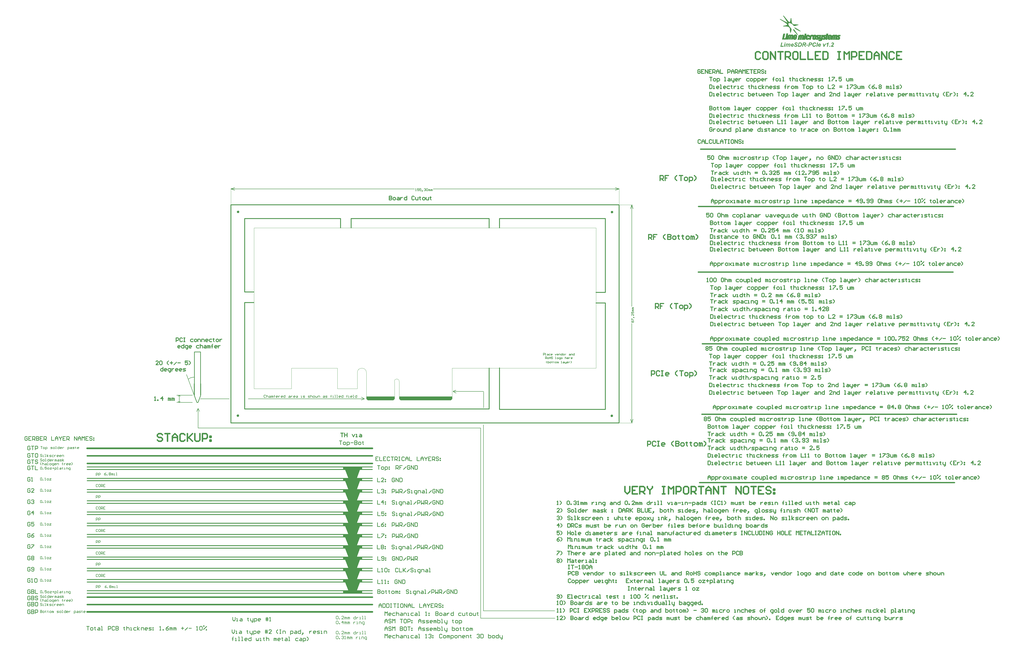
<source format=gm1>
G04 Layer_Color=16711935*
%FSLAX44Y44*%
%MOMM*%
G71*
G01*
G75*
%ADD11C,0.2000*%
%ADD16C,0.1500*%
%ADD99C,0.5000*%
%ADD100C,0.4000*%
%ADD101C,0.3500*%
%ADD102C,0.2500*%
%ADD103C,0.7000*%
%ADD104C,0.6000*%
%ADD105C,0.1000*%
%ADD107C,0.3000*%
%ADD129C,0.2540*%
%ADD161C,0.0254*%
%ADD162C,0.0260*%
%ADD206C,0.1524*%
G36*
X2315500Y1430685D02*
X2315693Y1430661D01*
X2315933Y1430637D01*
X2316174Y1430613D01*
X2316438Y1430541D01*
X2317040Y1430397D01*
X2317641Y1430180D01*
X2317954Y1430036D01*
X2318242Y1429868D01*
X2318507Y1429651D01*
X2318772Y1429435D01*
X2318796Y1429411D01*
X2318820Y1429386D01*
X2318892Y1429314D01*
X2318988Y1429218D01*
X2319084Y1429074D01*
X2319205Y1428929D01*
X2319325Y1428761D01*
X2319445Y1428569D01*
X2319686Y1428112D01*
X2319902Y1427558D01*
X2320070Y1426933D01*
X2320094Y1426596D01*
X2320119Y1426236D01*
Y1426187D01*
Y1426067D01*
X2320094Y1425875D01*
X2320070Y1425610D01*
X2320022Y1425321D01*
X2319950Y1424985D01*
X2319854Y1424624D01*
X2319710Y1424239D01*
X2319686Y1424191D01*
X2319637Y1424071D01*
X2319541Y1423878D01*
X2319397Y1423614D01*
X2319205Y1423301D01*
X2318964Y1422940D01*
X2318699Y1422555D01*
X2318363Y1422146D01*
X2318338Y1422122D01*
X2318242Y1422002D01*
X2318074Y1421834D01*
X2317833Y1421593D01*
X2317521Y1421280D01*
X2317136Y1420896D01*
X2316679Y1420462D01*
X2316150Y1419957D01*
X2316126Y1419933D01*
X2316078Y1419885D01*
X2316005Y1419837D01*
X2315909Y1419741D01*
X2315645Y1419500D01*
X2315332Y1419188D01*
X2314995Y1418875D01*
X2314658Y1418562D01*
X2314370Y1418274D01*
X2314129Y1418033D01*
X2314105Y1418009D01*
X2314057Y1417937D01*
X2313961Y1417841D01*
X2313840Y1417720D01*
X2313696Y1417552D01*
X2313552Y1417360D01*
X2313215Y1416951D01*
X2318988D01*
X2318363Y1413968D01*
X2308260D01*
Y1413992D01*
Y1414016D01*
X2308284Y1414088D01*
Y1414185D01*
X2308332Y1414425D01*
X2308404Y1414714D01*
X2308501Y1415074D01*
X2308621Y1415459D01*
X2308765Y1415892D01*
X2308958Y1416301D01*
Y1416325D01*
X2308982Y1416349D01*
X2309054Y1416494D01*
X2309174Y1416710D01*
X2309342Y1416975D01*
X2309559Y1417287D01*
X2309799Y1417624D01*
X2310064Y1417985D01*
X2310353Y1418346D01*
X2310401Y1418394D01*
X2310521Y1418538D01*
X2310617Y1418634D01*
X2310737Y1418755D01*
X2310882Y1418923D01*
X2311050Y1419091D01*
X2311243Y1419308D01*
X2311483Y1419524D01*
X2311724Y1419789D01*
X2312012Y1420054D01*
X2312325Y1420366D01*
X2312662Y1420703D01*
X2313023Y1421064D01*
X2313432Y1421449D01*
X2313456Y1421473D01*
X2313504Y1421521D01*
X2313600Y1421593D01*
X2313696Y1421713D01*
X2313985Y1421978D01*
X2314322Y1422315D01*
X2314682Y1422675D01*
X2315043Y1423012D01*
X2315332Y1423325D01*
X2315452Y1423445D01*
X2315548Y1423541D01*
X2315572Y1423589D01*
X2315669Y1423686D01*
X2315813Y1423854D01*
X2315981Y1424071D01*
X2316174Y1424311D01*
X2316342Y1424576D01*
X2316510Y1424840D01*
X2316631Y1425081D01*
X2316655Y1425105D01*
X2316679Y1425201D01*
X2316727Y1425321D01*
X2316799Y1425466D01*
X2316847Y1425658D01*
X2316895Y1425851D01*
X2316919Y1426067D01*
X2316943Y1426259D01*
Y1426308D01*
Y1426404D01*
X2316919Y1426548D01*
X2316871Y1426741D01*
X2316823Y1426957D01*
X2316727Y1427198D01*
X2316607Y1427414D01*
X2316438Y1427631D01*
X2316414Y1427655D01*
X2316342Y1427703D01*
X2316246Y1427799D01*
X2316102Y1427895D01*
X2315909Y1427991D01*
X2315693Y1428088D01*
X2315452Y1428136D01*
X2315188Y1428160D01*
X2315067D01*
X2314923Y1428136D01*
X2314731Y1428088D01*
X2314514Y1428015D01*
X2314297Y1427895D01*
X2314057Y1427751D01*
X2313840Y1427558D01*
X2313816Y1427534D01*
X2313744Y1427438D01*
X2313648Y1427294D01*
X2313528Y1427077D01*
X2313383Y1426789D01*
X2313239Y1426428D01*
X2313095Y1425995D01*
X2312975Y1425466D01*
X2309799Y1425923D01*
Y1425947D01*
X2309823Y1426019D01*
X2309848Y1426139D01*
X2309872Y1426308D01*
X2309944Y1426500D01*
X2309992Y1426716D01*
X2310064Y1426957D01*
X2310160Y1427222D01*
X2310401Y1427799D01*
X2310714Y1428400D01*
X2311098Y1428954D01*
X2311339Y1429218D01*
X2311579Y1429459D01*
X2311604Y1429483D01*
X2311652Y1429507D01*
X2311724Y1429579D01*
X2311844Y1429651D01*
X2311964Y1429747D01*
X2312133Y1429843D01*
X2312325Y1429964D01*
X2312566Y1430084D01*
X2312806Y1430204D01*
X2313071Y1430325D01*
X2313672Y1430517D01*
X2314346Y1430661D01*
X2314731Y1430685D01*
X2315115Y1430710D01*
X2315332D01*
X2315500Y1430685D01*
D02*
G37*
G36*
X2304652Y1413968D02*
X2301429D01*
X2302054Y1417119D01*
X2305277D01*
X2304652Y1413968D01*
D02*
G37*
G36*
X2295776D02*
X2292505D01*
X2294910Y1425490D01*
X2294862Y1425466D01*
X2294742Y1425370D01*
X2294525Y1425249D01*
X2294237Y1425081D01*
X2293900Y1424888D01*
X2293491Y1424696D01*
X2293034Y1424480D01*
X2292553Y1424263D01*
X2292529D01*
X2292505Y1424239D01*
X2292433Y1424215D01*
X2292336Y1424167D01*
X2292072Y1424095D01*
X2291759Y1423974D01*
X2291398Y1423854D01*
X2290989Y1423734D01*
X2290605Y1423614D01*
X2290196Y1423517D01*
X2290821Y1426428D01*
X2290845D01*
X2290869Y1426452D01*
X2291013Y1426500D01*
X2291230Y1426620D01*
X2291519Y1426765D01*
X2291855Y1426933D01*
X2292264Y1427125D01*
X2292721Y1427366D01*
X2293202Y1427655D01*
X2293707Y1427943D01*
X2294237Y1428280D01*
X2294790Y1428641D01*
X2295319Y1429002D01*
X2295848Y1429411D01*
X2296377Y1429819D01*
X2296859Y1430252D01*
X2297316Y1430710D01*
X2299288D01*
X2295776Y1413968D01*
D02*
G37*
G36*
X2281440D02*
X2278650D01*
X2276244Y1426043D01*
X2279444D01*
X2280261Y1420751D01*
Y1420727D01*
X2280285Y1420655D01*
Y1420559D01*
X2280309Y1420414D01*
X2280334Y1420246D01*
X2280382Y1420030D01*
X2280454Y1419597D01*
X2280526Y1419115D01*
X2280598Y1418658D01*
X2280646Y1418250D01*
X2280670Y1418081D01*
X2280694Y1417937D01*
X2280718Y1417985D01*
X2280766Y1418057D01*
X2280839Y1418177D01*
X2280935Y1418370D01*
X2281079Y1418610D01*
X2281248Y1418947D01*
X2281368Y1419164D01*
X2281488Y1419380D01*
Y1419404D01*
X2281512Y1419428D01*
X2281608Y1419572D01*
X2281729Y1419789D01*
X2281873Y1420054D01*
X2282017Y1420318D01*
X2282162Y1420559D01*
X2282282Y1420775D01*
X2282354Y1420920D01*
X2285361Y1426043D01*
X2288873D01*
X2281440Y1413968D01*
D02*
G37*
G36*
X2243267Y1430902D02*
X2243483Y1430878D01*
X2243748Y1430854D01*
X2244060Y1430806D01*
X2244373Y1430733D01*
X2245071Y1430565D01*
X2245432Y1430445D01*
X2245792Y1430300D01*
X2246177Y1430132D01*
X2246514Y1429940D01*
X2246875Y1429723D01*
X2247187Y1429459D01*
X2247211Y1429435D01*
X2247260Y1429386D01*
X2247332Y1429314D01*
X2247452Y1429194D01*
X2247572Y1429050D01*
X2247741Y1428881D01*
X2247885Y1428665D01*
X2248053Y1428424D01*
X2248222Y1428160D01*
X2248390Y1427871D01*
X2248559Y1427534D01*
X2248727Y1427198D01*
X2248871Y1426813D01*
X2248991Y1426404D01*
X2249088Y1425971D01*
X2249160Y1425514D01*
X2245889Y1425201D01*
Y1425225D01*
X2245864Y1425273D01*
Y1425345D01*
X2245840Y1425442D01*
X2245768Y1425682D01*
X2245648Y1425995D01*
X2245504Y1426356D01*
X2245311Y1426693D01*
X2245095Y1427029D01*
X2244830Y1427294D01*
X2244806Y1427318D01*
X2244686Y1427390D01*
X2244517Y1427510D01*
X2244277Y1427631D01*
X2243988Y1427751D01*
X2243627Y1427871D01*
X2243219Y1427943D01*
X2242762Y1427967D01*
X2242617D01*
X2242521Y1427943D01*
X2242256Y1427919D01*
X2241896Y1427847D01*
X2241487Y1427751D01*
X2241054Y1427583D01*
X2240573Y1427366D01*
X2240116Y1427077D01*
X2240092D01*
X2240067Y1427029D01*
X2239923Y1426909D01*
X2239683Y1426716D01*
X2239418Y1426404D01*
X2239105Y1426043D01*
X2238769Y1425562D01*
X2238432Y1425009D01*
X2238143Y1424359D01*
Y1424335D01*
X2238119Y1424287D01*
X2238071Y1424191D01*
X2238023Y1424047D01*
X2237975Y1423878D01*
X2237927Y1423686D01*
X2237854Y1423469D01*
X2237782Y1423229D01*
X2237662Y1422675D01*
X2237542Y1422050D01*
X2237446Y1421377D01*
X2237422Y1420703D01*
Y1420679D01*
Y1420607D01*
Y1420511D01*
X2237446Y1420366D01*
Y1420198D01*
X2237470Y1420005D01*
X2237542Y1419572D01*
X2237662Y1419067D01*
X2237806Y1418562D01*
X2238047Y1418057D01*
X2238360Y1417600D01*
X2238408Y1417552D01*
X2238528Y1417432D01*
X2238745Y1417263D01*
X2239009Y1417071D01*
X2239370Y1416855D01*
X2239779Y1416686D01*
X2240236Y1416566D01*
X2240476Y1416542D01*
X2240741Y1416518D01*
X2240861D01*
X2240957Y1416542D01*
X2241222Y1416566D01*
X2241535Y1416614D01*
X2241920Y1416734D01*
X2242328Y1416879D01*
X2242737Y1417071D01*
X2243170Y1417360D01*
X2243194D01*
X2243219Y1417408D01*
X2243363Y1417528D01*
X2243555Y1417720D01*
X2243796Y1418009D01*
X2244060Y1418370D01*
X2244349Y1418803D01*
X2244590Y1419332D01*
X2244830Y1419933D01*
X2248294Y1419404D01*
Y1419380D01*
X2248246Y1419284D01*
X2248198Y1419140D01*
X2248101Y1418947D01*
X2247981Y1418707D01*
X2247861Y1418442D01*
X2247717Y1418129D01*
X2247524Y1417817D01*
X2247091Y1417119D01*
X2246562Y1416422D01*
X2245961Y1415724D01*
X2245600Y1415411D01*
X2245239Y1415123D01*
X2245215Y1415099D01*
X2245143Y1415050D01*
X2245047Y1414978D01*
X2244878Y1414906D01*
X2244686Y1414786D01*
X2244469Y1414666D01*
X2244181Y1414521D01*
X2243892Y1414401D01*
X2243555Y1414257D01*
X2243194Y1414112D01*
X2242810Y1413992D01*
X2242401Y1413896D01*
X2241968Y1413800D01*
X2241511Y1413728D01*
X2241030Y1413679D01*
X2240524Y1413655D01*
X2240380D01*
X2240236Y1413679D01*
X2240019D01*
X2239755Y1413703D01*
X2239466Y1413752D01*
X2239129Y1413800D01*
X2238793Y1413896D01*
X2238408Y1413992D01*
X2238023Y1414112D01*
X2237614Y1414257D01*
X2237229Y1414425D01*
X2236820Y1414642D01*
X2236435Y1414882D01*
X2236075Y1415171D01*
X2235738Y1415483D01*
X2235714Y1415508D01*
X2235666Y1415580D01*
X2235569Y1415676D01*
X2235473Y1415820D01*
X2235353Y1416013D01*
X2235209Y1416253D01*
X2235040Y1416542D01*
X2234896Y1416855D01*
X2234727Y1417215D01*
X2234559Y1417600D01*
X2234415Y1418057D01*
X2234295Y1418538D01*
X2234198Y1419043D01*
X2234102Y1419621D01*
X2234054Y1420198D01*
X2234030Y1420847D01*
Y1420871D01*
Y1420968D01*
Y1421136D01*
X2234054Y1421328D01*
Y1421569D01*
X2234102Y1421882D01*
X2234126Y1422194D01*
X2234174Y1422555D01*
X2234222Y1422940D01*
X2234319Y1423373D01*
X2234511Y1424239D01*
X2234800Y1425153D01*
X2234968Y1425586D01*
X2235161Y1426043D01*
X2235185Y1426067D01*
X2235209Y1426139D01*
X2235281Y1426259D01*
X2235377Y1426428D01*
X2235497Y1426620D01*
X2235642Y1426861D01*
X2235810Y1427101D01*
X2236002Y1427390D01*
X2236459Y1427967D01*
X2236989Y1428569D01*
X2237638Y1429146D01*
X2237999Y1429411D01*
X2238360Y1429651D01*
X2238384Y1429675D01*
X2238456Y1429699D01*
X2238576Y1429771D01*
X2238721Y1429843D01*
X2238913Y1429940D01*
X2239129Y1430060D01*
X2239394Y1430180D01*
X2239683Y1430300D01*
X2239995Y1430397D01*
X2240356Y1430517D01*
X2241102Y1430733D01*
X2241920Y1430878D01*
X2242353Y1430902D01*
X2242810Y1430926D01*
X2243074D01*
X2243267Y1430902D01*
D02*
G37*
G36*
X2143564Y1426259D02*
X2143876Y1426211D01*
X2144237Y1426115D01*
X2144622Y1425971D01*
X2144983Y1425778D01*
X2145296Y1425514D01*
X2145320Y1425490D01*
X2145416Y1425370D01*
X2145560Y1425201D01*
X2145704Y1424961D01*
X2145849Y1424672D01*
X2145993Y1424335D01*
X2146089Y1423926D01*
X2146113Y1423469D01*
Y1423445D01*
Y1423349D01*
X2146089Y1423181D01*
X2146065Y1422964D01*
X2146041Y1422675D01*
X2145969Y1422291D01*
X2145897Y1421834D01*
X2145777Y1421304D01*
X2144189Y1413968D01*
X2140966D01*
X2142529Y1421304D01*
Y1421328D01*
X2142553Y1421377D01*
Y1421425D01*
X2142577Y1421521D01*
X2142625Y1421761D01*
X2142674Y1422026D01*
X2142722Y1422291D01*
X2142770Y1422555D01*
X2142818Y1422748D01*
Y1422820D01*
Y1422868D01*
Y1422892D01*
Y1422964D01*
X2142794Y1423036D01*
X2142770Y1423157D01*
X2142698Y1423421D01*
X2142601Y1423541D01*
X2142505Y1423662D01*
X2142481Y1423686D01*
X2142457Y1423710D01*
X2142385Y1423758D01*
X2142289Y1423830D01*
X2142168Y1423878D01*
X2142000Y1423926D01*
X2141832Y1423950D01*
X2141615Y1423974D01*
X2141495D01*
X2141399Y1423950D01*
X2141158Y1423902D01*
X2140870Y1423806D01*
X2140533Y1423662D01*
X2140148Y1423421D01*
X2139956Y1423277D01*
X2139763Y1423109D01*
X2139595Y1422916D01*
X2139402Y1422675D01*
X2139378Y1422627D01*
X2139330Y1422579D01*
X2139282Y1422507D01*
X2139234Y1422387D01*
X2139162Y1422267D01*
X2139066Y1422098D01*
X2138993Y1421930D01*
X2138897Y1421713D01*
X2138801Y1421473D01*
X2138705Y1421208D01*
X2138609Y1420920D01*
X2138488Y1420607D01*
X2138392Y1420246D01*
X2138296Y1419861D01*
X2138200Y1419428D01*
X2137045Y1413968D01*
X2133822D01*
X2135337Y1421232D01*
Y1421256D01*
X2135361Y1421280D01*
X2135385Y1421449D01*
X2135433Y1421665D01*
X2135482Y1421906D01*
X2135530Y1422194D01*
X2135554Y1422459D01*
X2135602Y1422699D01*
Y1422868D01*
Y1422892D01*
Y1422940D01*
X2135578Y1423036D01*
X2135554Y1423157D01*
X2135457Y1423397D01*
X2135385Y1423541D01*
X2135265Y1423662D01*
X2135241Y1423686D01*
X2135217Y1423710D01*
X2135145Y1423758D01*
X2135049Y1423830D01*
X2134904Y1423878D01*
X2134760Y1423926D01*
X2134592Y1423950D01*
X2134375Y1423974D01*
X2134279D01*
X2134183Y1423950D01*
X2134038Y1423926D01*
X2133870Y1423902D01*
X2133678Y1423830D01*
X2133485Y1423758D01*
X2133269Y1423638D01*
X2133245Y1423614D01*
X2133172Y1423589D01*
X2133052Y1423517D01*
X2132932Y1423421D01*
X2132764Y1423301D01*
X2132595Y1423132D01*
X2132427Y1422964D01*
X2132258Y1422772D01*
X2132234Y1422748D01*
X2132186Y1422675D01*
X2132114Y1422555D01*
X2132018Y1422387D01*
X2131897Y1422194D01*
X2131777Y1421930D01*
X2131657Y1421665D01*
X2131537Y1421353D01*
Y1421328D01*
X2131513Y1421256D01*
X2131465Y1421136D01*
X2131416Y1420968D01*
X2131368Y1420727D01*
X2131272Y1420390D01*
X2131176Y1420005D01*
X2131128Y1419765D01*
X2131056Y1419500D01*
X2129901Y1413968D01*
X2126678D01*
X2129203Y1426043D01*
X2132258D01*
X2131970Y1424576D01*
X2131994Y1424600D01*
X2132042Y1424648D01*
X2132138Y1424744D01*
X2132282Y1424840D01*
X2132451Y1424985D01*
X2132643Y1425129D01*
X2132860Y1425273D01*
X2133124Y1425442D01*
X2133702Y1425754D01*
X2134327Y1426043D01*
X2134688Y1426139D01*
X2135025Y1426236D01*
X2135409Y1426284D01*
X2135770Y1426308D01*
X2135987D01*
X2136251Y1426284D01*
X2136540Y1426236D01*
X2136877Y1426163D01*
X2137238Y1426067D01*
X2137574Y1425923D01*
X2137863Y1425730D01*
X2137887Y1425706D01*
X2137983Y1425634D01*
X2138103Y1425490D01*
X2138272Y1425321D01*
X2138416Y1425105D01*
X2138584Y1424816D01*
X2138729Y1424528D01*
X2138825Y1424167D01*
X2138849Y1424215D01*
X2138945Y1424311D01*
X2139090Y1424480D01*
X2139282Y1424696D01*
X2139547Y1424937D01*
X2139835Y1425177D01*
X2140196Y1425442D01*
X2140605Y1425682D01*
X2140629D01*
X2140653Y1425706D01*
X2140725Y1425730D01*
X2140822Y1425778D01*
X2141038Y1425875D01*
X2141351Y1425995D01*
X2141711Y1426115D01*
X2142144Y1426211D01*
X2142577Y1426284D01*
X2143058Y1426308D01*
X2143299D01*
X2143564Y1426259D01*
D02*
G37*
G36*
X2215821Y1418394D02*
X2209495D01*
X2210121Y1421545D01*
X2216447D01*
X2215821Y1418394D01*
D02*
G37*
G36*
X2252816Y1413968D02*
X2249424D01*
X2252912Y1430613D01*
X2256328D01*
X2252816Y1413968D01*
D02*
G37*
G36*
X2110177Y1416758D02*
X2118692D01*
X2118115Y1413968D01*
X2106184D01*
X2109672Y1430613D01*
X2113087D01*
X2110177Y1416758D01*
D02*
G37*
G36*
X2263496Y1426284D02*
X2263688Y1426259D01*
X2263905Y1426236D01*
X2264145Y1426187D01*
X2264410Y1426139D01*
X2264987Y1425971D01*
X2265276Y1425875D01*
X2265565Y1425730D01*
X2265853Y1425562D01*
X2266142Y1425394D01*
X2266406Y1425177D01*
X2266671Y1424937D01*
X2266695Y1424913D01*
X2266719Y1424864D01*
X2266791Y1424792D01*
X2266888Y1424696D01*
X2266984Y1424552D01*
X2267080Y1424383D01*
X2267200Y1424167D01*
X2267345Y1423950D01*
X2267465Y1423686D01*
X2267585Y1423397D01*
X2267681Y1423084D01*
X2267778Y1422724D01*
X2267874Y1422363D01*
X2267946Y1421954D01*
X2267970Y1421545D01*
X2267994Y1421088D01*
Y1421064D01*
Y1421040D01*
Y1420896D01*
Y1420655D01*
X2267970Y1420390D01*
X2267946Y1420054D01*
X2267898Y1419693D01*
X2267753Y1418971D01*
X2259575D01*
Y1418947D01*
Y1418851D01*
X2259551Y1418755D01*
Y1418658D01*
Y1418634D01*
Y1418610D01*
Y1418466D01*
X2259599Y1418250D01*
X2259647Y1417961D01*
X2259719Y1417648D01*
X2259840Y1417336D01*
X2260008Y1416999D01*
X2260225Y1416710D01*
X2260249Y1416686D01*
X2260345Y1416590D01*
X2260489Y1416494D01*
X2260706Y1416349D01*
X2260946Y1416229D01*
X2261235Y1416109D01*
X2261572Y1416013D01*
X2261932Y1415988D01*
X2262101D01*
X2262197Y1416013D01*
X2262341Y1416037D01*
X2262510Y1416085D01*
X2262870Y1416205D01*
X2263063Y1416277D01*
X2263279Y1416397D01*
X2263496Y1416542D01*
X2263688Y1416710D01*
X2263905Y1416903D01*
X2264121Y1417119D01*
X2264314Y1417384D01*
X2264482Y1417672D01*
X2267393Y1417191D01*
Y1417167D01*
X2267345Y1417119D01*
X2267296Y1417023D01*
X2267224Y1416903D01*
X2267152Y1416758D01*
X2267032Y1416590D01*
X2266791Y1416181D01*
X2266454Y1415748D01*
X2266046Y1415315D01*
X2265589Y1414882D01*
X2265083Y1414521D01*
X2265059D01*
X2265011Y1414473D01*
X2264939Y1414449D01*
X2264843Y1414377D01*
X2264699Y1414329D01*
X2264554Y1414257D01*
X2264145Y1414088D01*
X2263688Y1413920D01*
X2263135Y1413800D01*
X2262558Y1413703D01*
X2261908Y1413655D01*
X2261668D01*
X2261499Y1413679D01*
X2261283Y1413703D01*
X2261042Y1413728D01*
X2260778Y1413776D01*
X2260489Y1413848D01*
X2259864Y1414040D01*
X2259527Y1414160D01*
X2259190Y1414305D01*
X2258878Y1414473D01*
X2258541Y1414690D01*
X2258228Y1414930D01*
X2257939Y1415195D01*
X2257915Y1415219D01*
X2257867Y1415267D01*
X2257795Y1415363D01*
X2257699Y1415483D01*
X2257579Y1415628D01*
X2257458Y1415820D01*
X2257314Y1416037D01*
X2257194Y1416277D01*
X2257050Y1416566D01*
X2256905Y1416855D01*
X2256785Y1417191D01*
X2256665Y1417552D01*
X2256568Y1417937D01*
X2256496Y1418370D01*
X2256448Y1418803D01*
X2256424Y1419260D01*
Y1419284D01*
Y1419380D01*
Y1419500D01*
X2256448Y1419669D01*
X2256472Y1419885D01*
X2256496Y1420150D01*
X2256544Y1420439D01*
X2256592Y1420751D01*
X2256761Y1421425D01*
X2256881Y1421785D01*
X2257001Y1422170D01*
X2257170Y1422555D01*
X2257338Y1422940D01*
X2257555Y1423325D01*
X2257795Y1423686D01*
X2257819Y1423710D01*
X2257891Y1423806D01*
X2257988Y1423926D01*
X2258132Y1424095D01*
X2258348Y1424287D01*
X2258565Y1424528D01*
X2258853Y1424744D01*
X2259166Y1425009D01*
X2259527Y1425249D01*
X2259936Y1425490D01*
X2260369Y1425706D01*
X2260850Y1425899D01*
X2261355Y1426067D01*
X2261908Y1426187D01*
X2262510Y1426284D01*
X2263135Y1426308D01*
X2263352D01*
X2263496Y1426284D01*
D02*
G37*
G36*
X2154941D02*
X2155134Y1426259D01*
X2155350Y1426236D01*
X2155591Y1426187D01*
X2155855Y1426139D01*
X2156432Y1425971D01*
X2156721Y1425875D01*
X2157010Y1425730D01*
X2157298Y1425562D01*
X2157587Y1425394D01*
X2157852Y1425177D01*
X2158116Y1424937D01*
X2158140Y1424913D01*
X2158164Y1424864D01*
X2158237Y1424792D01*
X2158333Y1424696D01*
X2158429Y1424552D01*
X2158525Y1424383D01*
X2158645Y1424167D01*
X2158790Y1423950D01*
X2158910Y1423686D01*
X2159030Y1423397D01*
X2159126Y1423084D01*
X2159223Y1422724D01*
X2159319Y1422363D01*
X2159391Y1421954D01*
X2159415Y1421545D01*
X2159439Y1421088D01*
Y1421064D01*
Y1421040D01*
Y1420896D01*
Y1420655D01*
X2159415Y1420390D01*
X2159391Y1420054D01*
X2159343Y1419693D01*
X2159199Y1418971D01*
X2151020D01*
Y1418947D01*
Y1418851D01*
X2150996Y1418755D01*
Y1418658D01*
Y1418634D01*
Y1418610D01*
Y1418466D01*
X2151044Y1418250D01*
X2151093Y1417961D01*
X2151165Y1417648D01*
X2151285Y1417336D01*
X2151453Y1416999D01*
X2151670Y1416710D01*
X2151694Y1416686D01*
X2151790Y1416590D01*
X2151934Y1416494D01*
X2152151Y1416349D01*
X2152391Y1416229D01*
X2152680Y1416109D01*
X2153017Y1416013D01*
X2153378Y1415988D01*
X2153546D01*
X2153642Y1416013D01*
X2153786Y1416037D01*
X2153955Y1416085D01*
X2154316Y1416205D01*
X2154508Y1416277D01*
X2154725Y1416397D01*
X2154941Y1416542D01*
X2155134Y1416710D01*
X2155350Y1416903D01*
X2155567Y1417119D01*
X2155759Y1417384D01*
X2155927Y1417672D01*
X2158838Y1417191D01*
Y1417167D01*
X2158790Y1417119D01*
X2158742Y1417023D01*
X2158669Y1416903D01*
X2158597Y1416758D01*
X2158477Y1416590D01*
X2158237Y1416181D01*
X2157900Y1415748D01*
X2157491Y1415315D01*
X2157034Y1414882D01*
X2156529Y1414521D01*
X2156505D01*
X2156456Y1414473D01*
X2156384Y1414449D01*
X2156288Y1414377D01*
X2156144Y1414329D01*
X2155999Y1414257D01*
X2155591Y1414088D01*
X2155134Y1413920D01*
X2154580Y1413800D01*
X2154003Y1413703D01*
X2153353Y1413655D01*
X2153113D01*
X2152945Y1413679D01*
X2152728Y1413703D01*
X2152488Y1413728D01*
X2152223Y1413776D01*
X2151934Y1413848D01*
X2151309Y1414040D01*
X2150972Y1414160D01*
X2150635Y1414305D01*
X2150323Y1414473D01*
X2149986Y1414690D01*
X2149673Y1414930D01*
X2149385Y1415195D01*
X2149361Y1415219D01*
X2149312Y1415267D01*
X2149240Y1415363D01*
X2149144Y1415483D01*
X2149024Y1415628D01*
X2148904Y1415820D01*
X2148759Y1416037D01*
X2148639Y1416277D01*
X2148495Y1416566D01*
X2148350Y1416855D01*
X2148230Y1417191D01*
X2148110Y1417552D01*
X2148014Y1417937D01*
X2147941Y1418370D01*
X2147893Y1418803D01*
X2147869Y1419260D01*
Y1419284D01*
Y1419380D01*
Y1419500D01*
X2147893Y1419669D01*
X2147917Y1419885D01*
X2147941Y1420150D01*
X2147990Y1420439D01*
X2148038Y1420751D01*
X2148206Y1421425D01*
X2148326Y1421785D01*
X2148447Y1422170D01*
X2148615Y1422555D01*
X2148783Y1422940D01*
X2149000Y1423325D01*
X2149240Y1423686D01*
X2149264Y1423710D01*
X2149337Y1423806D01*
X2149433Y1423926D01*
X2149577Y1424095D01*
X2149794Y1424287D01*
X2150010Y1424528D01*
X2150299Y1424744D01*
X2150611Y1425009D01*
X2150972Y1425249D01*
X2151381Y1425490D01*
X2151814Y1425706D01*
X2152295Y1425899D01*
X2152800Y1426067D01*
X2153353Y1426187D01*
X2153955Y1426284D01*
X2154580Y1426308D01*
X2154797D01*
X2154941Y1426284D01*
D02*
G37*
G36*
X2123527Y1413968D02*
X2120304D01*
X2122829Y1426043D01*
X2126077D01*
X2123527Y1413968D01*
D02*
G37*
G36*
X2227944Y1430589D02*
X2228113D01*
X2228522Y1430565D01*
X2228979Y1430517D01*
X2229436Y1430421D01*
X2229917Y1430325D01*
X2230326Y1430180D01*
X2230350D01*
X2230374Y1430156D01*
X2230494Y1430108D01*
X2230686Y1429988D01*
X2230927Y1429843D01*
X2231192Y1429651D01*
X2231480Y1429411D01*
X2231769Y1429098D01*
X2232009Y1428761D01*
X2232034Y1428713D01*
X2232106Y1428593D01*
X2232202Y1428376D01*
X2232322Y1428112D01*
X2232442Y1427751D01*
X2232539Y1427366D01*
X2232611Y1426909D01*
X2232635Y1426428D01*
Y1426404D01*
Y1426380D01*
Y1426308D01*
Y1426211D01*
X2232611Y1425971D01*
X2232563Y1425634D01*
X2232515Y1425273D01*
X2232418Y1424840D01*
X2232298Y1424407D01*
X2232130Y1423950D01*
Y1423926D01*
X2232106Y1423902D01*
X2232034Y1423758D01*
X2231937Y1423541D01*
X2231793Y1423277D01*
X2231625Y1422964D01*
X2231432Y1422651D01*
X2231192Y1422339D01*
X2230927Y1422050D01*
X2230903Y1422026D01*
X2230807Y1421930D01*
X2230662Y1421810D01*
X2230470Y1421665D01*
X2230253Y1421473D01*
X2229989Y1421304D01*
X2229724Y1421136D01*
X2229412Y1420968D01*
X2229364Y1420944D01*
X2229267Y1420920D01*
X2229075Y1420847D01*
X2228834Y1420775D01*
X2228522Y1420679D01*
X2228137Y1420583D01*
X2227704Y1420487D01*
X2227199Y1420414D01*
X2227151D01*
X2227030Y1420390D01*
X2226814D01*
X2226669Y1420366D01*
X2226309D01*
X2226092Y1420342D01*
X2225587D01*
X2225274Y1420318D01*
X2221979D01*
X2220632Y1413968D01*
X2217240D01*
X2220728Y1430613D01*
X2227776D01*
X2227944Y1430589D01*
D02*
G37*
G36*
X2204299D02*
X2204732Y1430565D01*
X2205213Y1430517D01*
X2205695Y1430445D01*
X2206176Y1430349D01*
X2206609Y1430204D01*
X2206633D01*
X2206657Y1430180D01*
X2206777Y1430132D01*
X2206969Y1430036D01*
X2207210Y1429892D01*
X2207499Y1429675D01*
X2207787Y1429435D01*
X2208052Y1429122D01*
X2208316Y1428761D01*
X2208340Y1428713D01*
X2208413Y1428569D01*
X2208533Y1428352D01*
X2208653Y1428064D01*
X2208773Y1427703D01*
X2208894Y1427270D01*
X2208966Y1426765D01*
X2208990Y1426236D01*
Y1426211D01*
Y1426139D01*
Y1426043D01*
X2208966Y1425875D01*
X2208942Y1425706D01*
X2208918Y1425490D01*
X2208894Y1425249D01*
X2208822Y1425009D01*
X2208677Y1424456D01*
X2208461Y1423854D01*
X2208316Y1423566D01*
X2208148Y1423277D01*
X2207932Y1422988D01*
X2207715Y1422724D01*
X2207691Y1422699D01*
X2207667Y1422675D01*
X2207571Y1422603D01*
X2207475Y1422507D01*
X2207330Y1422387D01*
X2207186Y1422267D01*
X2206994Y1422146D01*
X2206753Y1422002D01*
X2206512Y1421858D01*
X2206224Y1421713D01*
X2205911Y1421569D01*
X2205550Y1421425D01*
X2205190Y1421304D01*
X2204781Y1421208D01*
X2204323Y1421112D01*
X2203866Y1421040D01*
X2203891Y1421016D01*
X2203987Y1420944D01*
X2204107Y1420799D01*
X2204275Y1420631D01*
X2204444Y1420390D01*
X2204660Y1420126D01*
X2204877Y1419813D01*
X2205093Y1419476D01*
X2205117Y1419452D01*
X2205141Y1419380D01*
X2205213Y1419284D01*
X2205286Y1419115D01*
X2205406Y1418923D01*
X2205526Y1418683D01*
X2205670Y1418394D01*
X2205839Y1418057D01*
X2206031Y1417696D01*
X2206224Y1417287D01*
X2206440Y1416830D01*
X2206657Y1416325D01*
X2206897Y1415796D01*
X2207138Y1415219D01*
X2207402Y1414617D01*
X2207667Y1413968D01*
X2203987D01*
Y1413992D01*
X2203963Y1414040D01*
X2203939Y1414112D01*
X2203891Y1414233D01*
X2203842Y1414377D01*
X2203770Y1414569D01*
X2203698Y1414786D01*
X2203602Y1415050D01*
X2203482Y1415339D01*
X2203361Y1415652D01*
X2203217Y1416013D01*
X2203049Y1416397D01*
X2202880Y1416830D01*
X2202688Y1417312D01*
X2202471Y1417817D01*
X2202231Y1418346D01*
Y1418370D01*
X2202207Y1418418D01*
X2202159Y1418490D01*
X2202111Y1418610D01*
X2201966Y1418875D01*
X2201774Y1419212D01*
X2201557Y1419572D01*
X2201317Y1419933D01*
X2201028Y1420270D01*
X2200884Y1420390D01*
X2200739Y1420511D01*
X2200715Y1420535D01*
X2200643Y1420559D01*
X2200523Y1420607D01*
X2200355Y1420679D01*
X2200114Y1420751D01*
X2199825Y1420799D01*
X2199465Y1420823D01*
X2199032Y1420847D01*
X2197637D01*
X2196193Y1413968D01*
X2192802D01*
X2196290Y1430613D01*
X2204131D01*
X2204299Y1430589D01*
D02*
G37*
G36*
X2185345D02*
X2185754D01*
X2186091Y1430565D01*
X2186211D01*
X2186331Y1430541D01*
X2186379D01*
X2186500Y1430517D01*
X2186692Y1430493D01*
X2186957Y1430445D01*
X2187245Y1430397D01*
X2187558Y1430325D01*
X2188183Y1430108D01*
X2188232Y1430084D01*
X2188328Y1430060D01*
X2188472Y1429988D01*
X2188689Y1429892D01*
X2188905Y1429747D01*
X2189170Y1429603D01*
X2189410Y1429435D01*
X2189675Y1429218D01*
X2189699Y1429194D01*
X2189795Y1429122D01*
X2189915Y1429002D01*
X2190084Y1428833D01*
X2190252Y1428641D01*
X2190444Y1428400D01*
X2190637Y1428136D01*
X2190829Y1427847D01*
X2190853Y1427823D01*
X2190901Y1427703D01*
X2190998Y1427534D01*
X2191094Y1427318D01*
X2191214Y1427053D01*
X2191358Y1426741D01*
X2191479Y1426380D01*
X2191575Y1425995D01*
X2191599Y1425947D01*
X2191623Y1425802D01*
X2191671Y1425586D01*
X2191719Y1425321D01*
X2191767Y1424985D01*
X2191792Y1424576D01*
X2191840Y1424167D01*
Y1423710D01*
Y1423686D01*
Y1423589D01*
Y1423445D01*
X2191816Y1423253D01*
Y1423012D01*
X2191792Y1422748D01*
X2191743Y1422435D01*
X2191719Y1422098D01*
X2191647Y1421737D01*
X2191599Y1421353D01*
X2191407Y1420559D01*
X2191142Y1419741D01*
X2190998Y1419332D01*
X2190805Y1418923D01*
Y1418899D01*
X2190757Y1418827D01*
X2190709Y1418731D01*
X2190613Y1418586D01*
X2190517Y1418394D01*
X2190396Y1418201D01*
X2190084Y1417720D01*
X2189723Y1417191D01*
X2189266Y1416638D01*
X2188761Y1416109D01*
X2188208Y1415604D01*
X2188183D01*
X2188159Y1415556D01*
X2188087Y1415508D01*
X2187991Y1415459D01*
X2187871Y1415363D01*
X2187726Y1415291D01*
X2187366Y1415074D01*
X2186933Y1414858D01*
X2186404Y1414617D01*
X2185802Y1414401D01*
X2185129Y1414209D01*
X2185081D01*
X2185008Y1414185D01*
X2184936Y1414160D01*
X2184816D01*
X2184672Y1414136D01*
X2184503Y1414112D01*
X2184311Y1414088D01*
X2184094Y1414064D01*
X2183854Y1414040D01*
X2183589Y1414016D01*
X2183277D01*
X2182964Y1413992D01*
X2182603Y1413968D01*
X2175964D01*
X2179452Y1430613D01*
X2184936D01*
X2185345Y1430589D01*
D02*
G37*
G36*
X2169349Y1430902D02*
X2169590Y1430878D01*
X2169879Y1430854D01*
X2170191Y1430806D01*
X2170528Y1430758D01*
X2171274Y1430589D01*
X2171658Y1430469D01*
X2172019Y1430349D01*
X2172404Y1430180D01*
X2172765Y1429988D01*
X2173102Y1429771D01*
X2173414Y1429531D01*
X2173439Y1429507D01*
X2173487Y1429459D01*
X2173559Y1429386D01*
X2173679Y1429290D01*
X2173799Y1429146D01*
X2173944Y1428978D01*
X2174088Y1428785D01*
X2174232Y1428569D01*
X2174401Y1428304D01*
X2174569Y1428040D01*
X2174713Y1427727D01*
X2174858Y1427414D01*
X2174978Y1427053D01*
X2175074Y1426693D01*
X2175146Y1426284D01*
X2175194Y1425875D01*
X2171923Y1425730D01*
Y1425754D01*
Y1425778D01*
X2171899Y1425923D01*
X2171827Y1426139D01*
X2171755Y1426404D01*
X2171634Y1426693D01*
X2171490Y1427005D01*
X2171298Y1427294D01*
X2171033Y1427558D01*
X2171009Y1427583D01*
X2170889Y1427655D01*
X2170720Y1427775D01*
X2170480Y1427895D01*
X2170191Y1427991D01*
X2169806Y1428112D01*
X2169349Y1428184D01*
X2168844Y1428208D01*
X2168604D01*
X2168363Y1428184D01*
X2168050Y1428136D01*
X2167738Y1428088D01*
X2167401Y1427991D01*
X2167088Y1427871D01*
X2166824Y1427703D01*
X2166800Y1427679D01*
X2166727Y1427607D01*
X2166631Y1427510D01*
X2166535Y1427366D01*
X2166415Y1427173D01*
X2166319Y1426957D01*
X2166246Y1426693D01*
X2166222Y1426428D01*
Y1426404D01*
Y1426308D01*
X2166246Y1426187D01*
X2166295Y1426019D01*
X2166367Y1425827D01*
X2166463Y1425634D01*
X2166583Y1425442D01*
X2166776Y1425249D01*
X2166800Y1425225D01*
X2166896Y1425153D01*
X2167040Y1425057D01*
X2167281Y1424913D01*
X2167449Y1424816D01*
X2167617Y1424720D01*
X2167810Y1424600D01*
X2168050Y1424480D01*
X2168291Y1424359D01*
X2168580Y1424215D01*
X2168892Y1424071D01*
X2169229Y1423926D01*
X2169253Y1423902D01*
X2169349Y1423878D01*
X2169494Y1423806D01*
X2169686Y1423734D01*
X2169927Y1423614D01*
X2170191Y1423493D01*
X2170768Y1423205D01*
X2171394Y1422892D01*
X2171995Y1422555D01*
X2172284Y1422387D01*
X2172524Y1422218D01*
X2172741Y1422050D01*
X2172909Y1421906D01*
X2172933Y1421882D01*
X2172957Y1421858D01*
X2173029Y1421785D01*
X2173102Y1421713D01*
X2173294Y1421449D01*
X2173511Y1421112D01*
X2173727Y1420703D01*
X2173896Y1420198D01*
X2174040Y1419621D01*
X2174064Y1419332D01*
X2174088Y1418995D01*
Y1418971D01*
Y1418899D01*
Y1418779D01*
X2174064Y1418634D01*
X2174040Y1418442D01*
X2173992Y1418201D01*
X2173944Y1417961D01*
X2173871Y1417696D01*
X2173775Y1417408D01*
X2173655Y1417095D01*
X2173511Y1416782D01*
X2173342Y1416470D01*
X2173150Y1416157D01*
X2172909Y1415820D01*
X2172645Y1415531D01*
X2172332Y1415219D01*
X2172308Y1415195D01*
X2172260Y1415147D01*
X2172139Y1415074D01*
X2172019Y1414978D01*
X2171827Y1414858D01*
X2171610Y1414714D01*
X2171370Y1414593D01*
X2171057Y1414449D01*
X2170744Y1414281D01*
X2170384Y1414160D01*
X2169975Y1414016D01*
X2169542Y1413896D01*
X2169085Y1413800D01*
X2168580Y1413728D01*
X2168050Y1413679D01*
X2167473Y1413655D01*
X2167112D01*
X2166920Y1413679D01*
X2166703Y1413703D01*
X2166463D01*
X2166198Y1413752D01*
X2165621Y1413824D01*
X2164996Y1413944D01*
X2164346Y1414112D01*
X2163745Y1414353D01*
X2163721D01*
X2163673Y1414377D01*
X2163600Y1414425D01*
X2163480Y1414497D01*
X2163216Y1414642D01*
X2162879Y1414882D01*
X2162518Y1415147D01*
X2162157Y1415508D01*
X2161821Y1415892D01*
X2161532Y1416349D01*
Y1416373D01*
X2161508Y1416397D01*
X2161484Y1416470D01*
X2161436Y1416590D01*
X2161387Y1416710D01*
X2161339Y1416855D01*
X2161219Y1417215D01*
X2161099Y1417648D01*
X2161003Y1418153D01*
X2160954Y1418707D01*
X2160930Y1419308D01*
X2164202Y1419500D01*
Y1419476D01*
Y1419428D01*
Y1419356D01*
X2164226Y1419260D01*
X2164250Y1418971D01*
X2164298Y1418658D01*
X2164346Y1418298D01*
X2164442Y1417937D01*
X2164563Y1417624D01*
X2164731Y1417384D01*
X2164779Y1417336D01*
X2164875Y1417239D01*
X2165068Y1417119D01*
X2165356Y1416951D01*
X2165525Y1416879D01*
X2165741Y1416782D01*
X2165958Y1416710D01*
X2166222Y1416662D01*
X2166487Y1416590D01*
X2166800Y1416566D01*
X2167136Y1416518D01*
X2167762D01*
X2167906Y1416542D01*
X2168074D01*
X2168435Y1416590D01*
X2168820Y1416662D01*
X2169229Y1416782D01*
X2169614Y1416927D01*
X2169927Y1417119D01*
X2169951Y1417143D01*
X2170047Y1417215D01*
X2170167Y1417360D01*
X2170311Y1417528D01*
X2170456Y1417744D01*
X2170576Y1417985D01*
X2170672Y1418250D01*
X2170696Y1418562D01*
Y1418586D01*
Y1418683D01*
X2170672Y1418827D01*
X2170624Y1418995D01*
X2170552Y1419188D01*
X2170432Y1419404D01*
X2170287Y1419621D01*
X2170071Y1419813D01*
X2170047Y1419837D01*
X2169975Y1419885D01*
X2169830Y1419982D01*
X2169614Y1420102D01*
X2169470Y1420198D01*
X2169301Y1420294D01*
X2169109Y1420390D01*
X2168892Y1420487D01*
X2168628Y1420607D01*
X2168363Y1420751D01*
X2168026Y1420896D01*
X2167690Y1421040D01*
X2167666D01*
X2167593Y1421088D01*
X2167497Y1421112D01*
X2167377Y1421184D01*
X2167209Y1421256D01*
X2167016Y1421328D01*
X2166607Y1421521D01*
X2166150Y1421761D01*
X2165669Y1421978D01*
X2165236Y1422218D01*
X2165020Y1422339D01*
X2164851Y1422435D01*
X2164803Y1422459D01*
X2164707Y1422531D01*
X2164539Y1422675D01*
X2164346Y1422844D01*
X2164130Y1423036D01*
X2163889Y1423301D01*
X2163673Y1423589D01*
X2163456Y1423902D01*
X2163432Y1423950D01*
X2163384Y1424071D01*
X2163288Y1424263D01*
X2163216Y1424504D01*
X2163119Y1424816D01*
X2163023Y1425177D01*
X2162975Y1425586D01*
X2162951Y1426019D01*
Y1426043D01*
Y1426115D01*
Y1426236D01*
X2162975Y1426380D01*
X2162999Y1426548D01*
X2163023Y1426765D01*
X2163071Y1427005D01*
X2163143Y1427246D01*
X2163312Y1427799D01*
X2163456Y1428088D01*
X2163600Y1428400D01*
X2163769Y1428689D01*
X2163961Y1428978D01*
X2164202Y1429266D01*
X2164466Y1429531D01*
X2164490Y1429555D01*
X2164539Y1429603D01*
X2164635Y1429651D01*
X2164755Y1429747D01*
X2164899Y1429843D01*
X2165092Y1429964D01*
X2165332Y1430108D01*
X2165597Y1430228D01*
X2165886Y1430349D01*
X2166198Y1430493D01*
X2166559Y1430613D01*
X2166968Y1430710D01*
X2167401Y1430806D01*
X2167858Y1430878D01*
X2168339Y1430902D01*
X2168868Y1430926D01*
X2169157D01*
X2169349Y1430902D01*
D02*
G37*
G36*
X411375Y-448250D02*
X432500D01*
Y-458000D01*
X356750D01*
Y-448250D01*
X377625D01*
X364500Y-413250D01*
X424500D01*
X411375Y-448250D01*
D02*
G37*
G36*
Y-403250D02*
X432500D01*
Y-413000D01*
X356750D01*
Y-403250D01*
X377625D01*
X364500Y-368250D01*
X424500D01*
X411375Y-403250D01*
D02*
G37*
G36*
Y-493250D02*
X432500D01*
Y-503000D01*
X356750D01*
Y-493250D01*
X377625D01*
X364500Y-458250D01*
X424500D01*
X411375Y-493250D01*
D02*
G37*
G36*
Y-583250D02*
X432500D01*
Y-593000D01*
X356750D01*
Y-583250D01*
X377625D01*
X364500Y-548250D01*
X424500D01*
X411375Y-583250D01*
D02*
G37*
G36*
Y-538250D02*
X432500D01*
Y-548000D01*
X356750D01*
Y-538250D01*
X377625D01*
X364500Y-503250D01*
X424500D01*
X411375Y-538250D01*
D02*
G37*
G36*
X562000Y5000D02*
X557000Y0D01*
X455000D01*
X450000Y5000D01*
Y14000D01*
X562000D01*
X562000Y5000D01*
D02*
G37*
G36*
X793000D02*
X788000Y0D01*
X586000D01*
X581000Y5000D01*
X581000Y14000D01*
X793000D01*
X793000Y5000D01*
D02*
G37*
G36*
X432500Y-278000D02*
X356750D01*
Y-268250D01*
X432500D01*
Y-278000D01*
D02*
G37*
G36*
X411375Y-358250D02*
X432500D01*
Y-368000D01*
X356750D01*
Y-358250D01*
X377625D01*
X364500Y-323250D01*
X424500D01*
X411375Y-358250D01*
D02*
G37*
G36*
Y-313250D02*
X432500D01*
Y-323000D01*
X356750D01*
Y-313250D01*
X377625D01*
X364500Y-278250D01*
X424500D01*
X411375Y-313250D01*
D02*
G37*
G36*
Y-718250D02*
X432500D01*
Y-728000D01*
X356750D01*
Y-718250D01*
X377625D01*
X364500Y-683250D01*
X424500D01*
X411375Y-718250D01*
D02*
G37*
G36*
Y-763250D02*
X432500D01*
Y-773000D01*
X356750D01*
Y-763250D01*
X377625D01*
X364500Y-728250D01*
X424500D01*
X411375Y-763250D01*
D02*
G37*
G36*
Y-673250D02*
X432500D01*
Y-683000D01*
X356750D01*
Y-673250D01*
X377625D01*
X364500Y-638250D01*
X424500D01*
X411375Y-673250D01*
D02*
G37*
G36*
Y-628250D02*
X432500D01*
Y-638000D01*
X356750D01*
Y-628250D01*
X377625D01*
X364500Y-593250D01*
X424500D01*
X411375Y-628250D01*
D02*
G37*
G36*
X2126413Y1427679D02*
X2123166D01*
X2123791Y1430613D01*
X2127015D01*
X2126413Y1427679D01*
D02*
G37*
%LPC*%
G36*
X2262798Y1423974D02*
X2262630D01*
X2262437Y1423926D01*
X2262197Y1423878D01*
X2261908Y1423782D01*
X2261596Y1423662D01*
X2261283Y1423469D01*
X2260970Y1423205D01*
X2260946Y1423181D01*
X2260850Y1423060D01*
X2260706Y1422892D01*
X2260537Y1422627D01*
X2260369Y1422315D01*
X2260177Y1421930D01*
X2260008Y1421497D01*
X2259888Y1420968D01*
X2265011D01*
Y1420992D01*
Y1421088D01*
Y1421184D01*
Y1421280D01*
Y1421304D01*
Y1421328D01*
Y1421401D01*
Y1421497D01*
X2264987Y1421737D01*
X2264939Y1422050D01*
X2264867Y1422363D01*
X2264747Y1422699D01*
X2264602Y1423012D01*
X2264410Y1423301D01*
X2264386Y1423325D01*
X2264290Y1423397D01*
X2264169Y1423517D01*
X2263977Y1423638D01*
X2263761Y1423758D01*
X2263472Y1423878D01*
X2263159Y1423950D01*
X2262798Y1423974D01*
D02*
G37*
G36*
X2154243D02*
X2154075D01*
X2153883Y1423926D01*
X2153642Y1423878D01*
X2153353Y1423782D01*
X2153041Y1423662D01*
X2152728Y1423469D01*
X2152415Y1423205D01*
X2152391Y1423181D01*
X2152295Y1423060D01*
X2152151Y1422892D01*
X2151983Y1422627D01*
X2151814Y1422315D01*
X2151622Y1421930D01*
X2151453Y1421497D01*
X2151333Y1420968D01*
X2156456D01*
Y1420992D01*
Y1421088D01*
Y1421184D01*
Y1421280D01*
Y1421304D01*
Y1421328D01*
Y1421401D01*
Y1421497D01*
X2156432Y1421737D01*
X2156384Y1422050D01*
X2156312Y1422363D01*
X2156192Y1422699D01*
X2156048Y1423012D01*
X2155855Y1423301D01*
X2155831Y1423325D01*
X2155735Y1423397D01*
X2155615Y1423517D01*
X2155422Y1423638D01*
X2155206Y1423758D01*
X2154917Y1423878D01*
X2154604Y1423950D01*
X2154243Y1423974D01*
D02*
G37*
G36*
X2226597Y1427871D02*
X2223567D01*
X2222556Y1423109D01*
X2224264D01*
X2224529Y1423132D01*
X2225082Y1423157D01*
X2225683Y1423181D01*
X2226285Y1423253D01*
X2226549Y1423301D01*
X2226814Y1423325D01*
X2227030Y1423397D01*
X2227223Y1423445D01*
X2227271Y1423469D01*
X2227367Y1423517D01*
X2227535Y1423589D01*
X2227752Y1423710D01*
X2227968Y1423854D01*
X2228209Y1424047D01*
X2228450Y1424263D01*
X2228666Y1424504D01*
X2228690Y1424528D01*
X2228738Y1424624D01*
X2228834Y1424792D01*
X2228931Y1424985D01*
X2229027Y1425225D01*
X2229123Y1425514D01*
X2229171Y1425802D01*
X2229195Y1426139D01*
Y1426163D01*
Y1426236D01*
X2229171Y1426356D01*
Y1426500D01*
X2229075Y1426813D01*
X2229003Y1426981D01*
X2228907Y1427125D01*
Y1427150D01*
X2228858Y1427198D01*
X2228714Y1427342D01*
X2228474Y1427510D01*
X2228161Y1427679D01*
X2228137D01*
X2228065Y1427703D01*
X2227920Y1427751D01*
X2227704Y1427775D01*
X2227439Y1427823D01*
X2227054Y1427847D01*
X2226838D01*
X2226597Y1427871D01*
D02*
G37*
G36*
X2203385Y1427823D02*
X2199104D01*
X2198166Y1423349D01*
X2200667D01*
X2200908Y1423373D01*
X2201485Y1423397D01*
X2202086Y1423421D01*
X2202688Y1423493D01*
X2202953Y1423517D01*
X2203217Y1423566D01*
X2203434Y1423614D01*
X2203626Y1423662D01*
X2203674Y1423686D01*
X2203770Y1423734D01*
X2203939Y1423806D01*
X2204155Y1423926D01*
X2204372Y1424071D01*
X2204612Y1424239D01*
X2204829Y1424456D01*
X2205045Y1424696D01*
X2205069Y1424720D01*
X2205117Y1424816D01*
X2205213Y1424961D01*
X2205310Y1425153D01*
X2205406Y1425370D01*
X2205502Y1425610D01*
X2205550Y1425899D01*
X2205574Y1426187D01*
Y1426236D01*
Y1426332D01*
X2205526Y1426500D01*
X2205478Y1426693D01*
X2205382Y1426909D01*
X2205262Y1427125D01*
X2205069Y1427342D01*
X2204829Y1427534D01*
X2204805Y1427558D01*
X2204732Y1427583D01*
X2204612Y1427631D01*
X2204420Y1427679D01*
X2204155Y1427727D01*
X2203794Y1427775D01*
X2203385Y1427823D01*
D02*
G37*
G36*
X2184816Y1427871D02*
X2182290D01*
X2179933Y1416638D01*
X2182122D01*
X2182314Y1416662D01*
X2182723D01*
X2183180Y1416686D01*
X2183613Y1416734D01*
X2184046Y1416782D01*
X2184239Y1416806D01*
X2184407Y1416855D01*
X2184455Y1416879D01*
X2184551Y1416903D01*
X2184720Y1416975D01*
X2184936Y1417047D01*
X2185177Y1417167D01*
X2185441Y1417312D01*
X2185706Y1417504D01*
X2185970Y1417720D01*
X2185995D01*
X2186019Y1417769D01*
X2186139Y1417889D01*
X2186331Y1418105D01*
X2186572Y1418370D01*
X2186861Y1418731D01*
X2187149Y1419164D01*
X2187438Y1419645D01*
X2187702Y1420174D01*
Y1420198D01*
X2187726Y1420246D01*
X2187775Y1420342D01*
X2187823Y1420439D01*
X2187871Y1420607D01*
X2187919Y1420775D01*
X2187991Y1420968D01*
X2188063Y1421208D01*
X2188111Y1421449D01*
X2188183Y1421737D01*
X2188304Y1422363D01*
X2188376Y1423060D01*
X2188400Y1423806D01*
Y1423830D01*
Y1423878D01*
Y1423974D01*
Y1424095D01*
X2188376Y1424239D01*
Y1424407D01*
X2188328Y1424816D01*
X2188256Y1425249D01*
X2188159Y1425682D01*
X2188015Y1426115D01*
X2187823Y1426476D01*
X2187799Y1426524D01*
X2187726Y1426620D01*
X2187606Y1426765D01*
X2187438Y1426957D01*
X2187221Y1427150D01*
X2186981Y1427342D01*
X2186692Y1427510D01*
X2186379Y1427655D01*
X2186355D01*
X2186259Y1427679D01*
X2186115Y1427727D01*
X2185898Y1427775D01*
X2185610Y1427799D01*
X2185249Y1427847D01*
X2184816Y1427871D01*
D02*
G37*
%LPD*%
D11*
X717739Y844500D02*
X1460500D01*
X-92500D02*
X642133D01*
X1445260Y849580D02*
X1460500Y844500D01*
X1445260Y839420D02*
X1460500Y844500D01*
X-92500D02*
X-77260Y839420D01*
X-92500Y844500D02*
X-77260Y849580D01*
X1511750Y-91500D02*
Y306632D01*
Y374740D02*
Y781000D01*
Y-91500D02*
X1516830Y-76260D01*
X1506670D02*
X1511750Y-91500D01*
X1506670Y765760D02*
X1511750Y781000D01*
X1516830Y765760D01*
X1157770Y179230D02*
Y187228D01*
X1161769D01*
X1163102Y185895D01*
Y183229D01*
X1161769Y181896D01*
X1157770D01*
X1165767Y179230D02*
X1168433D01*
X1167100D01*
Y187228D01*
X1165767D01*
X1173765Y184562D02*
X1176431D01*
X1177764Y183229D01*
Y179230D01*
X1173765D01*
X1172432Y180563D01*
X1173765Y181896D01*
X1177764D01*
X1185761Y184562D02*
X1181762D01*
X1180429Y183229D01*
Y180563D01*
X1181762Y179230D01*
X1185761D01*
X1192426D02*
X1189760D01*
X1188427Y180563D01*
Y183229D01*
X1189760Y184562D01*
X1192426D01*
X1193758Y183229D01*
Y181896D01*
X1188427D01*
X1204422Y184562D02*
X1207087Y179230D01*
X1209753Y184562D01*
X1216418Y179230D02*
X1213752D01*
X1212419Y180563D01*
Y183229D01*
X1213752Y184562D01*
X1216418D01*
X1217751Y183229D01*
Y181896D01*
X1212419D01*
X1220416Y179230D02*
Y184562D01*
X1224415D01*
X1225748Y183229D01*
Y179230D01*
X1233745Y187228D02*
Y179230D01*
X1229747D01*
X1228414Y180563D01*
Y183229D01*
X1229747Y184562D01*
X1233745D01*
X1237744Y179230D02*
X1240410D01*
X1241743Y180563D01*
Y183229D01*
X1240410Y184562D01*
X1237744D01*
X1236411Y183229D01*
Y180563D01*
X1237744Y179230D01*
X1244409Y184562D02*
Y179230D01*
Y181896D01*
X1245742Y183229D01*
X1247075Y184562D01*
X1248407D01*
X1261737D02*
X1264402D01*
X1265735Y183229D01*
Y179230D01*
X1261737D01*
X1260404Y180563D01*
X1261737Y181896D01*
X1265735D01*
X1268401Y179230D02*
Y184562D01*
X1272400D01*
X1273733Y183229D01*
Y179230D01*
X1281730Y187228D02*
Y179230D01*
X1277731D01*
X1276398Y180563D01*
Y183229D01*
X1277731Y184562D01*
X1281730D01*
X1165767Y164833D02*
Y172831D01*
X1169766D01*
X1171099Y171498D01*
Y168832D01*
X1169766Y167499D01*
X1165767D01*
X1168433D02*
X1171099Y164833D01*
X1175098D02*
X1177764D01*
X1179096Y166166D01*
Y168832D01*
X1177764Y170165D01*
X1175098D01*
X1173765Y168832D01*
Y166166D01*
X1175098Y164833D01*
X1181762Y172831D02*
Y164833D01*
Y168832D01*
X1187094D01*
Y172831D01*
Y164833D01*
X1195091Y171498D02*
X1193758Y172831D01*
X1191093D01*
X1189760Y171498D01*
Y170165D01*
X1191093Y168832D01*
X1193758D01*
X1195091Y167499D01*
Y166166D01*
X1193758Y164833D01*
X1191093D01*
X1189760Y166166D01*
X1205754Y164833D02*
X1208420D01*
X1207087D01*
Y172831D01*
X1205754D01*
X1213752Y164833D02*
X1216418D01*
X1217751Y166166D01*
Y168832D01*
X1216418Y170165D01*
X1213752D01*
X1212419Y168832D01*
Y166166D01*
X1213752Y164833D01*
X1223082Y162168D02*
X1224415D01*
X1225748Y163500D01*
Y170165D01*
X1221749D01*
X1220416Y168832D01*
Y166166D01*
X1221749Y164833D01*
X1225748D01*
X1229747D02*
X1232413D01*
X1233745Y166166D01*
Y168832D01*
X1232413Y170165D01*
X1229747D01*
X1228414Y168832D01*
Y166166D01*
X1229747Y164833D01*
X1244409Y172831D02*
Y164833D01*
Y168832D01*
X1245742Y170165D01*
X1248407D01*
X1249740Y168832D01*
Y164833D01*
X1256405D02*
X1253739D01*
X1252406Y166166D01*
Y168832D01*
X1253739Y170165D01*
X1256405D01*
X1257738Y168832D01*
Y167499D01*
X1252406D01*
X1260404Y170165D02*
Y164833D01*
Y167499D01*
X1261737Y168832D01*
X1263069Y170165D01*
X1264402D01*
X1272400Y164833D02*
X1269734D01*
X1268401Y166166D01*
Y168832D01*
X1269734Y170165D01*
X1272400D01*
X1273733Y168832D01*
Y167499D01*
X1268401D01*
X1171765Y147771D02*
X1169100Y150436D01*
Y153102D01*
X1171765Y155768D01*
X1175764D02*
Y147771D01*
X1179763D01*
X1181096Y149104D01*
Y150436D01*
Y151769D01*
X1179763Y153102D01*
X1175764D01*
X1185095Y147771D02*
X1187760D01*
X1189093Y149104D01*
Y151769D01*
X1187760Y153102D01*
X1185095D01*
X1183762Y151769D01*
Y149104D01*
X1185095Y147771D01*
X1193092Y154435D02*
Y153102D01*
X1191759D01*
X1194425D01*
X1193092D01*
Y149104D01*
X1194425Y147771D01*
X1199756Y154435D02*
Y153102D01*
X1198423D01*
X1201089D01*
X1199756D01*
Y149104D01*
X1201089Y147771D01*
X1206421D02*
X1209087D01*
X1210420Y149104D01*
Y151769D01*
X1209087Y153102D01*
X1206421D01*
X1205088Y151769D01*
Y149104D01*
X1206421Y147771D01*
X1213085D02*
Y153102D01*
X1214418D01*
X1215751Y151769D01*
Y147771D01*
Y151769D01*
X1217084Y153102D01*
X1218417Y151769D01*
Y147771D01*
X1229080D02*
X1231746D01*
X1230413D01*
Y155768D01*
X1229080D01*
X1237078Y153102D02*
X1239744D01*
X1241077Y151769D01*
Y147771D01*
X1237078D01*
X1235745Y149104D01*
X1237078Y150436D01*
X1241077D01*
X1243742Y153102D02*
Y149104D01*
X1245075Y147771D01*
X1249074D01*
Y146438D01*
X1247741Y145105D01*
X1246408D01*
X1249074Y147771D02*
Y153102D01*
X1255738Y147771D02*
X1253073D01*
X1251740Y149104D01*
Y151769D01*
X1253073Y153102D01*
X1255738D01*
X1257071Y151769D01*
Y150436D01*
X1251740D01*
X1259737Y153102D02*
Y147771D01*
Y150436D01*
X1261070Y151769D01*
X1262403Y153102D01*
X1263736D01*
X1267735Y147771D02*
X1270400Y150436D01*
Y153102D01*
X1267735Y155768D01*
X329000Y-926768D02*
X330999Y-924769D01*
X334998D01*
X336997Y-926768D01*
Y-934766D01*
X334998Y-936765D01*
X330999D01*
X329000Y-934766D01*
Y-926768D01*
X340996Y-936765D02*
Y-934766D01*
X342995D01*
Y-936765D01*
X340996D01*
X358990D02*
X350993D01*
X358990Y-928768D01*
Y-926768D01*
X356991Y-924769D01*
X352992D01*
X350993Y-926768D01*
X362989Y-936765D02*
Y-928768D01*
X364988D01*
X366988Y-930767D01*
Y-936765D01*
Y-930767D01*
X368987Y-928768D01*
X370986Y-930767D01*
Y-936765D01*
X374985D02*
Y-928768D01*
X376984D01*
X378984Y-930767D01*
Y-936765D01*
Y-930767D01*
X380983Y-928768D01*
X382982Y-930767D01*
Y-936765D01*
X406975Y-924769D02*
Y-936765D01*
X400977D01*
X398977Y-934766D01*
Y-930767D01*
X400977Y-928768D01*
X406975D01*
X410974D02*
Y-936765D01*
Y-932767D01*
X412973Y-930767D01*
X414972Y-928768D01*
X416972D01*
X422970Y-936765D02*
X426968D01*
X424969D01*
Y-928768D01*
X422970D01*
X432966Y-936765D02*
X436965D01*
X434966D01*
Y-924769D01*
X432966D01*
X442963Y-936765D02*
X446962D01*
X444963D01*
Y-924769D01*
X442963D01*
X329000Y-945964D02*
X330999Y-943964D01*
X334998D01*
X336997Y-945964D01*
Y-953961D01*
X334998Y-955961D01*
X330999D01*
X329000Y-953961D01*
Y-945964D01*
X340996Y-955961D02*
Y-953961D01*
X342995D01*
Y-955961D01*
X340996D01*
X350993Y-945964D02*
X352992Y-943964D01*
X356991D01*
X358990Y-945964D01*
Y-947963D01*
X356991Y-949963D01*
X354992D01*
X356991D01*
X358990Y-951962D01*
Y-953961D01*
X356991Y-955961D01*
X352992D01*
X350993Y-953961D01*
X362989Y-955961D02*
X366988D01*
X364988D01*
Y-943964D01*
X362989Y-945964D01*
X372986Y-955961D02*
Y-947963D01*
X374985D01*
X376984Y-949963D01*
Y-955961D01*
Y-949963D01*
X378984Y-947963D01*
X380983Y-949963D01*
Y-955961D01*
X384982D02*
Y-947963D01*
X386981D01*
X388981Y-949963D01*
Y-955961D01*
Y-949963D01*
X390980Y-947963D01*
X392979Y-949963D01*
Y-955961D01*
X408974Y-947963D02*
Y-955961D01*
Y-951962D01*
X410974Y-949963D01*
X412973Y-947963D01*
X414972D01*
X420970Y-955961D02*
X424969D01*
X422970D01*
Y-947963D01*
X420970D01*
X430967Y-955961D02*
Y-947963D01*
X436965D01*
X438965Y-949963D01*
Y-955961D01*
X446962Y-959959D02*
X448961D01*
X450961Y-957960D01*
Y-947963D01*
X444963D01*
X442963Y-949963D01*
Y-953961D01*
X444963Y-955961D01*
X450961D01*
X329000Y-866768D02*
X330999Y-864769D01*
X334998D01*
X336997Y-866768D01*
Y-874766D01*
X334998Y-876765D01*
X330999D01*
X329000Y-874766D01*
Y-866768D01*
X340996Y-876765D02*
Y-874766D01*
X342995D01*
Y-876765D01*
X340996D01*
X358990D02*
X350993D01*
X358990Y-868768D01*
Y-866768D01*
X356991Y-864769D01*
X352992D01*
X350993Y-866768D01*
X362989Y-876765D02*
Y-868768D01*
X364988D01*
X366988Y-870767D01*
Y-876765D01*
Y-870767D01*
X368987Y-868768D01*
X370986Y-870767D01*
Y-876765D01*
X374985D02*
Y-868768D01*
X376984D01*
X378984Y-870767D01*
Y-876765D01*
Y-870767D01*
X380983Y-868768D01*
X382982Y-870767D01*
Y-876765D01*
X406975Y-864769D02*
Y-876765D01*
X400977D01*
X398977Y-874766D01*
Y-870767D01*
X400977Y-868768D01*
X406975D01*
X410974D02*
Y-876765D01*
Y-872767D01*
X412973Y-870767D01*
X414972Y-868768D01*
X416972D01*
X422970Y-876765D02*
X426968D01*
X424969D01*
Y-868768D01*
X422970D01*
X432966Y-876765D02*
X436965D01*
X434966D01*
Y-864769D01*
X432966D01*
X442963Y-876765D02*
X446962D01*
X444963D01*
Y-864769D01*
X442963D01*
X329000Y-885964D02*
X330999Y-883964D01*
X334998D01*
X336997Y-885964D01*
Y-893961D01*
X334998Y-895961D01*
X330999D01*
X329000Y-893961D01*
Y-885964D01*
X340996Y-895961D02*
Y-893961D01*
X342995D01*
Y-895961D01*
X340996D01*
X356991D02*
Y-883964D01*
X350993Y-889963D01*
X358990D01*
X362989Y-895961D02*
Y-887963D01*
X364988D01*
X366988Y-889963D01*
Y-895961D01*
Y-889963D01*
X368987Y-887963D01*
X370986Y-889963D01*
Y-895961D01*
X374985D02*
Y-887963D01*
X376984D01*
X378984Y-889963D01*
Y-895961D01*
Y-889963D01*
X380983Y-887963D01*
X382982Y-889963D01*
Y-895961D01*
X398977Y-887963D02*
Y-895961D01*
Y-891962D01*
X400977Y-889963D01*
X402976Y-887963D01*
X404975D01*
X410974Y-895961D02*
X414972D01*
X412973D01*
Y-887963D01*
X410974D01*
X420970Y-895961D02*
Y-887963D01*
X426968D01*
X428968Y-889963D01*
Y-895961D01*
X436965Y-899959D02*
X438964D01*
X440964Y-897960D01*
Y-887963D01*
X434966D01*
X432966Y-889963D01*
Y-893961D01*
X434966Y-895961D01*
X440964D01*
X46665Y18331D02*
X44998Y19997D01*
X41666D01*
X40000Y18331D01*
Y11666D01*
X41666Y10000D01*
X44998D01*
X46665Y11666D01*
X49997Y19997D02*
Y10000D01*
Y14998D01*
X51663Y16665D01*
X54995D01*
X56661Y14998D01*
Y10000D01*
X61660Y16665D02*
X64992D01*
X66658Y14998D01*
Y10000D01*
X61660D01*
X59994Y11666D01*
X61660Y13332D01*
X66658D01*
X69990Y10000D02*
Y16665D01*
X71656D01*
X73323Y14998D01*
Y10000D01*
Y14998D01*
X74989Y16665D01*
X76655Y14998D01*
Y10000D01*
X81653D02*
Y18331D01*
Y14998D01*
X79987D01*
X83319D01*
X81653D01*
Y18331D01*
X83319Y19997D01*
X93316Y10000D02*
X89984D01*
X88318Y11666D01*
Y14998D01*
X89984Y16665D01*
X93316D01*
X94982Y14998D01*
Y13332D01*
X88318D01*
X98315Y16665D02*
Y10000D01*
Y13332D01*
X99981Y14998D01*
X101647Y16665D01*
X103313D01*
X113310Y10000D02*
X109978D01*
X108311Y11666D01*
Y14998D01*
X109978Y16665D01*
X113310D01*
X114976Y14998D01*
Y13332D01*
X108311D01*
X124973Y19997D02*
Y10000D01*
X119974D01*
X118308Y11666D01*
Y14998D01*
X119974Y16665D01*
X124973D01*
X139968D02*
X143300D01*
X144966Y14998D01*
Y10000D01*
X139968D01*
X138302Y11666D01*
X139968Y13332D01*
X144966D01*
X148298Y16665D02*
Y10000D01*
Y13332D01*
X149965Y14998D01*
X151631Y16665D01*
X153297D01*
X163294Y10000D02*
X159961D01*
X158295Y11666D01*
Y14998D01*
X159961Y16665D01*
X163294D01*
X164960Y14998D01*
Y13332D01*
X158295D01*
X169958Y16665D02*
X173290D01*
X174956Y14998D01*
Y10000D01*
X169958D01*
X168292Y11666D01*
X169958Y13332D01*
X174956D01*
X188286Y10000D02*
X191618D01*
X189952D01*
Y16665D01*
X188286D01*
X196616Y10000D02*
X201615D01*
X203281Y11666D01*
X201615Y13332D01*
X198282D01*
X196616Y14998D01*
X198282Y16665D01*
X203281D01*
X216610Y10000D02*
X221608D01*
X223274Y11666D01*
X221608Y13332D01*
X218276D01*
X216610Y14998D01*
X218276Y16665D01*
X223274D01*
X226607Y19997D02*
Y10000D01*
Y14998D01*
X228273Y16665D01*
X231605D01*
X233271Y14998D01*
Y10000D01*
X238269D02*
X241602D01*
X243268Y11666D01*
Y14998D01*
X241602Y16665D01*
X238269D01*
X236603Y14998D01*
Y11666D01*
X238269Y10000D01*
X246600Y16665D02*
Y11666D01*
X248266Y10000D01*
X249932Y11666D01*
X251598Y10000D01*
X253265Y11666D01*
Y16665D01*
X256597Y10000D02*
Y16665D01*
X261595D01*
X263261Y14998D01*
Y10000D01*
X278257Y16665D02*
X281589D01*
X283255Y14998D01*
Y10000D01*
X278257D01*
X276590Y11666D01*
X278257Y13332D01*
X283255D01*
X286587Y10000D02*
X291586D01*
X293252Y11666D01*
X291586Y13332D01*
X288253D01*
X286587Y14998D01*
X288253Y16665D01*
X293252D01*
X308247Y10000D02*
Y18331D01*
Y14998D01*
X306581D01*
X309913D01*
X308247D01*
Y18331D01*
X309913Y19997D01*
X314911Y10000D02*
X318244D01*
X316577D01*
Y16665D01*
X314911D01*
X323242Y10000D02*
X326574D01*
X324908D01*
Y19997D01*
X323242D01*
X331573Y10000D02*
X334905D01*
X333239D01*
Y19997D01*
X331573D01*
X344902Y10000D02*
X341570D01*
X339903Y11666D01*
Y14998D01*
X341570Y16665D01*
X344902D01*
X346568Y14998D01*
Y13332D01*
X339903D01*
X356565Y19997D02*
Y10000D01*
X351566D01*
X349900Y11666D01*
Y14998D01*
X351566Y16665D01*
X356565D01*
X371560Y10000D02*
Y18331D01*
Y14998D01*
X369894D01*
X373226D01*
X371560D01*
Y18331D01*
X373226Y19997D01*
X378224Y10000D02*
X381557D01*
X379891D01*
Y16665D01*
X378224D01*
X391553Y10000D02*
X388221D01*
X386555Y11666D01*
Y14998D01*
X388221Y16665D01*
X391553D01*
X393219Y14998D01*
Y13332D01*
X386555D01*
X396552Y10000D02*
X399884D01*
X398218D01*
Y19997D01*
X396552D01*
X411547D02*
Y10000D01*
X406549D01*
X404882Y11666D01*
Y14998D01*
X406549Y16665D01*
X411547D01*
D16*
X-243348Y91000D02*
G03*
X-262661Y83000I0J-27314D01*
G01*
X918000Y-843750D02*
X1203250D01*
X918000D02*
Y-98500D01*
X907250Y-873250D02*
X1203750D01*
X907250D02*
Y-112250D01*
X796250Y34000D02*
X808750Y27750D01*
X796250Y34000D02*
X808250Y39750D01*
X796250Y34000D02*
X918500D01*
Y-31000D02*
Y33000D01*
X-23000Y5000D02*
X441750D01*
X429750Y-750D02*
X441750Y5000D01*
X429250Y11250D02*
X441750Y5000D01*
X-213790D02*
X-99000D01*
X-269792Y102078D02*
X-238250Y17687D01*
X-243348Y91000D02*
X-238250D01*
X-309000Y-10000D02*
X-246000D01*
X-309000Y19000D02*
X-246000D01*
X-299000Y-10000D02*
Y19000D01*
X-303500Y-5500D02*
X-299000Y-10000D01*
X-294500Y-5500D01*
X-303500Y14500D02*
X-299000Y19000D01*
X-294500Y14500D01*
X-223000Y-112250D02*
X907250D01*
X-223000D02*
Y-33250D01*
X-217250Y-45250D01*
X-229250Y-45750D02*
X-223000Y-33250D01*
X-847835Y-814753D02*
X-849502Y-813087D01*
X-852834D01*
X-854500Y-814753D01*
Y-816419D01*
X-852834Y-818085D01*
X-849502D01*
X-847835Y-819752D01*
Y-821418D01*
X-849502Y-823084D01*
X-852834D01*
X-854500Y-821418D01*
X-844503Y-823084D02*
X-841171D01*
X-842837D01*
Y-816419D01*
X-844503D01*
X-836173Y-823084D02*
X-832840D01*
X-834507D01*
Y-813087D01*
X-836173D01*
X-827842Y-823084D02*
Y-813087D01*
Y-819752D02*
X-822844Y-816419D01*
X-827842Y-819752D02*
X-822844Y-823084D01*
X-817845D02*
X-812847D01*
X-811181Y-821418D01*
X-812847Y-819752D01*
X-816179D01*
X-817845Y-818085D01*
X-816179Y-816419D01*
X-811181D01*
X-801184D02*
X-806182D01*
X-807848Y-818085D01*
Y-821418D01*
X-806182Y-823084D01*
X-801184D01*
X-797852Y-816419D02*
Y-823084D01*
Y-819752D01*
X-796186Y-818085D01*
X-794519Y-816419D01*
X-792853D01*
X-782856Y-823084D02*
X-786189D01*
X-787855Y-821418D01*
Y-818085D01*
X-786189Y-816419D01*
X-782856D01*
X-781190Y-818085D01*
Y-819752D01*
X-787855D01*
X-772860Y-823084D02*
X-776192D01*
X-777858Y-821418D01*
Y-818085D01*
X-776192Y-816419D01*
X-772860D01*
X-771194Y-818085D01*
Y-819752D01*
X-777858D01*
X-767861Y-823084D02*
Y-816419D01*
X-762863D01*
X-761197Y-818085D01*
Y-823084D01*
X-847835Y-218920D02*
X-849502Y-217254D01*
X-852834D01*
X-854500Y-218920D01*
Y-220586D01*
X-852834Y-222253D01*
X-849502D01*
X-847835Y-223919D01*
Y-225585D01*
X-849502Y-227251D01*
X-852834D01*
X-854500Y-225585D01*
X-844503Y-227251D02*
X-841171D01*
X-842837D01*
Y-220586D01*
X-844503D01*
X-836173Y-227251D02*
X-832840D01*
X-834507D01*
Y-217254D01*
X-836173D01*
X-827842Y-227251D02*
Y-217254D01*
Y-223919D02*
X-822844Y-220586D01*
X-827842Y-223919D02*
X-822844Y-227251D01*
X-817845D02*
X-812847D01*
X-811181Y-225585D01*
X-812847Y-223919D01*
X-816179D01*
X-817845Y-222253D01*
X-816179Y-220586D01*
X-811181D01*
X-801184D02*
X-806182D01*
X-807848Y-222253D01*
Y-225585D01*
X-806182Y-227251D01*
X-801184D01*
X-797852Y-220586D02*
Y-227251D01*
Y-223919D01*
X-796186Y-222253D01*
X-794519Y-220586D01*
X-792853D01*
X-782856Y-227251D02*
X-786189D01*
X-787855Y-225585D01*
Y-222253D01*
X-786189Y-220586D01*
X-782856D01*
X-781190Y-222253D01*
Y-223919D01*
X-787855D01*
X-772860Y-227251D02*
X-776192D01*
X-777858Y-225585D01*
Y-222253D01*
X-776192Y-220586D01*
X-772860D01*
X-771194Y-222253D01*
Y-223919D01*
X-777858D01*
X-767861Y-227251D02*
Y-220586D01*
X-762863D01*
X-761197Y-222253D01*
Y-227251D01*
X-853500Y-185421D02*
X-846835D01*
X-850168D01*
Y-195418D01*
X-841837D02*
X-838505D01*
X-836839Y-193752D01*
Y-190419D01*
X-838505Y-188753D01*
X-841837D01*
X-843503Y-190419D01*
Y-193752D01*
X-841837Y-195418D01*
X-833506Y-198750D02*
Y-188753D01*
X-828508D01*
X-826842Y-190419D01*
Y-193752D01*
X-828508Y-195418D01*
X-833506D01*
X-813513D02*
X-808514D01*
X-806848Y-193752D01*
X-808514Y-192086D01*
X-811847D01*
X-813513Y-190419D01*
X-811847Y-188753D01*
X-806848D01*
X-801850Y-195418D02*
X-798518D01*
X-796852Y-193752D01*
Y-190419D01*
X-798518Y-188753D01*
X-801850D01*
X-803516Y-190419D01*
Y-193752D01*
X-801850Y-195418D01*
X-793519D02*
X-790187D01*
X-791853D01*
Y-185421D01*
X-793519D01*
X-778524D02*
Y-195418D01*
X-783523D01*
X-785189Y-193752D01*
Y-190419D01*
X-783523Y-188753D01*
X-778524D01*
X-770193Y-195418D02*
X-773526D01*
X-775192Y-193752D01*
Y-190419D01*
X-773526Y-188753D01*
X-770193D01*
X-768527Y-190419D01*
Y-192086D01*
X-775192D01*
X-765195Y-188753D02*
Y-195418D01*
Y-192086D01*
X-763529Y-190419D01*
X-761863Y-188753D01*
X-760197D01*
X-745202Y-198750D02*
Y-188753D01*
X-740203D01*
X-738537Y-190419D01*
Y-193752D01*
X-740203Y-195418D01*
X-745202D01*
X-733539Y-188753D02*
X-730206D01*
X-728540Y-190419D01*
Y-195418D01*
X-733539D01*
X-735205Y-193752D01*
X-733539Y-192086D01*
X-728540D01*
X-725208Y-195418D02*
X-720210D01*
X-718543Y-193752D01*
X-720210Y-192086D01*
X-723542D01*
X-725208Y-190419D01*
X-723542Y-188753D01*
X-718543D01*
X-713545Y-187087D02*
Y-188753D01*
X-715211D01*
X-711879D01*
X-713545D01*
Y-193752D01*
X-711879Y-195418D01*
X-701882D02*
X-705214D01*
X-706881Y-193752D01*
Y-190419D01*
X-705214Y-188753D01*
X-701882D01*
X-700216Y-190419D01*
Y-192086D01*
X-706881D01*
X-847835Y-236454D02*
X-849502Y-234788D01*
X-852834D01*
X-854500Y-236454D01*
Y-238120D01*
X-852834Y-239786D01*
X-849502D01*
X-847835Y-241452D01*
Y-243118D01*
X-849502Y-244784D01*
X-852834D01*
X-854500Y-243118D01*
X-842837Y-244784D02*
X-839505D01*
X-837839Y-243118D01*
Y-239786D01*
X-839505Y-238120D01*
X-842837D01*
X-844503Y-239786D01*
Y-243118D01*
X-842837Y-244784D01*
X-834507D02*
X-831174D01*
X-832840D01*
Y-234788D01*
X-834507D01*
X-819511D02*
Y-244784D01*
X-824510D01*
X-826176Y-243118D01*
Y-239786D01*
X-824510Y-238120D01*
X-819511D01*
X-811181Y-244784D02*
X-814513D01*
X-816179Y-243118D01*
Y-239786D01*
X-814513Y-238120D01*
X-811181D01*
X-809514Y-239786D01*
Y-241452D01*
X-816179D01*
X-806182Y-238120D02*
Y-244784D01*
Y-241452D01*
X-804516Y-239786D01*
X-802850Y-238120D01*
X-801184D01*
X-796186Y-244784D02*
Y-238120D01*
X-794519D01*
X-792853Y-239786D01*
Y-244784D01*
Y-239786D01*
X-791187Y-238120D01*
X-789521Y-239786D01*
Y-244784D01*
X-784523Y-238120D02*
X-781190D01*
X-779524Y-239786D01*
Y-244784D01*
X-784523D01*
X-786189Y-243118D01*
X-784523Y-241452D01*
X-779524D01*
X-776192Y-244784D02*
X-771193D01*
X-769527Y-243118D01*
X-771193Y-241452D01*
X-774526D01*
X-776192Y-239786D01*
X-774526Y-238120D01*
X-769527D01*
X-766195Y-244784D02*
Y-234788D01*
Y-241452D02*
X-761197Y-238120D01*
X-766195Y-241452D02*
X-761197Y-244784D01*
X-851168Y-260380D02*
X-854500Y-257048D01*
Y-253716D01*
X-851168Y-250383D01*
X-846169D02*
Y-260380D01*
Y-255382D01*
X-844503Y-253716D01*
X-841171D01*
X-839505Y-255382D01*
Y-260380D01*
X-834507Y-253716D02*
X-831174D01*
X-829508Y-255382D01*
Y-260380D01*
X-834507D01*
X-836173Y-258714D01*
X-834507Y-257048D01*
X-829508D01*
X-826176Y-260380D02*
X-822844D01*
X-824510D01*
Y-250383D01*
X-826176D01*
X-816179Y-260380D02*
X-812847D01*
X-811181Y-258714D01*
Y-255382D01*
X-812847Y-253716D01*
X-816179D01*
X-817845Y-255382D01*
Y-258714D01*
X-816179Y-260380D01*
X-804516Y-263713D02*
X-802850D01*
X-801184Y-262047D01*
Y-253716D01*
X-806182D01*
X-807848Y-255382D01*
Y-258714D01*
X-806182Y-260380D01*
X-801184D01*
X-792853D02*
X-796186D01*
X-797852Y-258714D01*
Y-255382D01*
X-796186Y-253716D01*
X-792853D01*
X-791187Y-255382D01*
Y-257048D01*
X-797852D01*
X-787855Y-260380D02*
Y-253716D01*
X-782856D01*
X-781190Y-255382D01*
Y-260380D01*
X-766195D02*
Y-252050D01*
Y-255382D01*
X-767861D01*
X-764529D01*
X-766195D01*
Y-252050D01*
X-764529Y-250383D01*
X-759531Y-253716D02*
Y-260380D01*
Y-257048D01*
X-757865Y-255382D01*
X-756198Y-253716D01*
X-754532D01*
X-744536Y-260380D02*
X-747868D01*
X-749534Y-258714D01*
Y-255382D01*
X-747868Y-253716D01*
X-744536D01*
X-742869Y-255382D01*
Y-257048D01*
X-749534D01*
X-734539Y-260380D02*
X-737871D01*
X-739537Y-258714D01*
Y-255382D01*
X-737871Y-253716D01*
X-734539D01*
X-732873Y-255382D01*
Y-257048D01*
X-739537D01*
X-729540Y-260380D02*
X-726208Y-257048D01*
Y-253716D01*
X-729540Y-250383D01*
X-854500Y-841421D02*
Y-851418D01*
X-849502D01*
X-847835Y-849752D01*
Y-848086D01*
X-849502Y-846419D01*
X-854500D01*
X-849502D01*
X-847835Y-844753D01*
Y-843087D01*
X-849502Y-841421D01*
X-854500D01*
X-842837Y-851418D02*
X-839505D01*
X-837839Y-849752D01*
Y-846419D01*
X-839505Y-844753D01*
X-842837D01*
X-844503Y-846419D01*
Y-849752D01*
X-842837Y-851418D01*
X-832840Y-843087D02*
Y-844753D01*
X-834507D01*
X-831174D01*
X-832840D01*
Y-849752D01*
X-831174Y-851418D01*
X-824510Y-843087D02*
Y-844753D01*
X-826176D01*
X-822844D01*
X-824510D01*
Y-849752D01*
X-822844Y-851418D01*
X-816179D02*
X-812847D01*
X-811181Y-849752D01*
Y-846419D01*
X-812847Y-844753D01*
X-816179D01*
X-817845Y-846419D01*
Y-849752D01*
X-816179Y-851418D01*
X-807848D02*
Y-844753D01*
X-806182D01*
X-804516Y-846419D01*
Y-851418D01*
Y-846419D01*
X-802850Y-844753D01*
X-801184Y-846419D01*
Y-851418D01*
X-787855D02*
X-782856D01*
X-781190Y-849752D01*
X-782856Y-848086D01*
X-786189D01*
X-787855Y-846419D01*
X-786189Y-844753D01*
X-781190D01*
X-776192Y-851418D02*
X-772860D01*
X-771194Y-849752D01*
Y-846419D01*
X-772860Y-844753D01*
X-776192D01*
X-777858Y-846419D01*
Y-849752D01*
X-776192Y-851418D01*
X-767861D02*
X-764529D01*
X-766195D01*
Y-841421D01*
X-767861D01*
X-752866D02*
Y-851418D01*
X-757865D01*
X-759531Y-849752D01*
Y-846419D01*
X-757865Y-844753D01*
X-752866D01*
X-744536Y-851418D02*
X-747868D01*
X-749534Y-849752D01*
Y-846419D01*
X-747868Y-844753D01*
X-744536D01*
X-742869Y-846419D01*
Y-848086D01*
X-749534D01*
X-739537Y-844753D02*
Y-851418D01*
Y-848086D01*
X-737871Y-846419D01*
X-736205Y-844753D01*
X-734539D01*
X-719544Y-854750D02*
Y-844753D01*
X-714545D01*
X-712879Y-846419D01*
Y-849752D01*
X-714545Y-851418D01*
X-719544D01*
X-707881Y-844753D02*
X-704548D01*
X-702882Y-846419D01*
Y-851418D01*
X-707881D01*
X-709547Y-849752D01*
X-707881Y-848086D01*
X-702882D01*
X-699550Y-851418D02*
X-694552D01*
X-692886Y-849752D01*
X-694552Y-848086D01*
X-697884D01*
X-699550Y-846419D01*
X-697884Y-844753D01*
X-692886D01*
X-687887Y-843087D02*
Y-844753D01*
X-689553D01*
X-686221D01*
X-687887D01*
Y-849752D01*
X-686221Y-851418D01*
X-676224D02*
X-679556D01*
X-681223Y-849752D01*
Y-846419D01*
X-679556Y-844753D01*
X-676224D01*
X-674558Y-846419D01*
Y-848086D01*
X-681223D01*
X-847835Y-782491D02*
X-849502Y-780825D01*
X-852834D01*
X-854500Y-782491D01*
Y-784157D01*
X-852834Y-785823D01*
X-849502D01*
X-847835Y-787489D01*
Y-789156D01*
X-849502Y-790822D01*
X-852834D01*
X-854500Y-789156D01*
X-842837Y-790822D02*
X-839505D01*
X-837839Y-789156D01*
Y-785823D01*
X-839505Y-784157D01*
X-842837D01*
X-844503Y-785823D01*
Y-789156D01*
X-842837Y-790822D01*
X-834507D02*
X-831174D01*
X-832840D01*
Y-780825D01*
X-834507D01*
X-819511D02*
Y-790822D01*
X-824510D01*
X-826176Y-789156D01*
Y-785823D01*
X-824510Y-784157D01*
X-819511D01*
X-811181Y-790822D02*
X-814513D01*
X-816179Y-789156D01*
Y-785823D01*
X-814513Y-784157D01*
X-811181D01*
X-809514Y-785823D01*
Y-787489D01*
X-816179D01*
X-806182Y-784157D02*
Y-790822D01*
Y-787489D01*
X-804516Y-785823D01*
X-802850Y-784157D01*
X-801184D01*
X-796186Y-790822D02*
Y-784157D01*
X-794519D01*
X-792853Y-785823D01*
Y-790822D01*
Y-785823D01*
X-791187Y-784157D01*
X-789521Y-785823D01*
Y-790822D01*
X-784523Y-784157D02*
X-781190D01*
X-779524Y-785823D01*
Y-790822D01*
X-784523D01*
X-786189Y-789156D01*
X-784523Y-787489D01*
X-779524D01*
X-776192Y-790822D02*
X-771193D01*
X-769527Y-789156D01*
X-771193Y-787489D01*
X-774526D01*
X-776192Y-785823D01*
X-774526Y-784157D01*
X-769527D01*
X-766195Y-790822D02*
Y-780825D01*
Y-787489D02*
X-761197Y-784157D01*
X-766195Y-787489D02*
X-761197Y-790822D01*
X-851168Y-806418D02*
X-854500Y-803086D01*
Y-799753D01*
X-851168Y-796421D01*
X-846169D02*
Y-806418D01*
Y-801419D01*
X-844503Y-799753D01*
X-841171D01*
X-839505Y-801419D01*
Y-806418D01*
X-834507Y-799753D02*
X-831174D01*
X-829508Y-801419D01*
Y-806418D01*
X-834507D01*
X-836173Y-804752D01*
X-834507Y-803086D01*
X-829508D01*
X-826176Y-806418D02*
X-822844D01*
X-824510D01*
Y-796421D01*
X-826176D01*
X-816179Y-806418D02*
X-812847D01*
X-811181Y-804752D01*
Y-801419D01*
X-812847Y-799753D01*
X-816179D01*
X-817845Y-801419D01*
Y-804752D01*
X-816179Y-806418D01*
X-804516Y-809750D02*
X-802850D01*
X-801184Y-808084D01*
Y-799753D01*
X-806182D01*
X-807848Y-801419D01*
Y-804752D01*
X-806182Y-806418D01*
X-801184D01*
X-792853D02*
X-796186D01*
X-797852Y-804752D01*
Y-801419D01*
X-796186Y-799753D01*
X-792853D01*
X-791187Y-801419D01*
Y-803086D01*
X-797852D01*
X-787855Y-806418D02*
Y-799753D01*
X-782856D01*
X-781190Y-801419D01*
Y-806418D01*
X-766195D02*
Y-798087D01*
Y-801419D01*
X-767861D01*
X-764529D01*
X-766195D01*
Y-798087D01*
X-764529Y-796421D01*
X-759531Y-799753D02*
Y-806418D01*
Y-803086D01*
X-757865Y-801419D01*
X-756198Y-799753D01*
X-754532D01*
X-744536Y-806418D02*
X-747868D01*
X-749534Y-804752D01*
Y-801419D01*
X-747868Y-799753D01*
X-744536D01*
X-742869Y-801419D01*
Y-803086D01*
X-749534D01*
X-734539Y-806418D02*
X-737871D01*
X-739537Y-804752D01*
Y-801419D01*
X-737871Y-799753D01*
X-734539D01*
X-732873Y-801419D01*
Y-803086D01*
X-739537D01*
X-729540Y-806418D02*
X-726208Y-803086D01*
Y-799753D01*
X-729540Y-796421D01*
X-854500Y-312920D02*
X-852834Y-311254D01*
X-849502D01*
X-847835Y-312920D01*
Y-319585D01*
X-849502Y-321251D01*
X-852834D01*
X-854500Y-319585D01*
Y-312920D01*
X-844503Y-321251D02*
Y-319585D01*
X-842837D01*
Y-321251D01*
X-844503D01*
X-836173D02*
X-832840D01*
X-834507D01*
Y-311254D01*
X-836173Y-312920D01*
X-826176Y-321251D02*
X-822844D01*
X-821178Y-319585D01*
Y-316253D01*
X-822844Y-314587D01*
X-826176D01*
X-827842Y-316253D01*
Y-319585D01*
X-826176Y-321251D01*
X-817845Y-314587D02*
X-811181D01*
X-817845Y-321251D01*
X-811181D01*
X-624836Y-338920D02*
X-626502Y-337254D01*
X-629834D01*
X-631500Y-338920D01*
Y-345585D01*
X-629834Y-347251D01*
X-626502D01*
X-624836Y-345585D01*
X-616505Y-337254D02*
X-619837D01*
X-621503Y-338920D01*
Y-345585D01*
X-619837Y-347251D01*
X-616505D01*
X-614839Y-345585D01*
Y-338920D01*
X-616505Y-337254D01*
X-611506Y-347251D02*
Y-337254D01*
X-606508D01*
X-604842Y-338920D01*
Y-342253D01*
X-606508Y-343919D01*
X-611506D01*
X-608174D02*
X-604842Y-347251D01*
X-594845Y-337254D02*
X-601510D01*
Y-347251D01*
X-594845D01*
X-601510Y-342253D02*
X-598177D01*
X-631500Y-302251D02*
Y-292254D01*
X-626502D01*
X-624836Y-293920D01*
Y-297253D01*
X-626502Y-298919D01*
X-631500D01*
X-621503Y-302251D02*
Y-292254D01*
X-616505D01*
X-614839Y-293920D01*
Y-297253D01*
X-616505Y-298919D01*
X-621503D01*
X-854500Y-269254D02*
X-852834Y-267588D01*
X-849502D01*
X-847835Y-269254D01*
Y-275919D01*
X-849502Y-277585D01*
X-852834D01*
X-854500Y-275919D01*
Y-269254D01*
X-844503Y-277585D02*
Y-275919D01*
X-842837D01*
Y-277585D01*
X-844503D01*
X-829508Y-267588D02*
X-836173D01*
Y-272586D01*
X-832840Y-270920D01*
X-831174D01*
X-829508Y-272586D01*
Y-275919D01*
X-831174Y-277585D01*
X-834507D01*
X-836173Y-275919D01*
X-824510Y-277585D02*
X-821177D01*
X-819511Y-275919D01*
Y-272586D01*
X-821177Y-270920D01*
X-824510D01*
X-826176Y-272586D01*
Y-275919D01*
X-824510Y-277585D01*
X-816179Y-270920D02*
X-809514D01*
X-816179Y-277585D01*
X-809514D01*
X-806182Y-272586D02*
X-799518D01*
X-802850Y-269254D02*
Y-275919D01*
X-796186Y-280917D02*
Y-270920D01*
X-791187D01*
X-789521Y-272586D01*
Y-275919D01*
X-791187Y-277585D01*
X-796186D01*
X-786189D02*
X-782856D01*
X-784523D01*
Y-267588D01*
X-786189D01*
X-776192Y-270920D02*
X-772860D01*
X-771194Y-272586D01*
Y-277585D01*
X-776192D01*
X-777858Y-275919D01*
X-776192Y-274253D01*
X-771194D01*
X-766195Y-269254D02*
Y-270920D01*
X-767861D01*
X-764529D01*
X-766195D01*
Y-275919D01*
X-764529Y-277585D01*
X-759531D02*
X-756198D01*
X-757865D01*
Y-270920D01*
X-759531D01*
X-751200Y-277585D02*
Y-270920D01*
X-746202D01*
X-744536Y-272586D01*
Y-277585D01*
X-737871Y-280917D02*
X-736205D01*
X-734539Y-279251D01*
Y-270920D01*
X-739537D01*
X-741203Y-272586D01*
Y-275919D01*
X-739537Y-277585D01*
X-734539D01*
X-854500Y-357920D02*
X-852834Y-356254D01*
X-849502D01*
X-847835Y-357920D01*
Y-364585D01*
X-849502Y-366251D01*
X-852834D01*
X-854500Y-364585D01*
Y-357920D01*
X-844503Y-366251D02*
Y-364585D01*
X-842837D01*
Y-366251D01*
X-844503D01*
X-836173D02*
X-832840D01*
X-834507D01*
Y-356254D01*
X-836173Y-357920D01*
X-826176Y-366251D02*
X-822844D01*
X-821178Y-364585D01*
Y-361253D01*
X-822844Y-359586D01*
X-826176D01*
X-827842Y-361253D01*
Y-364585D01*
X-826176Y-366251D01*
X-817845Y-359586D02*
X-811181D01*
X-817845Y-366251D01*
X-811181D01*
X-854500Y-447920D02*
X-852834Y-446254D01*
X-849502D01*
X-847835Y-447920D01*
Y-454585D01*
X-849502Y-456251D01*
X-852834D01*
X-854500Y-454585D01*
Y-447920D01*
X-844503Y-456251D02*
Y-454585D01*
X-842837D01*
Y-456251D01*
X-844503D01*
X-836173D02*
X-832840D01*
X-834507D01*
Y-446254D01*
X-836173Y-447920D01*
X-826176Y-456251D02*
X-822844D01*
X-821178Y-454585D01*
Y-451253D01*
X-822844Y-449586D01*
X-826176D01*
X-827842Y-451253D01*
Y-454585D01*
X-826176Y-456251D01*
X-817845Y-449586D02*
X-811181D01*
X-817845Y-456251D01*
X-811181D01*
X-854500Y-402920D02*
X-852834Y-401254D01*
X-849502D01*
X-847835Y-402920D01*
Y-409585D01*
X-849502Y-411251D01*
X-852834D01*
X-854500Y-409585D01*
Y-402920D01*
X-844503Y-411251D02*
Y-409585D01*
X-842837D01*
Y-411251D01*
X-844503D01*
X-836173D02*
X-832840D01*
X-834507D01*
Y-401254D01*
X-836173Y-402920D01*
X-826176Y-411251D02*
X-822844D01*
X-821178Y-409585D01*
Y-406253D01*
X-822844Y-404586D01*
X-826176D01*
X-827842Y-406253D01*
Y-409585D01*
X-826176Y-411251D01*
X-817845Y-404586D02*
X-811181D01*
X-817845Y-411251D01*
X-811181D01*
X-854500Y-537920D02*
X-852834Y-536254D01*
X-849502D01*
X-847835Y-537920D01*
Y-544585D01*
X-849502Y-546251D01*
X-852834D01*
X-854500Y-544585D01*
Y-537920D01*
X-844503Y-546251D02*
Y-544585D01*
X-842837D01*
Y-546251D01*
X-844503D01*
X-836173D02*
X-832840D01*
X-834507D01*
Y-536254D01*
X-836173Y-537920D01*
X-826176Y-546251D02*
X-822844D01*
X-821178Y-544585D01*
Y-541253D01*
X-822844Y-539586D01*
X-826176D01*
X-827842Y-541253D01*
Y-544585D01*
X-826176Y-546251D01*
X-817845Y-539586D02*
X-811181D01*
X-817845Y-546251D01*
X-811181D01*
X-854500Y-492920D02*
X-852834Y-491254D01*
X-849502D01*
X-847835Y-492920D01*
Y-499585D01*
X-849502Y-501251D01*
X-852834D01*
X-854500Y-499585D01*
Y-492920D01*
X-844503Y-501251D02*
Y-499585D01*
X-842837D01*
Y-501251D01*
X-844503D01*
X-836173D02*
X-832840D01*
X-834507D01*
Y-491254D01*
X-836173Y-492920D01*
X-826176Y-501251D02*
X-822844D01*
X-821178Y-499585D01*
Y-496253D01*
X-822844Y-494586D01*
X-826176D01*
X-827842Y-496253D01*
Y-499585D01*
X-826176Y-501251D01*
X-817845Y-494586D02*
X-811181D01*
X-817845Y-501251D01*
X-811181D01*
X-854500Y-627920D02*
X-852834Y-626254D01*
X-849502D01*
X-847835Y-627920D01*
Y-634585D01*
X-849502Y-636251D01*
X-852834D01*
X-854500Y-634585D01*
Y-627920D01*
X-844503Y-636251D02*
Y-634585D01*
X-842837D01*
Y-636251D01*
X-844503D01*
X-836173D02*
X-832840D01*
X-834507D01*
Y-626254D01*
X-836173Y-627920D01*
X-826176Y-636251D02*
X-822844D01*
X-821178Y-634585D01*
Y-631253D01*
X-822844Y-629586D01*
X-826176D01*
X-827842Y-631253D01*
Y-634585D01*
X-826176Y-636251D01*
X-817845Y-629586D02*
X-811181D01*
X-817845Y-636251D01*
X-811181D01*
X-854500Y-582920D02*
X-852834Y-581254D01*
X-849502D01*
X-847835Y-582920D01*
Y-589585D01*
X-849502Y-591251D01*
X-852834D01*
X-854500Y-589585D01*
Y-582920D01*
X-844503Y-591251D02*
Y-589585D01*
X-842837D01*
Y-591251D01*
X-844503D01*
X-836173D02*
X-832840D01*
X-834507D01*
Y-581254D01*
X-836173Y-582920D01*
X-826176Y-591251D02*
X-822844D01*
X-821178Y-589585D01*
Y-586253D01*
X-822844Y-584586D01*
X-826176D01*
X-827842Y-586253D01*
Y-589585D01*
X-826176Y-591251D01*
X-817845Y-584586D02*
X-811181D01*
X-817845Y-591251D01*
X-811181D01*
X-854500Y-717920D02*
X-852834Y-716254D01*
X-849502D01*
X-847835Y-717920D01*
Y-724585D01*
X-849502Y-726251D01*
X-852834D01*
X-854500Y-724585D01*
Y-717920D01*
X-844503Y-726251D02*
Y-724585D01*
X-842837D01*
Y-726251D01*
X-844503D01*
X-836173D02*
X-832840D01*
X-834507D01*
Y-716254D01*
X-836173Y-717920D01*
X-826176Y-726251D02*
X-822844D01*
X-821178Y-724585D01*
Y-721253D01*
X-822844Y-719586D01*
X-826176D01*
X-827842Y-721253D01*
Y-724585D01*
X-826176Y-726251D01*
X-817845Y-719586D02*
X-811181D01*
X-817845Y-726251D01*
X-811181D01*
X-854500Y-672920D02*
X-852834Y-671254D01*
X-849502D01*
X-847835Y-672920D01*
Y-679585D01*
X-849502Y-681251D01*
X-852834D01*
X-854500Y-679585D01*
Y-672920D01*
X-844503Y-681251D02*
Y-679585D01*
X-842837D01*
Y-681251D01*
X-844503D01*
X-836173D02*
X-832840D01*
X-834507D01*
Y-671254D01*
X-836173Y-672920D01*
X-826176Y-681251D02*
X-822844D01*
X-821178Y-679585D01*
Y-676253D01*
X-822844Y-674586D01*
X-826176D01*
X-827842Y-676253D01*
Y-679585D01*
X-826176Y-681251D01*
X-817845Y-674586D02*
X-811181D01*
X-817845Y-681251D01*
X-811181D01*
X-854500Y-764254D02*
X-852834Y-762588D01*
X-849502D01*
X-847835Y-764254D01*
Y-770919D01*
X-849502Y-772585D01*
X-852834D01*
X-854500Y-770919D01*
Y-764254D01*
X-844503Y-772585D02*
Y-770919D01*
X-842837D01*
Y-772585D01*
X-844503D01*
X-829508Y-762588D02*
X-836173D01*
Y-767586D01*
X-832840Y-765920D01*
X-831174D01*
X-829508Y-767586D01*
Y-770919D01*
X-831174Y-772585D01*
X-834507D01*
X-836173Y-770919D01*
X-824510Y-772585D02*
X-821177D01*
X-819511Y-770919D01*
Y-767586D01*
X-821177Y-765920D01*
X-824510D01*
X-826176Y-767586D01*
Y-770919D01*
X-824510Y-772585D01*
X-816179Y-765920D02*
X-809514D01*
X-816179Y-772585D01*
X-809514D01*
X-806182Y-767586D02*
X-799518D01*
X-802850Y-764254D02*
Y-770919D01*
X-796186Y-775917D02*
Y-765920D01*
X-791187D01*
X-789521Y-767586D01*
Y-770919D01*
X-791187Y-772585D01*
X-796186D01*
X-786189D02*
X-782856D01*
X-784523D01*
Y-762588D01*
X-786189D01*
X-776192Y-765920D02*
X-772860D01*
X-771194Y-767586D01*
Y-772585D01*
X-776192D01*
X-777858Y-770919D01*
X-776192Y-769253D01*
X-771194D01*
X-766195Y-764254D02*
Y-765920D01*
X-767861D01*
X-764529D01*
X-766195D01*
Y-770919D01*
X-764529Y-772585D01*
X-759531D02*
X-756198D01*
X-757865D01*
Y-765920D01*
X-759531D01*
X-751200Y-772585D02*
Y-765920D01*
X-746202D01*
X-744536Y-767586D01*
Y-772585D01*
X-737871Y-775917D02*
X-736205D01*
X-734539Y-774251D01*
Y-765920D01*
X-739537D01*
X-741203Y-767586D01*
Y-770919D01*
X-739537Y-772585D01*
X-734539D01*
X-631500Y-392251D02*
Y-382254D01*
X-626502D01*
X-624836Y-383920D01*
Y-387253D01*
X-626502Y-388919D01*
X-631500D01*
X-621503Y-392251D02*
Y-382254D01*
X-616505D01*
X-614839Y-383920D01*
Y-387253D01*
X-616505Y-388919D01*
X-621503D01*
X-624836Y-428920D02*
X-626502Y-427254D01*
X-629834D01*
X-631500Y-428920D01*
Y-435585D01*
X-629834Y-437251D01*
X-626502D01*
X-624836Y-435585D01*
X-616505Y-427254D02*
X-619837D01*
X-621503Y-428920D01*
Y-435585D01*
X-619837Y-437251D01*
X-616505D01*
X-614839Y-435585D01*
Y-428920D01*
X-616505Y-427254D01*
X-611506Y-437251D02*
Y-427254D01*
X-606508D01*
X-604842Y-428920D01*
Y-432253D01*
X-606508Y-433919D01*
X-611506D01*
X-608174D02*
X-604842Y-437251D01*
X-594845Y-427254D02*
X-601510D01*
Y-437251D01*
X-594845D01*
X-601510Y-432253D02*
X-598177D01*
X-631500Y-482251D02*
Y-472254D01*
X-626502D01*
X-624836Y-473920D01*
Y-477253D01*
X-626502Y-478919D01*
X-631500D01*
X-621503Y-482251D02*
Y-472254D01*
X-616505D01*
X-614839Y-473920D01*
Y-477253D01*
X-616505Y-478919D01*
X-621503D01*
X-624836Y-518920D02*
X-626502Y-517254D01*
X-629834D01*
X-631500Y-518920D01*
Y-525585D01*
X-629834Y-527251D01*
X-626502D01*
X-624836Y-525585D01*
X-616505Y-517254D02*
X-619837D01*
X-621503Y-518920D01*
Y-525585D01*
X-619837Y-527251D01*
X-616505D01*
X-614839Y-525585D01*
Y-518920D01*
X-616505Y-517254D01*
X-611506Y-527251D02*
Y-517254D01*
X-606508D01*
X-604842Y-518920D01*
Y-522253D01*
X-606508Y-523919D01*
X-611506D01*
X-608174D02*
X-604842Y-527251D01*
X-594845Y-517254D02*
X-601510D01*
Y-527251D01*
X-594845D01*
X-601510Y-522253D02*
X-598177D01*
X-631500Y-572251D02*
Y-562254D01*
X-626502D01*
X-624836Y-563920D01*
Y-567253D01*
X-626502Y-568919D01*
X-631500D01*
X-621503Y-572251D02*
Y-562254D01*
X-616505D01*
X-614839Y-563920D01*
Y-567253D01*
X-616505Y-568919D01*
X-621503D01*
X-624836Y-608920D02*
X-626502Y-607254D01*
X-629834D01*
X-631500Y-608920D01*
Y-615585D01*
X-629834Y-617251D01*
X-626502D01*
X-624836Y-615585D01*
X-616505Y-607254D02*
X-619837D01*
X-621503Y-608920D01*
Y-615585D01*
X-619837Y-617251D01*
X-616505D01*
X-614839Y-615585D01*
Y-608920D01*
X-616505Y-607254D01*
X-611506Y-617251D02*
Y-607254D01*
X-606508D01*
X-604842Y-608920D01*
Y-612253D01*
X-606508Y-613919D01*
X-611506D01*
X-608174D02*
X-604842Y-617251D01*
X-594845Y-607254D02*
X-601510D01*
Y-617251D01*
X-594845D01*
X-601510Y-612253D02*
X-598177D01*
X-631500Y-662251D02*
Y-652254D01*
X-626502D01*
X-624836Y-653920D01*
Y-657253D01*
X-626502Y-658919D01*
X-631500D01*
X-621503Y-662251D02*
Y-652254D01*
X-616505D01*
X-614839Y-653920D01*
Y-657253D01*
X-616505Y-658919D01*
X-621503D01*
X-624836Y-698920D02*
X-626502Y-697254D01*
X-629834D01*
X-631500Y-698920D01*
Y-705585D01*
X-629834Y-707251D01*
X-626502D01*
X-624836Y-705585D01*
X-616505Y-697254D02*
X-619837D01*
X-621503Y-698920D01*
Y-705585D01*
X-619837Y-707251D01*
X-616505D01*
X-614839Y-705585D01*
Y-698920D01*
X-616505Y-697254D01*
X-611506Y-707251D02*
Y-697254D01*
X-606508D01*
X-604842Y-698920D01*
Y-702253D01*
X-606508Y-703919D01*
X-611506D01*
X-608174D02*
X-604842Y-707251D01*
X-594845Y-697254D02*
X-601510D01*
Y-707251D01*
X-594845D01*
X-601510Y-702253D02*
X-598177D01*
X-631500Y-752251D02*
Y-742254D01*
X-626502D01*
X-624836Y-743920D01*
Y-747253D01*
X-626502Y-748919D01*
X-631500D01*
X-621503Y-752251D02*
Y-742254D01*
X-616505D01*
X-614839Y-743920D01*
Y-747253D01*
X-616505Y-748919D01*
X-621503D01*
X-591335Y-291004D02*
X-594668Y-292670D01*
X-598000Y-296003D01*
Y-299335D01*
X-596334Y-301001D01*
X-593002D01*
X-591335Y-299335D01*
Y-297669D01*
X-593002Y-296003D01*
X-598000D01*
X-588003Y-301001D02*
Y-299335D01*
X-586337D01*
Y-301001D01*
X-588003D01*
X-579673Y-292670D02*
X-578006Y-291004D01*
X-574674D01*
X-573008Y-292670D01*
Y-294336D01*
X-574674Y-296003D01*
X-573008Y-297669D01*
Y-299335D01*
X-574674Y-301001D01*
X-578006D01*
X-579673Y-299335D01*
Y-297669D01*
X-578006Y-296003D01*
X-579673Y-294336D01*
Y-292670D01*
X-578006Y-296003D02*
X-574674D01*
X-569676Y-301001D02*
Y-294336D01*
X-568010D01*
X-566343Y-296003D01*
Y-301001D01*
Y-296003D01*
X-564677Y-294336D01*
X-563011Y-296003D01*
Y-301001D01*
X-559679D02*
X-556347D01*
X-558013D01*
Y-294336D01*
X-559679D01*
X-551348Y-301001D02*
X-548016D01*
X-549682D01*
Y-291004D01*
X-551348D01*
X-589585Y-741754D02*
X-592918Y-743420D01*
X-596250Y-746753D01*
Y-750085D01*
X-594584Y-751751D01*
X-591252D01*
X-589585Y-750085D01*
Y-748419D01*
X-591252Y-746753D01*
X-596250D01*
X-586253Y-751751D02*
Y-750085D01*
X-584587D01*
Y-751751D01*
X-586253D01*
X-577923Y-743420D02*
X-576256Y-741754D01*
X-572924D01*
X-571258Y-743420D01*
Y-745087D01*
X-572924Y-746753D01*
X-571258Y-748419D01*
Y-750085D01*
X-572924Y-751751D01*
X-576256D01*
X-577923Y-750085D01*
Y-748419D01*
X-576256Y-746753D01*
X-577923Y-745087D01*
Y-743420D01*
X-576256Y-746753D02*
X-572924D01*
X-567926Y-751751D02*
Y-745087D01*
X-566260D01*
X-564594Y-746753D01*
Y-751751D01*
Y-746753D01*
X-562927Y-745087D01*
X-561261Y-746753D01*
Y-751751D01*
X-557929D02*
X-554597D01*
X-556263D01*
Y-745087D01*
X-557929D01*
X-549598Y-751751D02*
X-546266D01*
X-547932D01*
Y-741754D01*
X-549598D01*
D99*
X1778500Y774750D02*
X2798500D01*
X1786250Y1004000D02*
X2806250D01*
X1777000Y511500D02*
X2797000D01*
X1782500Y-330250D02*
X2802500D01*
X1793750Y224500D02*
X2813750D01*
X1791500Y-57500D02*
X2811500D01*
D100*
X1624482Y878836D02*
Y898829D01*
X1634478D01*
X1637811Y895497D01*
Y888832D01*
X1634478Y885500D01*
X1624482D01*
X1631146D02*
X1637811Y878836D01*
X1657804Y898829D02*
X1644475D01*
Y888832D01*
X1651140D01*
X1644475D01*
Y878836D01*
X1691127D02*
X1684462Y885500D01*
Y892165D01*
X1691127Y898829D01*
X1701123D02*
X1714453D01*
X1707788D01*
Y878836D01*
X1724449D02*
X1731114D01*
X1734446Y882168D01*
Y888832D01*
X1731114Y892165D01*
X1724449D01*
X1721117Y888832D01*
Y882168D01*
X1724449Y878836D01*
X1741111Y872171D02*
Y892165D01*
X1751107D01*
X1754440Y888832D01*
Y882168D01*
X1751107Y878836D01*
X1741111D01*
X1761104D02*
X1767769Y885500D01*
Y892165D01*
X1761104Y898829D01*
X1605231Y366335D02*
Y386329D01*
X1615228D01*
X1618560Y382997D01*
Y376332D01*
X1615228Y373000D01*
X1605231D01*
X1611896D02*
X1618560Y366335D01*
X1638554Y386329D02*
X1625225D01*
Y376332D01*
X1631889D01*
X1625225D01*
Y366335D01*
X1671877D02*
X1665212Y373000D01*
Y379664D01*
X1671877Y386329D01*
X1681873D02*
X1695202D01*
X1688538D01*
Y366335D01*
X1705199D02*
X1711864D01*
X1715196Y369668D01*
Y376332D01*
X1711864Y379664D01*
X1705199D01*
X1701867Y376332D01*
Y369668D01*
X1705199Y366335D01*
X1721861Y359671D02*
Y379664D01*
X1731857D01*
X1735190Y376332D01*
Y369668D01*
X1731857Y366335D01*
X1721861D01*
X1741854D02*
X1748519Y373000D01*
Y379664D01*
X1741854Y386329D01*
X1578000Y643000D02*
Y662994D01*
X1587997D01*
X1591329Y659661D01*
Y652997D01*
X1587997Y649665D01*
X1578000D01*
X1584664D02*
X1591329Y643000D01*
X1611323Y662994D02*
X1597994D01*
Y652997D01*
X1604658D01*
X1597994D01*
Y643000D01*
X1644645D02*
X1637981Y649665D01*
Y656329D01*
X1644645Y662994D01*
X1654642D02*
Y643000D01*
X1664639D01*
X1667971Y646332D01*
Y649665D01*
X1664639Y652997D01*
X1654642D01*
X1664639D01*
X1667971Y656329D01*
Y659661D01*
X1664639Y662994D01*
X1654642D01*
X1677968Y643000D02*
X1684632D01*
X1687964Y646332D01*
Y652997D01*
X1684632Y656329D01*
X1677968D01*
X1674635Y652997D01*
Y646332D01*
X1677968Y643000D01*
X1697961Y659661D02*
Y656329D01*
X1694629D01*
X1701294D01*
X1697961D01*
Y646332D01*
X1701294Y643000D01*
X1714623Y659661D02*
Y656329D01*
X1711290D01*
X1717955D01*
X1714623D01*
Y646332D01*
X1717955Y643000D01*
X1731284D02*
X1737948D01*
X1741281Y646332D01*
Y652997D01*
X1737948Y656329D01*
X1731284D01*
X1727952Y652997D01*
Y646332D01*
X1731284Y643000D01*
X1747945D02*
Y656329D01*
X1751277D01*
X1754610Y652997D01*
Y643000D01*
Y652997D01*
X1757942Y656329D01*
X1761274Y652997D01*
Y643000D01*
X1767939D02*
X1774603Y649665D01*
Y656329D01*
X1767939Y662994D01*
X1573750Y-184250D02*
Y-164256D01*
X1583747D01*
X1587079Y-167589D01*
Y-174253D01*
X1583747Y-177586D01*
X1573750D01*
X1607073Y-167589D02*
X1603740Y-164256D01*
X1597076D01*
X1593743Y-167589D01*
Y-180918D01*
X1597076Y-184250D01*
X1603740D01*
X1607073Y-180918D01*
X1613737Y-164256D02*
X1620402D01*
X1617069D01*
Y-184250D01*
X1613737D01*
X1620402D01*
X1640395D02*
X1633731D01*
X1630398Y-180918D01*
Y-174253D01*
X1633731Y-170921D01*
X1640395D01*
X1643727Y-174253D01*
Y-177586D01*
X1630398D01*
X1677050Y-184250D02*
X1670385Y-177586D01*
Y-170921D01*
X1677050Y-164256D01*
X1687047D02*
Y-184250D01*
X1697044D01*
X1700376Y-180918D01*
Y-177586D01*
X1697044Y-174253D01*
X1687047D01*
X1697044D01*
X1700376Y-170921D01*
Y-167589D01*
X1697044Y-164256D01*
X1687047D01*
X1710373Y-184250D02*
X1717037D01*
X1720369Y-180918D01*
Y-174253D01*
X1717037Y-170921D01*
X1710373D01*
X1707040Y-174253D01*
Y-180918D01*
X1710373Y-184250D01*
X1730366Y-167589D02*
Y-170921D01*
X1727034D01*
X1733698D01*
X1730366D01*
Y-180918D01*
X1733698Y-184250D01*
X1747027Y-167589D02*
Y-170921D01*
X1743695D01*
X1750360D01*
X1747027D01*
Y-180918D01*
X1750360Y-184250D01*
X1763689D02*
X1770353D01*
X1773685Y-180918D01*
Y-174253D01*
X1770353Y-170921D01*
X1763689D01*
X1760356Y-174253D01*
Y-180918D01*
X1763689Y-184250D01*
X1780350D02*
Y-170921D01*
X1783682D01*
X1787014Y-174253D01*
Y-184250D01*
Y-174253D01*
X1790347Y-170921D01*
X1793679Y-174253D01*
Y-184250D01*
X1800344D02*
X1807008Y-177586D01*
Y-170921D01*
X1800344Y-164256D01*
X1589500Y97250D02*
Y117244D01*
X1599497D01*
X1602829Y113911D01*
Y107247D01*
X1599497Y103914D01*
X1589500D01*
X1622823Y113911D02*
X1619490Y117244D01*
X1612826D01*
X1609494Y113911D01*
Y100582D01*
X1612826Y97250D01*
X1619490D01*
X1622823Y100582D01*
X1629487Y117244D02*
X1636152D01*
X1632819D01*
Y97250D01*
X1629487D01*
X1636152D01*
X1656145D02*
X1649481D01*
X1646148Y100582D01*
Y107247D01*
X1649481Y110579D01*
X1656145D01*
X1659477Y107247D01*
Y103914D01*
X1646148D01*
X1692800Y97250D02*
X1686136Y103914D01*
Y110579D01*
X1692800Y117244D01*
X1702797D02*
X1716126D01*
X1709461D01*
Y97250D01*
X1726123D02*
X1732787D01*
X1736119Y100582D01*
Y107247D01*
X1732787Y110579D01*
X1726123D01*
X1722790Y107247D01*
Y100582D01*
X1726123Y97250D01*
X1742784Y90585D02*
Y110579D01*
X1752781D01*
X1756113Y107247D01*
Y100582D01*
X1752781Y97250D01*
X1742784D01*
X1762778D02*
X1769442Y103914D01*
Y110579D01*
X1762778Y117244D01*
D101*
X347000Y-132015D02*
X357157D01*
X352078D01*
Y-147250D01*
X362235Y-132015D02*
Y-147250D01*
Y-139633D01*
X372392D01*
Y-132015D01*
Y-147250D01*
X392705Y-137093D02*
X397784Y-147250D01*
X402862Y-137093D01*
X407940Y-147250D02*
X413019D01*
X410480D01*
Y-137093D01*
X407940D01*
X423175D02*
X428254D01*
X430793Y-139633D01*
Y-147250D01*
X423175D01*
X420636Y-144711D01*
X423175Y-142172D01*
X430793D01*
D102*
X-238250Y17687D02*
Y192750D01*
Y17687D02*
X-228000Y-9737D01*
X-213790Y17687D02*
Y192750D01*
X-239250Y19687D02*
Y65750D01*
X-212790Y19687D02*
Y65750D01*
X-238250Y193000D02*
X-214000D01*
X-224040Y-9737D02*
X-213790Y17687D01*
X-228000Y-9737D02*
X-224040D01*
D103*
X-667125Y-193250D02*
X473750D01*
X-667125Y-848250D02*
X473750D01*
D104*
X-61500Y752760D02*
G03*
X-61500Y752760I-2000J0D01*
G01*
X-62260Y-62500D02*
G03*
X-62260Y-62500I-2000J0D01*
G01*
X1433500Y-63260D02*
G03*
X1433500Y-63260I-2000J0D01*
G01*
X1434260Y752000D02*
G03*
X1434260Y752000I-2000J0D01*
G01*
X-667125Y-223250D02*
X473750D01*
X-667125Y-253250D02*
X473750D01*
X-667125Y-788250D02*
X473750D01*
X-667125Y-818250D02*
X473750D01*
X-366507Y-139508D02*
X-371505Y-134510D01*
X-381502D01*
X-386500Y-139508D01*
Y-144507D01*
X-381502Y-149505D01*
X-371505D01*
X-366507Y-154503D01*
Y-159502D01*
X-371505Y-164500D01*
X-381502D01*
X-386500Y-159502D01*
X-356510Y-134510D02*
X-336516D01*
X-346513D01*
Y-164500D01*
X-326519D02*
Y-144507D01*
X-316523Y-134510D01*
X-306526Y-144507D01*
Y-164500D01*
Y-149505D01*
X-326519D01*
X-276536Y-139508D02*
X-281534Y-134510D01*
X-291531D01*
X-296529Y-139508D01*
Y-159502D01*
X-291531Y-164500D01*
X-281534D01*
X-276536Y-159502D01*
X-266539Y-134510D02*
Y-164500D01*
Y-154503D01*
X-246545Y-134510D01*
X-261540Y-149505D01*
X-246545Y-164500D01*
X-236549Y-134510D02*
Y-159502D01*
X-231550Y-164500D01*
X-221553D01*
X-216555Y-159502D01*
Y-134510D01*
X-206558Y-164500D02*
Y-134510D01*
X-191563D01*
X-186565Y-139508D01*
Y-149505D01*
X-191563Y-154503D01*
X-206558D01*
X-176568Y-144507D02*
X-171570D01*
Y-149505D01*
X-176568D01*
Y-144507D01*
Y-159502D02*
X-171570D01*
Y-164500D01*
X-176568D01*
Y-159502D01*
X2025744Y1388742D02*
X2020745Y1393740D01*
X2010748D01*
X2005750Y1388742D01*
Y1368748D01*
X2010748Y1363750D01*
X2020745D01*
X2025744Y1368748D01*
X2050735Y1393740D02*
X2040739D01*
X2035740Y1388742D01*
Y1368748D01*
X2040739Y1363750D01*
X2050735D01*
X2055734Y1368748D01*
Y1388742D01*
X2050735Y1393740D01*
X2065731Y1363750D02*
Y1393740D01*
X2085724Y1363750D01*
Y1393740D01*
X2095721D02*
X2115715D01*
X2105718D01*
Y1363750D01*
X2125711D02*
Y1393740D01*
X2140706D01*
X2145705Y1388742D01*
Y1378745D01*
X2140706Y1373747D01*
X2125711D01*
X2135708D02*
X2145705Y1363750D01*
X2170697Y1393740D02*
X2160700D01*
X2155701Y1388742D01*
Y1368748D01*
X2160700Y1363750D01*
X2170697D01*
X2175695Y1368748D01*
Y1388742D01*
X2170697Y1393740D01*
X2185692D02*
Y1363750D01*
X2205685D01*
X2215682Y1393740D02*
Y1363750D01*
X2235676D01*
X2265666Y1393740D02*
X2245672D01*
Y1363750D01*
X2265666D01*
X2245672Y1378745D02*
X2255669D01*
X2275663Y1393740D02*
Y1363750D01*
X2290658D01*
X2295656Y1368748D01*
Y1388742D01*
X2290658Y1393740D01*
X2275663D01*
X2335643D02*
X2345640D01*
X2340642D01*
Y1363750D01*
X2335643D01*
X2345640D01*
X2360635D02*
Y1393740D01*
X2370632Y1383744D01*
X2380629Y1393740D01*
Y1363750D01*
X2390625D02*
Y1393740D01*
X2405621D01*
X2410619Y1388742D01*
Y1378745D01*
X2405621Y1373747D01*
X2390625D01*
X2440609Y1393740D02*
X2420616D01*
Y1363750D01*
X2440609D01*
X2420616Y1378745D02*
X2430612D01*
X2450606Y1393740D02*
Y1363750D01*
X2465601D01*
X2470600Y1368748D01*
Y1388742D01*
X2465601Y1393740D01*
X2450606D01*
X2480596Y1363750D02*
Y1383744D01*
X2490593Y1393740D01*
X2500590Y1383744D01*
Y1363750D01*
Y1378745D01*
X2480596D01*
X2510587Y1363750D02*
Y1393740D01*
X2530580Y1363750D01*
Y1393740D01*
X2560570Y1388742D02*
X2555572Y1393740D01*
X2545575D01*
X2540577Y1388742D01*
Y1368748D01*
X2545575Y1363750D01*
X2555572D01*
X2560570Y1368748D01*
X2590561Y1393740D02*
X2570567D01*
Y1363750D01*
X2590561D01*
X2570567Y1378745D02*
X2580564D01*
X1483250Y-345760D02*
Y-365753D01*
X1493247Y-375750D01*
X1503244Y-365753D01*
Y-345760D01*
X1533234D02*
X1513240D01*
Y-375750D01*
X1533234D01*
X1513240Y-360755D02*
X1523237D01*
X1543230Y-375750D02*
Y-345760D01*
X1558226D01*
X1563224Y-350758D01*
Y-360755D01*
X1558226Y-365753D01*
X1543230D01*
X1553227D02*
X1563224Y-375750D01*
X1573221Y-345760D02*
Y-350758D01*
X1583218Y-360755D01*
X1593214Y-350758D01*
Y-345760D01*
X1583218Y-360755D02*
Y-375750D01*
X1633201Y-345760D02*
X1643198D01*
X1638200D01*
Y-375750D01*
X1633201D01*
X1643198D01*
X1658193D02*
Y-345760D01*
X1668190Y-355756D01*
X1678187Y-345760D01*
Y-375750D01*
X1688184D02*
Y-345760D01*
X1703179D01*
X1708177Y-350758D01*
Y-360755D01*
X1703179Y-365753D01*
X1688184D01*
X1733169Y-345760D02*
X1723172D01*
X1718174Y-350758D01*
Y-370752D01*
X1723172Y-375750D01*
X1733169D01*
X1738167Y-370752D01*
Y-350758D01*
X1733169Y-345760D01*
X1748164Y-375750D02*
Y-345760D01*
X1763159D01*
X1768158Y-350758D01*
Y-360755D01*
X1763159Y-365753D01*
X1748164D01*
X1758161D02*
X1768158Y-375750D01*
X1778154Y-345760D02*
X1798148D01*
X1788151D01*
Y-375750D01*
X1808145D02*
Y-355756D01*
X1818141Y-345760D01*
X1828138Y-355756D01*
Y-375750D01*
Y-360755D01*
X1808145D01*
X1838135Y-375750D02*
Y-345760D01*
X1858129Y-375750D01*
Y-345760D01*
X1868125D02*
X1888119D01*
X1878122D01*
Y-375750D01*
X1928106D02*
Y-345760D01*
X1948100Y-375750D01*
Y-345760D01*
X1973091D02*
X1963095D01*
X1958096Y-350758D01*
Y-370752D01*
X1963095Y-375750D01*
X1973091D01*
X1978090Y-370752D01*
Y-350758D01*
X1973091Y-345760D01*
X1988087D02*
X2008080D01*
X1998083D01*
Y-375750D01*
X2038070Y-345760D02*
X2018077D01*
Y-375750D01*
X2038070D01*
X2018077Y-360755D02*
X2028073D01*
X2068061Y-350758D02*
X2063062Y-345760D01*
X2053065D01*
X2048067Y-350758D01*
Y-355756D01*
X2053065Y-360755D01*
X2063062D01*
X2068061Y-365753D01*
Y-370752D01*
X2063062Y-375750D01*
X2053065D01*
X2048067Y-370752D01*
X2078057Y-355756D02*
X2083056D01*
Y-360755D01*
X2078057D01*
Y-355756D01*
Y-370752D02*
X2083056D01*
Y-375750D01*
X2078057D01*
Y-370752D01*
D105*
X581000Y74500D02*
G03*
X562000Y74500I-9500J0D01*
G01*
X450000Y109250D02*
G03*
X413500Y109250I-18250J0D01*
G01*
X1460500Y784500D02*
Y847040D01*
X-92500Y784500D02*
Y847040D01*
X1464000Y-91500D02*
X1514290D01*
X1464000Y781000D02*
X1514290D01*
X1368500Y127500D02*
Y689000D01*
X581000Y5000D02*
X586000Y0D01*
X557000D02*
X562000Y5000D01*
X450000D02*
X455000Y0D01*
X586000D02*
X788000D01*
X581000Y5000D02*
Y74500D01*
X562000Y5000D02*
Y74500D01*
X455000Y0D02*
X557000D01*
X450000Y5000D02*
Y109250D01*
X413500Y45000D02*
Y109250D01*
X333500Y45000D02*
X413500D01*
X333500D02*
Y127500D01*
X150000D02*
X333500D01*
X150000Y45000D02*
Y127500D01*
X0Y45000D02*
X150000D01*
X0D02*
Y689000D01*
X793000Y127500D02*
X1368500D01*
X0Y689000D02*
X1368500D01*
X793000Y5000D02*
Y127500D01*
X788000Y0D02*
X793000Y5000D01*
D107*
X-667125Y-278250D02*
X473750D01*
X-667125Y-313250D02*
X473750D01*
X-667125Y-323250D02*
X473750Y-323250D01*
X-667125Y-368250D02*
X473750Y-368250D01*
X-667125Y-358250D02*
X473750D01*
X-667125Y-413250D02*
X473750Y-413250D01*
X-667125Y-403250D02*
X473750D01*
X-667125Y-493250D02*
X473750D01*
X-667125Y-503250D02*
X473750Y-503250D01*
X-667125Y-448250D02*
X473750D01*
X-667125Y-458250D02*
X473750Y-458250D01*
X-667125Y-583250D02*
X473750D01*
X-667125Y-593250D02*
X473750Y-593250D01*
X-667125Y-538250D02*
X473750D01*
X-667125Y-548250D02*
X473750Y-548250D01*
X-667125Y-673250D02*
X473750D01*
X-667125Y-683250D02*
X473750Y-683250D01*
X-667125Y-628250D02*
X473750D01*
X-667125Y-638250D02*
X473750Y-638250D01*
X-667125Y-268250D02*
X473750Y-268250D01*
X-667125Y-728250D02*
X473750Y-728250D01*
X-667125Y-718250D02*
X473750D01*
X-667125Y-763250D02*
X473750D01*
X-667125Y-773250D02*
X473750Y-773250D01*
X346500Y689000D02*
Y725750D01*
X388500Y689000D02*
Y725750D01*
Y725750D02*
X940500D01*
X982500D02*
X1405250D01*
X982500Y689000D02*
Y725750D01*
X940500Y689000D02*
Y725750D01*
X-37250Y-36250D02*
Y390000D01*
X1368500Y430500D02*
X1405250Y430500D01*
X1368500Y388500D02*
X1405250D01*
X982500Y-37750D02*
Y128500D01*
Y-37750D02*
X1405250D01*
Y388500D01*
Y430500D02*
Y725750D01*
X-37250Y390000D02*
X-500D01*
X-37250Y432000D02*
X-500Y432000D01*
X-37250Y432000D02*
Y725750D01*
X346500D01*
X-37250Y-36250D02*
X940500D01*
Y127500D01*
X-92500Y-91500D02*
X1460500D01*
Y781000D01*
X-92500Y-91500D02*
Y781000D01*
X1460500D01*
X1820497Y746942D02*
X1810500D01*
Y739444D01*
X1815498Y741943D01*
X1817998D01*
X1820497Y739444D01*
Y734446D01*
X1817998Y731946D01*
X1812999D01*
X1810500Y734446D01*
X1825495Y744443D02*
X1827994Y746942D01*
X1832993D01*
X1835492Y744443D01*
Y734446D01*
X1832993Y731946D01*
X1827994D01*
X1825495Y734446D01*
Y744443D01*
X1862983Y746942D02*
X1857985D01*
X1855486Y744443D01*
Y734446D01*
X1857985Y731946D01*
X1862983D01*
X1865482Y734446D01*
Y744443D01*
X1862983Y746942D01*
X1870481D02*
Y731946D01*
Y739444D01*
X1872980Y741943D01*
X1877978D01*
X1880477Y739444D01*
Y731946D01*
X1885476D02*
Y741943D01*
X1887975D01*
X1890474Y739444D01*
Y731946D01*
Y739444D01*
X1892973Y741943D01*
X1895473Y739444D01*
Y731946D01*
X1925463Y741943D02*
X1917965D01*
X1915466Y739444D01*
Y734446D01*
X1917965Y731946D01*
X1925463D01*
X1932960D02*
X1937959D01*
X1940458Y734446D01*
Y739444D01*
X1937959Y741943D01*
X1932960D01*
X1930461Y739444D01*
Y734446D01*
X1932960Y731946D01*
X1945456Y726948D02*
Y741943D01*
X1952954D01*
X1955453Y739444D01*
Y734446D01*
X1952954Y731946D01*
X1945456D01*
X1960452D02*
X1965450D01*
X1962951D01*
Y746942D01*
X1960452D01*
X1975447Y741943D02*
X1980445D01*
X1982944Y739444D01*
Y731946D01*
X1975447D01*
X1972947Y734446D01*
X1975447Y736945D01*
X1982944D01*
X1987943Y731946D02*
Y741943D01*
X1995440D01*
X1997939Y739444D01*
Y731946D01*
X2005437Y741943D02*
X2010435D01*
X2012935Y739444D01*
Y731946D01*
X2005437D01*
X2002938Y734446D01*
X2005437Y736945D01*
X2012935D01*
X2017933Y741943D02*
Y731946D01*
Y736945D01*
X2020432Y739444D01*
X2022931Y741943D01*
X2025430D01*
X2047923D02*
Y734446D01*
X2050422Y731946D01*
X2052921Y734446D01*
X2055421Y731946D01*
X2057920Y734446D01*
Y741943D01*
X2065417D02*
X2070416D01*
X2072915Y739444D01*
Y731946D01*
X2065417D01*
X2062918Y734446D01*
X2065417Y736945D01*
X2072915D01*
X2077913Y741943D02*
X2082912Y731946D01*
X2087910Y741943D01*
X2100406Y731946D02*
X2095408D01*
X2092909Y734446D01*
Y739444D01*
X2095408Y741943D01*
X2100406D01*
X2102905Y739444D01*
Y736945D01*
X2092909D01*
X2112902Y726948D02*
X2115401D01*
X2117901Y729447D01*
Y741943D01*
X2110403D01*
X2107904Y739444D01*
Y734446D01*
X2110403Y731946D01*
X2117901D01*
X2122899Y741943D02*
Y734446D01*
X2125398Y731946D01*
X2132896D01*
Y741943D01*
X2137894Y731946D02*
X2142892D01*
X2140393D01*
Y741943D01*
X2137894D01*
X2160387Y746942D02*
Y731946D01*
X2152889D01*
X2150390Y734446D01*
Y739444D01*
X2152889Y741943D01*
X2160387D01*
X2172883Y731946D02*
X2167884D01*
X2165385Y734446D01*
Y739444D01*
X2167884Y741943D01*
X2172883D01*
X2175382Y739444D01*
Y736945D01*
X2165385D01*
X2195375Y741943D02*
Y734446D01*
X2197875Y731946D01*
X2200374Y734446D01*
X2202873Y731946D01*
X2205372Y734446D01*
Y741943D01*
X2210371Y731946D02*
X2215369D01*
X2212870D01*
Y741943D01*
X2210371D01*
X2225366Y744443D02*
Y741943D01*
X2222867D01*
X2227865D01*
X2225366D01*
Y734446D01*
X2227865Y731946D01*
X2235363Y746942D02*
Y731946D01*
Y739444D01*
X2237862Y741943D01*
X2242860D01*
X2245359Y739444D01*
Y731946D01*
X2275349Y744443D02*
X2272850Y746942D01*
X2267852D01*
X2265353Y744443D01*
Y734446D01*
X2267852Y731946D01*
X2272850D01*
X2275349Y734446D01*
Y739444D01*
X2270351D01*
X2280348Y731946D02*
Y746942D01*
X2290345Y731946D01*
Y746942D01*
X2295343D02*
Y731946D01*
X2302841D01*
X2305340Y734446D01*
Y744443D01*
X2302841Y746942D01*
X2295343D01*
X2330332Y731946D02*
X2325333Y736945D01*
Y741943D01*
X2330332Y746942D01*
X2337829D02*
Y731946D01*
X2345327D01*
X2347826Y734446D01*
Y736945D01*
X2345327Y739444D01*
X2337829D01*
X2345327D01*
X2347826Y741943D01*
Y744443D01*
X2345327Y746942D01*
X2337829D01*
X2355324Y731946D02*
X2360322D01*
X2362821Y734446D01*
Y739444D01*
X2360322Y741943D01*
X2355324D01*
X2352825Y739444D01*
Y734446D01*
X2355324Y731946D01*
X2370319Y744443D02*
Y741943D01*
X2367820D01*
X2372818D01*
X2370319D01*
Y734446D01*
X2372818Y731946D01*
X2382815Y744443D02*
Y741943D01*
X2380316D01*
X2385314D01*
X2382815D01*
Y734446D01*
X2385314Y731946D01*
X2395311D02*
X2400309D01*
X2402808Y734446D01*
Y739444D01*
X2400309Y741943D01*
X2395311D01*
X2392811Y739444D01*
Y734446D01*
X2395311Y731946D01*
X2407807D02*
Y741943D01*
X2410306D01*
X2412805Y739444D01*
Y731946D01*
Y739444D01*
X2415304Y741943D01*
X2417803Y739444D01*
Y731946D01*
X2437797D02*
X2442795D01*
X2440296D01*
Y746942D01*
X2437797D01*
X2452792Y741943D02*
X2457791D01*
X2460290Y739444D01*
Y731946D01*
X2452792D01*
X2450293Y734446D01*
X2452792Y736945D01*
X2460290D01*
X2465288Y741943D02*
Y734446D01*
X2467787Y731946D01*
X2475285D01*
Y729447D01*
X2472786Y726948D01*
X2470286D01*
X2475285Y731946D02*
Y741943D01*
X2487781Y731946D02*
X2482782D01*
X2480283Y734446D01*
Y739444D01*
X2482782Y741943D01*
X2487781D01*
X2490280Y739444D01*
Y736945D01*
X2480283D01*
X2495278Y741943D02*
Y731946D01*
Y736945D01*
X2497778Y739444D01*
X2500277Y741943D01*
X2502776D01*
X2510273Y731946D02*
X2515272Y736945D01*
Y741943D01*
X2510273Y746942D01*
X2547761Y741943D02*
X2540264D01*
X2537765Y739444D01*
Y734446D01*
X2540264Y731946D01*
X2547761D01*
X2552760Y746942D02*
Y731946D01*
Y739444D01*
X2555259Y741943D01*
X2560257D01*
X2562756Y739444D01*
Y731946D01*
X2570254Y741943D02*
X2575252D01*
X2577751Y739444D01*
Y731946D01*
X2570254D01*
X2567755Y734446D01*
X2570254Y736945D01*
X2577751D01*
X2582750Y741943D02*
Y731946D01*
Y736945D01*
X2585249Y739444D01*
X2587748Y741943D01*
X2590247D01*
X2600244D02*
X2605243D01*
X2607742Y739444D01*
Y731946D01*
X2600244D01*
X2597745Y734446D01*
X2600244Y736945D01*
X2607742D01*
X2622737Y741943D02*
X2615240D01*
X2612740Y739444D01*
Y734446D01*
X2615240Y731946D01*
X2622737D01*
X2630235Y744443D02*
Y741943D01*
X2627736D01*
X2632734D01*
X2630235D01*
Y734446D01*
X2632734Y731946D01*
X2647729D02*
X2642731D01*
X2640231Y734446D01*
Y739444D01*
X2642731Y741943D01*
X2647729D01*
X2650228Y739444D01*
Y736945D01*
X2640231D01*
X2655227Y741943D02*
Y731946D01*
Y736945D01*
X2657726Y739444D01*
X2660225Y741943D01*
X2662724D01*
X2670222Y731946D02*
X2675220D01*
X2672721D01*
Y741943D01*
X2670222D01*
X2682718Y731946D02*
X2690215D01*
X2692715Y734446D01*
X2690215Y736945D01*
X2685217D01*
X2682718Y739444D01*
X2685217Y741943D01*
X2692715D01*
X2700212Y744443D02*
Y741943D01*
X2697713D01*
X2702711D01*
X2700212D01*
Y734446D01*
X2702711Y731946D01*
X2710209D02*
X2715207D01*
X2712708D01*
Y741943D01*
X2710209D01*
X2732701D02*
X2725204D01*
X2722705Y739444D01*
Y734446D01*
X2725204Y731946D01*
X2732701D01*
X2737700D02*
X2745197D01*
X2747697Y734446D01*
X2745197Y736945D01*
X2740199D01*
X2737700Y739444D01*
X2740199Y741943D01*
X2747697D01*
X2752695D02*
X2755194D01*
Y739444D01*
X2752695D01*
Y741943D01*
Y734446D02*
X2755194D01*
Y731946D01*
X2752695D01*
Y734446D01*
X1825495Y716749D02*
Y701754D01*
X1832993D01*
X1835492Y704253D01*
Y706752D01*
X1832993Y709251D01*
X1825495D01*
X1832993D01*
X1835492Y711751D01*
Y714250D01*
X1832993Y716749D01*
X1825495D01*
X1842990Y701754D02*
X1847988D01*
X1850487Y704253D01*
Y709251D01*
X1847988Y711751D01*
X1842990D01*
X1840490Y709251D01*
Y704253D01*
X1842990Y701754D01*
X1857985Y714250D02*
Y711751D01*
X1855486D01*
X1860484D01*
X1857985D01*
Y704253D01*
X1860484Y701754D01*
X1870481Y714250D02*
Y711751D01*
X1867981D01*
X1872980D01*
X1870481D01*
Y704253D01*
X1872980Y701754D01*
X1882977D02*
X1887975D01*
X1890474Y704253D01*
Y709251D01*
X1887975Y711751D01*
X1882977D01*
X1880477Y709251D01*
Y704253D01*
X1882977Y701754D01*
X1895473D02*
Y711751D01*
X1897972D01*
X1900471Y709251D01*
Y701754D01*
Y709251D01*
X1902970Y711751D01*
X1905469Y709251D01*
Y701754D01*
X1925463D02*
X1930461D01*
X1927962D01*
Y716749D01*
X1925463D01*
X1940458Y711751D02*
X1945456D01*
X1947955Y709251D01*
Y701754D01*
X1940458D01*
X1937959Y704253D01*
X1940458Y706752D01*
X1947955D01*
X1952954Y711751D02*
Y704253D01*
X1955453Y701754D01*
X1962951D01*
Y699255D01*
X1960452Y696756D01*
X1957952D01*
X1962951Y701754D02*
Y711751D01*
X1975447Y701754D02*
X1970448D01*
X1967949Y704253D01*
Y709251D01*
X1970448Y711751D01*
X1975447D01*
X1977946Y709251D01*
Y706752D01*
X1967949D01*
X1982944Y711751D02*
Y701754D01*
Y706752D01*
X1985443Y709251D01*
X1987943Y711751D01*
X1990442D01*
X2022931D02*
X2015434D01*
X2012935Y709251D01*
Y704253D01*
X2015434Y701754D01*
X2022931D01*
X2030429D02*
X2035427D01*
X2037926Y704253D01*
Y709251D01*
X2035427Y711751D01*
X2030429D01*
X2027930Y709251D01*
Y704253D01*
X2030429Y701754D01*
X2042925Y696756D02*
Y711751D01*
X2050422D01*
X2052921Y709251D01*
Y704253D01*
X2050422Y701754D01*
X2042925D01*
X2057920Y696756D02*
Y711751D01*
X2065417D01*
X2067917Y709251D01*
Y704253D01*
X2065417Y701754D01*
X2057920D01*
X2080413D02*
X2075414D01*
X2072915Y704253D01*
Y709251D01*
X2075414Y711751D01*
X2080413D01*
X2082912Y709251D01*
Y706752D01*
X2072915D01*
X2087910Y711751D02*
Y701754D01*
Y706752D01*
X2090409Y709251D01*
X2092909Y711751D01*
X2095408D01*
X2120400Y701754D02*
Y714250D01*
Y709251D01*
X2117901D01*
X2122899D01*
X2120400D01*
Y714250D01*
X2122899Y716749D01*
X2132896Y701754D02*
X2137894D01*
X2140393Y704253D01*
Y709251D01*
X2137894Y711751D01*
X2132896D01*
X2130397Y709251D01*
Y704253D01*
X2132896Y701754D01*
X2145392D02*
X2150390D01*
X2147891D01*
Y711751D01*
X2145392D01*
X2157888Y701754D02*
X2162886D01*
X2160387D01*
Y716749D01*
X2157888D01*
X2187878Y714250D02*
Y711751D01*
X2185379D01*
X2190377D01*
X2187878D01*
Y704253D01*
X2190377Y701754D01*
X2197875Y716749D02*
Y701754D01*
Y709251D01*
X2200374Y711751D01*
X2205372D01*
X2207871Y709251D01*
Y701754D01*
X2212870D02*
X2217868D01*
X2215369D01*
Y711751D01*
X2212870D01*
X2235363D02*
X2227865D01*
X2225366Y709251D01*
Y704253D01*
X2227865Y701754D01*
X2235363D01*
X2240361D02*
Y716749D01*
Y706752D02*
X2247858Y711751D01*
X2240361Y706752D02*
X2247858Y701754D01*
X2255356D02*
Y711751D01*
X2262854D01*
X2265353Y709251D01*
Y701754D01*
X2277849D02*
X2272850D01*
X2270351Y704253D01*
Y709251D01*
X2272850Y711751D01*
X2277849D01*
X2280348Y709251D01*
Y706752D01*
X2270351D01*
X2285346Y701754D02*
X2292844D01*
X2295343Y704253D01*
X2292844Y706752D01*
X2287845D01*
X2285346Y709251D01*
X2287845Y711751D01*
X2295343D01*
X2300341Y701754D02*
X2307839D01*
X2310338Y704253D01*
X2307839Y706752D01*
X2302841D01*
X2300341Y709251D01*
X2302841Y711751D01*
X2310338D01*
X2315337D02*
X2317836D01*
Y709251D01*
X2315337D01*
Y711751D01*
Y704253D02*
X2317836D01*
Y701754D01*
X2315337D01*
Y704253D01*
X2342828Y701754D02*
X2347826D01*
X2345327D01*
Y716749D01*
X2342828Y714250D01*
X2355324Y716749D02*
X2365320D01*
Y714250D01*
X2355324Y704253D01*
Y701754D01*
X2370319D02*
Y704253D01*
X2372818D01*
Y701754D01*
X2370319D01*
X2392811Y716749D02*
X2382815D01*
Y709251D01*
X2387813Y711751D01*
X2390312D01*
X2392811Y709251D01*
Y704253D01*
X2390312Y701754D01*
X2385314D01*
X2382815Y704253D01*
X2412805Y711751D02*
Y704253D01*
X2415304Y701754D01*
X2422802D01*
Y711751D01*
X2427800Y701754D02*
Y711751D01*
X2430299D01*
X2432799Y709251D01*
Y701754D01*
Y709251D01*
X2435298Y711751D01*
X2437797Y709251D01*
Y701754D01*
X1825495Y686556D02*
X1835492D01*
X1830494D01*
Y671561D01*
X1840490Y681558D02*
Y671561D01*
Y676560D01*
X1842990Y679059D01*
X1845489Y681558D01*
X1847988D01*
X1857985D02*
X1862983D01*
X1865482Y679059D01*
Y671561D01*
X1857985D01*
X1855486Y674061D01*
X1857985Y676560D01*
X1865482D01*
X1880477Y681558D02*
X1872980D01*
X1870481Y679059D01*
Y674061D01*
X1872980Y671561D01*
X1880477D01*
X1885476D02*
Y686556D01*
Y676560D02*
X1892973Y681558D01*
X1885476Y676560D02*
X1892973Y671561D01*
X1915466Y681558D02*
Y674061D01*
X1917965Y671561D01*
X1920464Y674061D01*
X1922964Y671561D01*
X1925463Y674061D01*
Y681558D01*
X1930461Y671561D02*
X1935460D01*
X1932960D01*
Y681558D01*
X1930461D01*
X1952954Y686556D02*
Y671561D01*
X1945456D01*
X1942957Y674061D01*
Y679059D01*
X1945456Y681558D01*
X1952954D01*
X1960452Y684057D02*
Y681558D01*
X1957952D01*
X1962951D01*
X1960452D01*
Y674061D01*
X1962951Y671561D01*
X1970448Y686556D02*
Y671561D01*
Y679059D01*
X1972947Y681558D01*
X1977946D01*
X1980445Y679059D01*
Y671561D01*
X2000439Y676560D02*
X2010435D01*
X2000439Y681558D02*
X2010435D01*
X2030429Y684057D02*
X2032928Y686556D01*
X2037926D01*
X2040426Y684057D01*
Y674061D01*
X2037926Y671561D01*
X2032928D01*
X2030429Y674061D01*
Y684057D01*
X2045424Y671561D02*
Y674061D01*
X2047923D01*
Y671561D01*
X2045424D01*
X2067917D02*
X2057920D01*
X2067917Y681558D01*
Y684057D01*
X2065417Y686556D01*
X2060419D01*
X2057920Y684057D01*
X2082912Y686556D02*
X2072915D01*
Y679059D01*
X2077914Y681558D01*
X2080413D01*
X2082912Y679059D01*
Y674061D01*
X2080413Y671561D01*
X2075414D01*
X2072915Y674061D01*
X2095408Y671561D02*
Y686556D01*
X2087910Y679059D01*
X2097907D01*
X2117901Y671561D02*
Y681558D01*
X2120400D01*
X2122899Y679059D01*
Y671561D01*
Y679059D01*
X2125398Y681558D01*
X2127897Y679059D01*
Y671561D01*
X2132896D02*
Y681558D01*
X2135395D01*
X2137894Y679059D01*
Y671561D01*
Y679059D01*
X2140393Y681558D01*
X2142892Y679059D01*
Y671561D01*
X2167884D02*
X2162886Y676560D01*
Y681558D01*
X2167884Y686556D01*
X2175382Y671561D02*
X2180380D01*
X2177881D01*
Y686556D01*
X2175382Y684057D01*
X2187878D02*
X2190377Y686556D01*
X2195375D01*
X2197875Y684057D01*
Y674061D01*
X2195375Y671561D01*
X2190377D01*
X2187878Y674061D01*
Y684057D01*
X2217868Y671561D02*
Y681558D01*
X2220367D01*
X2222867Y679059D01*
Y671561D01*
Y679059D01*
X2225366Y681558D01*
X2227865Y679059D01*
Y671561D01*
X2232863D02*
X2237862D01*
X2235363D01*
Y681558D01*
X2232863D01*
X2245359Y671561D02*
X2250358D01*
X2247858D01*
Y686556D01*
X2245359D01*
X2257855Y671561D02*
X2265353D01*
X2267852Y674061D01*
X2265353Y676560D01*
X2260354D01*
X2257855Y679059D01*
X2260354Y681558D01*
X2267852D01*
X2272850Y671561D02*
X2277849Y676560D01*
Y681558D01*
X2272850Y686556D01*
X1825495Y661362D02*
Y646367D01*
X1832993D01*
X1835492Y648866D01*
Y658863D01*
X1832993Y661362D01*
X1825495D01*
X1840490Y646367D02*
X1845489D01*
X1842990D01*
Y656364D01*
X1840490D01*
X1852986Y646367D02*
X1860484D01*
X1862983Y648866D01*
X1860484Y651366D01*
X1855486D01*
X1852986Y653865D01*
X1855486Y656364D01*
X1862983D01*
X1870481Y658863D02*
Y656364D01*
X1867981D01*
X1872980D01*
X1870481D01*
Y648866D01*
X1872980Y646367D01*
X1882977Y656364D02*
X1887975D01*
X1890474Y653865D01*
Y646367D01*
X1882977D01*
X1880477Y648866D01*
X1882977Y651366D01*
X1890474D01*
X1895473Y646367D02*
Y656364D01*
X1902970D01*
X1905469Y653865D01*
Y646367D01*
X1920464Y656364D02*
X1912967D01*
X1910468Y653865D01*
Y648866D01*
X1912967Y646367D01*
X1920464D01*
X1932960D02*
X1927962D01*
X1925463Y648866D01*
Y653865D01*
X1927962Y656364D01*
X1932960D01*
X1935460Y653865D01*
Y651366D01*
X1925463D01*
X1957952Y658863D02*
Y656364D01*
X1955453D01*
X1960452D01*
X1957952D01*
Y648866D01*
X1960452Y646367D01*
X1970448D02*
X1975447D01*
X1977946Y648866D01*
Y653865D01*
X1975447Y656364D01*
X1970448D01*
X1967949Y653865D01*
Y648866D01*
X1970448Y646367D01*
X2007936Y658863D02*
X2005437Y661362D01*
X2000439D01*
X1997939Y658863D01*
Y648866D01*
X2000439Y646367D01*
X2005437D01*
X2007936Y648866D01*
Y653865D01*
X2002938D01*
X2012935Y646367D02*
Y661362D01*
X2022931Y646367D01*
Y661362D01*
X2027930D02*
Y646367D01*
X2035427D01*
X2037926Y648866D01*
Y658863D01*
X2035427Y661362D01*
X2027930D01*
X2042925Y656364D02*
X2045424D01*
Y653865D01*
X2042925D01*
Y656364D01*
Y648866D02*
X2045424D01*
Y646367D01*
X2042925D01*
Y648866D01*
X2070416Y658863D02*
X2072915Y661362D01*
X2077914D01*
X2080413Y658863D01*
Y648866D01*
X2077914Y646367D01*
X2072915D01*
X2070416Y648866D01*
Y658863D01*
X2085411Y646367D02*
Y648866D01*
X2087910D01*
Y646367D01*
X2085411D01*
X2097907D02*
X2102905D01*
X2100406D01*
Y661362D01*
X2097907Y658863D01*
X2125398Y646367D02*
Y656364D01*
X2127897D01*
X2130397Y653865D01*
Y646367D01*
Y653865D01*
X2132896Y656364D01*
X2135395Y653865D01*
Y646367D01*
X2140393D02*
Y656364D01*
X2142892D01*
X2145392Y653865D01*
Y646367D01*
Y653865D01*
X2147891Y656364D01*
X2150390Y653865D01*
Y646367D01*
X2175382D02*
X2170383Y651366D01*
Y656364D01*
X2175382Y661362D01*
X2182879Y658863D02*
X2185379Y661362D01*
X2190377D01*
X2192876Y658863D01*
Y656364D01*
X2190377Y653865D01*
X2187878D01*
X2190377D01*
X2192876Y651366D01*
Y648866D01*
X2190377Y646367D01*
X2185379D01*
X2182879Y648866D01*
X2197875Y646367D02*
Y648866D01*
X2200374D01*
Y646367D01*
X2197875D01*
X2210371Y648866D02*
X2212870Y646367D01*
X2217868D01*
X2220367Y648866D01*
Y658863D01*
X2217868Y661362D01*
X2212870D01*
X2210371Y658863D01*
Y656364D01*
X2212870Y653865D01*
X2220367D01*
X2225366Y658863D02*
X2227865Y661362D01*
X2232863D01*
X2235363Y658863D01*
Y656364D01*
X2232863Y653865D01*
X2230364D01*
X2232863D01*
X2235363Y651366D01*
Y648866D01*
X2232863Y646367D01*
X2227865D01*
X2225366Y648866D01*
X2240361Y661362D02*
X2250358D01*
Y658863D01*
X2240361Y648866D01*
Y646367D01*
X2270351D02*
Y656364D01*
X2272850D01*
X2275350Y653865D01*
Y646367D01*
Y653865D01*
X2277849Y656364D01*
X2280348Y653865D01*
Y646367D01*
X2285346D02*
X2290345D01*
X2287845D01*
Y656364D01*
X2285346D01*
X2297842Y646367D02*
X2302841D01*
X2300341D01*
Y661362D01*
X2297842D01*
X2310338Y646367D02*
X2317836D01*
X2320335Y648866D01*
X2317836Y651366D01*
X2312837D01*
X2310338Y653865D01*
X2312837Y656364D01*
X2320335D01*
X2325333Y646367D02*
X2330332Y651366D01*
Y656364D01*
X2325333Y661362D01*
X1825495Y636168D02*
Y621173D01*
X1832993D01*
X1835492Y623672D01*
Y633669D01*
X1832993Y636168D01*
X1825495D01*
X1840490Y621173D02*
X1845489D01*
X1842990D01*
Y631170D01*
X1840490D01*
X1860484Y621173D02*
X1855486D01*
X1852986Y623672D01*
Y628671D01*
X1855486Y631170D01*
X1860484D01*
X1862983Y628671D01*
Y626171D01*
X1852986D01*
X1867981Y621173D02*
X1872980D01*
X1870481D01*
Y636168D01*
X1867981D01*
X1887975Y621173D02*
X1882977D01*
X1880477Y623672D01*
Y628671D01*
X1882977Y631170D01*
X1887975D01*
X1890474Y628671D01*
Y626171D01*
X1880477D01*
X1905469Y631170D02*
X1897972D01*
X1895473Y628671D01*
Y623672D01*
X1897972Y621173D01*
X1905469D01*
X1912967Y633669D02*
Y631170D01*
X1910468D01*
X1915466D01*
X1912967D01*
Y623672D01*
X1915466Y621173D01*
X1922964Y631170D02*
Y621173D01*
Y626171D01*
X1925463Y628671D01*
X1927962Y631170D01*
X1930461D01*
X1937959Y621173D02*
X1942957D01*
X1940458D01*
Y631170D01*
X1937959D01*
X1960452D02*
X1952954D01*
X1950455Y628671D01*
Y623672D01*
X1952954Y621173D01*
X1960452D01*
X1982944Y633669D02*
Y631170D01*
X1980445D01*
X1985443D01*
X1982944D01*
Y623672D01*
X1985443Y621173D01*
X1992941Y636168D02*
Y621173D01*
Y628671D01*
X1995440Y631170D01*
X2000439D01*
X2002938Y628671D01*
Y621173D01*
X2007936D02*
X2012935D01*
X2010435D01*
Y631170D01*
X2007936D01*
X2030429D02*
X2022931D01*
X2020432Y628671D01*
Y623672D01*
X2022931Y621173D01*
X2030429D01*
X2035427D02*
Y636168D01*
Y626171D02*
X2042925Y631170D01*
X2035427Y626171D02*
X2042925Y621173D01*
X2050422D02*
Y631170D01*
X2057920D01*
X2060419Y628671D01*
Y621173D01*
X2072915D02*
X2067917D01*
X2065417Y623672D01*
Y628671D01*
X2067917Y631170D01*
X2072915D01*
X2075414Y628671D01*
Y626171D01*
X2065417D01*
X2080413Y621173D02*
X2087910D01*
X2090409Y623672D01*
X2087910Y626171D01*
X2082912D01*
X2080413Y628671D01*
X2082912Y631170D01*
X2090409D01*
X2095408Y621173D02*
X2102905D01*
X2105405Y623672D01*
X2102905Y626171D01*
X2097907D01*
X2095408Y628671D01*
X2097907Y631170D01*
X2105405D01*
X2127897Y621173D02*
Y633669D01*
Y628671D01*
X2125398D01*
X2130397D01*
X2127897D01*
Y633669D01*
X2130397Y636168D01*
X2137894Y631170D02*
Y621173D01*
Y626171D01*
X2140393Y628671D01*
X2142892Y631170D01*
X2145392D01*
X2155388Y621173D02*
X2160387D01*
X2162886Y623672D01*
Y628671D01*
X2160387Y631170D01*
X2155388D01*
X2152889Y628671D01*
Y623672D01*
X2155388Y621173D01*
X2167884D02*
Y631170D01*
X2170383D01*
X2172883Y628671D01*
Y621173D01*
Y628671D01*
X2175382Y631170D01*
X2177881Y628671D01*
Y621173D01*
X2197875Y636168D02*
Y621173D01*
X2205372D01*
X2207871Y623672D01*
Y626171D01*
X2205372Y628671D01*
X2197875D01*
X2205372D01*
X2207871Y631170D01*
Y633669D01*
X2205372Y636168D01*
X2197875D01*
X2215369Y621173D02*
X2220367D01*
X2222867Y623672D01*
Y628671D01*
X2220367Y631170D01*
X2215369D01*
X2212870Y628671D01*
Y623672D01*
X2215369Y621173D01*
X2230364Y633669D02*
Y631170D01*
X2227865D01*
X2232863D01*
X2230364D01*
Y623672D01*
X2232863Y621173D01*
X2242860Y633669D02*
Y631170D01*
X2240361D01*
X2245359D01*
X2242860D01*
Y623672D01*
X2245359Y621173D01*
X2255356D02*
X2260354D01*
X2262854Y623672D01*
Y628671D01*
X2260354Y631170D01*
X2255356D01*
X2252857Y628671D01*
Y623672D01*
X2255356Y621173D01*
X2267852D02*
Y631170D01*
X2270351D01*
X2272850Y628671D01*
Y621173D01*
Y628671D01*
X2275350Y631170D01*
X2277849Y628671D01*
Y621173D01*
X2300341Y633669D02*
Y631170D01*
X2297842D01*
X2302841D01*
X2300341D01*
Y623672D01*
X2302841Y621173D01*
X2312837D02*
X2317836D01*
X2320335Y623672D01*
Y628671D01*
X2317836Y631170D01*
X2312837D01*
X2310338Y628671D01*
Y623672D01*
X2312837Y621173D01*
X2340329Y636168D02*
Y621173D01*
X2350325D01*
X2355324D02*
X2360322D01*
X2357823D01*
Y636168D01*
X2355324Y633669D01*
X2367820Y621173D02*
X2372818D01*
X2370319D01*
Y636168D01*
X2367820Y633669D01*
X2395311Y626171D02*
X2405307D01*
X2395311Y631170D02*
X2405307D01*
X2425301Y621173D02*
X2430299D01*
X2427800D01*
Y636168D01*
X2425301Y633669D01*
X2437797Y636168D02*
X2447794D01*
Y633669D01*
X2437797Y623672D01*
Y621173D01*
X2452792Y633669D02*
X2455291Y636168D01*
X2460290D01*
X2462789Y633669D01*
Y631170D01*
X2460290Y628671D01*
X2457791D01*
X2460290D01*
X2462789Y626171D01*
Y623672D01*
X2460290Y621173D01*
X2455291D01*
X2452792Y623672D01*
X2467787Y631170D02*
Y623672D01*
X2470287Y621173D01*
X2477784D01*
Y631170D01*
X2482782Y621173D02*
Y631170D01*
X2485282D01*
X2487781Y628671D01*
Y621173D01*
Y628671D01*
X2490280Y631170D01*
X2492779Y628671D01*
Y621173D01*
X2517771D02*
X2512773Y626171D01*
Y631170D01*
X2517771Y636168D01*
X2535265D02*
X2530267Y633669D01*
X2525269Y628671D01*
Y623672D01*
X2527768Y621173D01*
X2532766D01*
X2535265Y623672D01*
Y626171D01*
X2532766Y628671D01*
X2525269D01*
X2540264Y621173D02*
Y623672D01*
X2542763D01*
Y621173D01*
X2540264D01*
X2552760Y633669D02*
X2555259Y636168D01*
X2560257D01*
X2562756Y633669D01*
Y631170D01*
X2560257Y628671D01*
X2562756Y626171D01*
Y623672D01*
X2560257Y621173D01*
X2555259D01*
X2552760Y623672D01*
Y626171D01*
X2555259Y628671D01*
X2552760Y631170D01*
Y633669D01*
X2555259Y628671D02*
X2560257D01*
X2582750Y621173D02*
Y631170D01*
X2585249D01*
X2587748Y628671D01*
Y621173D01*
Y628671D01*
X2590248Y631170D01*
X2592747Y628671D01*
Y621173D01*
X2597745D02*
X2602744D01*
X2600244D01*
Y631170D01*
X2597745D01*
X2610241Y621173D02*
X2615240D01*
X2612740D01*
Y636168D01*
X2610241D01*
X2622737Y621173D02*
X2630235D01*
X2632734Y623672D01*
X2630235Y626171D01*
X2625236D01*
X2622737Y628671D01*
X2625236Y631170D01*
X2632734D01*
X2637732Y621173D02*
X2642731Y626171D01*
Y631170D01*
X2637732Y636168D01*
X1825495Y610974D02*
Y595979D01*
X1832993D01*
X1835492Y598478D01*
Y608475D01*
X1832993Y610974D01*
X1825495D01*
X1840490Y595979D02*
X1845489D01*
X1842990D01*
Y605976D01*
X1840490D01*
X1860484Y595979D02*
X1855486D01*
X1852986Y598478D01*
Y603476D01*
X1855486Y605976D01*
X1860484D01*
X1862983Y603476D01*
Y600977D01*
X1852986D01*
X1867981Y595979D02*
X1872980D01*
X1870481D01*
Y610974D01*
X1867981D01*
X1887975Y595979D02*
X1882977D01*
X1880477Y598478D01*
Y603476D01*
X1882977Y605976D01*
X1887975D01*
X1890474Y603476D01*
Y600977D01*
X1880477D01*
X1905469Y605976D02*
X1897972D01*
X1895473Y603476D01*
Y598478D01*
X1897972Y595979D01*
X1905469D01*
X1912967Y608475D02*
Y605976D01*
X1910468D01*
X1915466D01*
X1912967D01*
Y598478D01*
X1915466Y595979D01*
X1922964Y605976D02*
Y595979D01*
Y600977D01*
X1925463Y603476D01*
X1927962Y605976D01*
X1930461D01*
X1937959Y595979D02*
X1942957D01*
X1940458D01*
Y605976D01*
X1937959D01*
X1960452D02*
X1952954D01*
X1950455Y603476D01*
Y598478D01*
X1952954Y595979D01*
X1960452D01*
X1980445Y610974D02*
Y595979D01*
X1987943D01*
X1990442Y598478D01*
Y600977D01*
Y603476D01*
X1987943Y605976D01*
X1980445D01*
X2002938Y595979D02*
X1997939D01*
X1995440Y598478D01*
Y603476D01*
X1997939Y605976D01*
X2002938D01*
X2005437Y603476D01*
Y600977D01*
X1995440D01*
X2012935Y608475D02*
Y605976D01*
X2010435D01*
X2015434D01*
X2012935D01*
Y598478D01*
X2015434Y595979D01*
X2022931Y605976D02*
Y598478D01*
X2025430Y595979D01*
X2027930Y598478D01*
X2030429Y595979D01*
X2032928Y598478D01*
Y605976D01*
X2045424Y595979D02*
X2040426D01*
X2037926Y598478D01*
Y603476D01*
X2040426Y605976D01*
X2045424D01*
X2047923Y603476D01*
Y600977D01*
X2037926D01*
X2060419Y595979D02*
X2055421D01*
X2052922Y598478D01*
Y603476D01*
X2055421Y605976D01*
X2060419D01*
X2062918Y603476D01*
Y600977D01*
X2052922D01*
X2067917Y595979D02*
Y605976D01*
X2075414D01*
X2077914Y603476D01*
Y595979D01*
X2097907Y610974D02*
Y595979D01*
X2105405D01*
X2107904Y598478D01*
Y600977D01*
X2105405Y603476D01*
X2097907D01*
X2105405D01*
X2107904Y605976D01*
Y608475D01*
X2105405Y610974D01*
X2097907D01*
X2115401Y595979D02*
X2120400D01*
X2122899Y598478D01*
Y603476D01*
X2120400Y605976D01*
X2115401D01*
X2112902Y603476D01*
Y598478D01*
X2115401Y595979D01*
X2130397Y608475D02*
Y605976D01*
X2127897D01*
X2132896D01*
X2130397D01*
Y598478D01*
X2132896Y595979D01*
X2142892Y608475D02*
Y605976D01*
X2140393D01*
X2145392D01*
X2142892D01*
Y598478D01*
X2145392Y595979D01*
X2155388D02*
X2160387D01*
X2162886Y598478D01*
Y603476D01*
X2160387Y605976D01*
X2155388D01*
X2152889Y603476D01*
Y598478D01*
X2155388Y595979D01*
X2167884D02*
Y605976D01*
X2170383D01*
X2172883Y603476D01*
Y595979D01*
Y603476D01*
X2175382Y605976D01*
X2177881Y603476D01*
Y595979D01*
X2197875D02*
X2202873D01*
X2200374D01*
Y610974D01*
X2197875D01*
X2212870Y605976D02*
X2217868D01*
X2220367Y603476D01*
Y595979D01*
X2212870D01*
X2210371Y598478D01*
X2212870Y600977D01*
X2220367D01*
X2225366Y605976D02*
Y598478D01*
X2227865Y595979D01*
X2235363D01*
Y593480D01*
X2232863Y590980D01*
X2230364D01*
X2235363Y595979D02*
Y605976D01*
X2247858Y595979D02*
X2242860D01*
X2240361Y598478D01*
Y603476D01*
X2242860Y605976D01*
X2247858D01*
X2250358Y603476D01*
Y600977D01*
X2240361D01*
X2255356Y605976D02*
Y595979D01*
Y600977D01*
X2257855Y603476D01*
X2260354Y605976D01*
X2262854D01*
X2287845D02*
X2292844D01*
X2295343Y603476D01*
Y595979D01*
X2287845D01*
X2285346Y598478D01*
X2287845Y600977D01*
X2295343D01*
X2300341Y595979D02*
Y605976D01*
X2307839D01*
X2310338Y603476D01*
Y595979D01*
X2325333Y610974D02*
Y595979D01*
X2317836D01*
X2315337Y598478D01*
Y603476D01*
X2317836Y605976D01*
X2325333D01*
X2345327Y610974D02*
Y595979D01*
X2355324D01*
X2360322D02*
X2365320D01*
X2362821D01*
Y610974D01*
X2360322Y608475D01*
X2372818Y595979D02*
X2377816D01*
X2375317D01*
Y610974D01*
X2372818Y608475D01*
X2400309Y605976D02*
Y595979D01*
Y600977D01*
X2402808Y603476D01*
X2405307Y605976D01*
X2407807D01*
X2422802Y595979D02*
X2417803D01*
X2415304Y598478D01*
Y603476D01*
X2417803Y605976D01*
X2422802D01*
X2425301Y603476D01*
Y600977D01*
X2415304D01*
X2430299Y595979D02*
X2435298D01*
X2432799D01*
Y610974D01*
X2430299D01*
X2445295Y605976D02*
X2450293D01*
X2452792Y603476D01*
Y595979D01*
X2445295D01*
X2442795Y598478D01*
X2445295Y600977D01*
X2452792D01*
X2460290Y608475D02*
Y605976D01*
X2457791D01*
X2462789D01*
X2460290D01*
Y598478D01*
X2462789Y595979D01*
X2470287D02*
X2475285D01*
X2472786D01*
Y605976D01*
X2470287D01*
X2482782D02*
X2487781Y595979D01*
X2492779Y605976D01*
X2505275Y595979D02*
X2500277D01*
X2497778Y598478D01*
Y603476D01*
X2500277Y605976D01*
X2505275D01*
X2507774Y603476D01*
Y600977D01*
X2497778D01*
X2527768Y590980D02*
Y605976D01*
X2535265D01*
X2537765Y603476D01*
Y598478D01*
X2535265Y595979D01*
X2527768D01*
X2550261D02*
X2545262D01*
X2542763Y598478D01*
Y603476D01*
X2545262Y605976D01*
X2550261D01*
X2552760Y603476D01*
Y600977D01*
X2542763D01*
X2557758Y605976D02*
Y595979D01*
Y600977D01*
X2560257Y603476D01*
X2562756Y605976D01*
X2565256D01*
X2572753Y595979D02*
Y605976D01*
X2575252D01*
X2577752Y603476D01*
Y595979D01*
Y603476D01*
X2580251Y605976D01*
X2582750Y603476D01*
Y595979D01*
X2587748D02*
X2592747D01*
X2590247D01*
Y605976D01*
X2587748D01*
X2602744Y608475D02*
Y605976D01*
X2600244D01*
X2605243D01*
X2602744D01*
Y598478D01*
X2605243Y595979D01*
X2615240Y608475D02*
Y605976D01*
X2612740D01*
X2617739D01*
X2615240D01*
Y598478D01*
X2617739Y595979D01*
X2625236D02*
X2630235D01*
X2627736D01*
Y605976D01*
X2625236D01*
X2637732D02*
X2642731Y595979D01*
X2647729Y605976D01*
X2652727Y595979D02*
X2657726D01*
X2655227D01*
Y605976D01*
X2652727D01*
X2667722Y608475D02*
Y605976D01*
X2665223D01*
X2670222D01*
X2667722D01*
Y598478D01*
X2670222Y595979D01*
X2677719Y605976D02*
Y598478D01*
X2680219Y595979D01*
X2687716D01*
Y593480D01*
X2685217Y590980D01*
X2682718D01*
X2687716Y595979D02*
Y605976D01*
X2712708Y595979D02*
X2707710Y600977D01*
Y605976D01*
X2712708Y610974D01*
X2730202D02*
X2720206D01*
Y595979D01*
X2730202D01*
X2720206Y603476D02*
X2725204D01*
X2735201Y605976D02*
Y595979D01*
Y600977D01*
X2737700Y603476D01*
X2740199Y605976D01*
X2742698D01*
X2750196Y595979D02*
X2755194Y600977D01*
Y605976D01*
X2750196Y610974D01*
X2762692Y605976D02*
X2765191D01*
Y603476D01*
X2762692D01*
Y605976D01*
Y598478D02*
X2765191D01*
Y595979D01*
X2762692D01*
Y598478D01*
X2797680Y595979D02*
Y610974D01*
X2790183Y603476D01*
X2800180D01*
X2805178Y595979D02*
Y598478D01*
X2807677D01*
Y595979D01*
X2805178D01*
X2827671D02*
X2817674D01*
X2827671Y605976D01*
Y608475D01*
X2825172Y610974D01*
X2820173D01*
X2817674Y608475D01*
X1825495Y538093D02*
Y548090D01*
X1830494Y553088D01*
X1835492Y548090D01*
Y538093D01*
Y545591D01*
X1825495D01*
X1840490Y533095D02*
Y548090D01*
X1847988D01*
X1850487Y545591D01*
Y540592D01*
X1847988Y538093D01*
X1840490D01*
X1855486Y533095D02*
Y548090D01*
X1862983D01*
X1865482Y545591D01*
Y540592D01*
X1862983Y538093D01*
X1855486D01*
X1870481Y548090D02*
Y538093D01*
Y543091D01*
X1872980Y545591D01*
X1875479Y548090D01*
X1877978D01*
X1887975Y538093D02*
X1892973D01*
X1895473Y540592D01*
Y545591D01*
X1892973Y548090D01*
X1887975D01*
X1885476Y545591D01*
Y540592D01*
X1887975Y538093D01*
X1900471Y548090D02*
X1910468Y538093D01*
X1905469Y543091D01*
X1910468Y548090D01*
X1900471Y538093D01*
X1915466D02*
X1920464D01*
X1917965D01*
Y548090D01*
X1915466D01*
X1927962Y538093D02*
Y548090D01*
X1930461D01*
X1932960Y545591D01*
Y538093D01*
Y545591D01*
X1935460Y548090D01*
X1937959Y545591D01*
Y538093D01*
X1945456Y548090D02*
X1950455D01*
X1952954Y545591D01*
Y538093D01*
X1945456D01*
X1942957Y540592D01*
X1945456Y543091D01*
X1952954D01*
X1960452Y550589D02*
Y548090D01*
X1957952D01*
X1962951D01*
X1960452D01*
Y540592D01*
X1962951Y538093D01*
X1977946D02*
X1972947D01*
X1970448Y540592D01*
Y545591D01*
X1972947Y548090D01*
X1977946D01*
X1980445Y545591D01*
Y543091D01*
X1970448D01*
X2000439Y538093D02*
Y548090D01*
X2002938D01*
X2005437Y545591D01*
Y538093D01*
Y545591D01*
X2007936Y548090D01*
X2010435Y545591D01*
Y538093D01*
X2015434D02*
X2020432D01*
X2017933D01*
Y548090D01*
X2015434D01*
X2037926D02*
X2030429D01*
X2027930Y545591D01*
Y540592D01*
X2030429Y538093D01*
X2037926D01*
X2042925Y548090D02*
Y538093D01*
Y543091D01*
X2045424Y545591D01*
X2047923Y548090D01*
X2050422D01*
X2060419Y538093D02*
X2065417D01*
X2067917Y540592D01*
Y545591D01*
X2065417Y548090D01*
X2060419D01*
X2057920Y545591D01*
Y540592D01*
X2060419Y538093D01*
X2072915D02*
X2080413D01*
X2082912Y540592D01*
X2080413Y543091D01*
X2075414D01*
X2072915Y545591D01*
X2075414Y548090D01*
X2082912D01*
X2090409Y550589D02*
Y548090D01*
X2087910D01*
X2092909D01*
X2090409D01*
Y540592D01*
X2092909Y538093D01*
X2100406Y548090D02*
Y538093D01*
Y543091D01*
X2102905Y545591D01*
X2105405Y548090D01*
X2107904D01*
X2115401Y538093D02*
X2120400D01*
X2117901D01*
Y548090D01*
X2115401D01*
X2127897Y533095D02*
Y548090D01*
X2135395D01*
X2137894Y545591D01*
Y540592D01*
X2135395Y538093D01*
X2127897D01*
X2157888D02*
X2162886D01*
X2160387D01*
Y553088D01*
X2157888D01*
X2170383Y538093D02*
X2175382D01*
X2172883D01*
Y548090D01*
X2170383D01*
X2182879Y538093D02*
Y548090D01*
X2190377D01*
X2192876Y545591D01*
Y538093D01*
X2205372D02*
X2200374D01*
X2197875Y540592D01*
Y545591D01*
X2200374Y548090D01*
X2205372D01*
X2207871Y545591D01*
Y543091D01*
X2197875D01*
X2227865Y538093D02*
X2232863D01*
X2230364D01*
Y548090D01*
X2227865D01*
X2240361Y538093D02*
Y548090D01*
X2242860D01*
X2245359Y545591D01*
Y538093D01*
Y545591D01*
X2247858Y548090D01*
X2250358Y545591D01*
Y538093D01*
X2255356Y533095D02*
Y548090D01*
X2262854D01*
X2265353Y545591D01*
Y540592D01*
X2262854Y538093D01*
X2255356D01*
X2277849D02*
X2272850D01*
X2270351Y540592D01*
Y545591D01*
X2272850Y548090D01*
X2277849D01*
X2280348Y545591D01*
Y543091D01*
X2270351D01*
X2295343Y553088D02*
Y538093D01*
X2287845D01*
X2285346Y540592D01*
Y545591D01*
X2287845Y548090D01*
X2295343D01*
X2302841D02*
X2307839D01*
X2310338Y545591D01*
Y538093D01*
X2302841D01*
X2300341Y540592D01*
X2302841Y543091D01*
X2310338D01*
X2315337Y538093D02*
Y548090D01*
X2322834D01*
X2325333Y545591D01*
Y538093D01*
X2340329Y548090D02*
X2332831D01*
X2330332Y545591D01*
Y540592D01*
X2332831Y538093D01*
X2340329D01*
X2352825D02*
X2347826D01*
X2345327Y540592D01*
Y545591D01*
X2347826Y548090D01*
X2352825D01*
X2355324Y545591D01*
Y543091D01*
X2345327D01*
X2375317D02*
X2385314D01*
X2375317Y548090D02*
X2385314D01*
X2412805Y538093D02*
Y553088D01*
X2405307Y545591D01*
X2415304D01*
X2420303Y540592D02*
X2422802Y538093D01*
X2427800D01*
X2430299Y540592D01*
Y550589D01*
X2427800Y553088D01*
X2422802D01*
X2420303Y550589D01*
Y548090D01*
X2422802Y545591D01*
X2430299D01*
X2435298Y538093D02*
Y540592D01*
X2437797D01*
Y538093D01*
X2435298D01*
X2447794Y540592D02*
X2450293Y538093D01*
X2455291D01*
X2457791Y540592D01*
Y550589D01*
X2455291Y553088D01*
X2450293D01*
X2447794Y550589D01*
Y548090D01*
X2450293Y545591D01*
X2457791D01*
X2462789Y540592D02*
X2465288Y538093D01*
X2470286D01*
X2472786Y540592D01*
Y550589D01*
X2470286Y553088D01*
X2465288D01*
X2462789Y550589D01*
Y548090D01*
X2465288Y545591D01*
X2472786D01*
X2500277Y553088D02*
X2495278D01*
X2492779Y550589D01*
Y540592D01*
X2495278Y538093D01*
X2500277D01*
X2502776Y540592D01*
Y550589D01*
X2500277Y553088D01*
X2507774D02*
Y538093D01*
Y545591D01*
X2510273Y548090D01*
X2515272D01*
X2517771Y545591D01*
Y538093D01*
X2522769D02*
Y548090D01*
X2525269D01*
X2527768Y545591D01*
Y538093D01*
Y545591D01*
X2530267Y548090D01*
X2532766Y545591D01*
Y538093D01*
X2537765D02*
X2545262D01*
X2547761Y540592D01*
X2545262Y543091D01*
X2540264D01*
X2537765Y545591D01*
X2540264Y548090D01*
X2547761D01*
X2572753Y538093D02*
X2567755Y543091D01*
Y548090D01*
X2572753Y553088D01*
X2580251Y545591D02*
X2590247D01*
X2585249Y550589D02*
Y540592D01*
X2595246Y538093D02*
X2605243Y548090D01*
X2610241Y545591D02*
X2620238D01*
X2640231Y538093D02*
X2645230D01*
X2642731D01*
Y553088D01*
X2640231Y550589D01*
X2652727D02*
X2655227Y553088D01*
X2660225D01*
X2662724Y550589D01*
Y540592D01*
X2660225Y538093D01*
X2655227D01*
X2652727Y540592D01*
Y550589D01*
X2667722Y540592D02*
X2680219Y553088D01*
X2667722D02*
Y555587D01*
X2670222D01*
Y553088D01*
X2667722D01*
X2677719Y538093D02*
Y540592D01*
X2680219D01*
Y538093D01*
X2677719D01*
X2702711Y550589D02*
Y548090D01*
X2700212D01*
X2705210D01*
X2702711D01*
Y540592D01*
X2705210Y538093D01*
X2715207D02*
X2720205D01*
X2722705Y540592D01*
Y545591D01*
X2720205Y548090D01*
X2715207D01*
X2712708Y545591D01*
Y540592D01*
X2715207Y538093D01*
X2727703D02*
X2732701D01*
X2730202D01*
Y553088D01*
X2727703D01*
X2747697Y538093D02*
X2742698D01*
X2740199Y540592D01*
Y545591D01*
X2742698Y548090D01*
X2747697D01*
X2750196Y545591D01*
Y543091D01*
X2740199D01*
X2755194Y548090D02*
Y538093D01*
Y543091D01*
X2757693Y545591D01*
X2760193Y548090D01*
X2762692D01*
X2772689D02*
X2777687D01*
X2780186Y545591D01*
Y538093D01*
X2772689D01*
X2770190Y540592D01*
X2772689Y543091D01*
X2780186D01*
X2785185Y538093D02*
Y548090D01*
X2792682D01*
X2795181Y545591D01*
Y538093D01*
X2810176Y548090D02*
X2802679D01*
X2800180Y545591D01*
Y540592D01*
X2802679Y538093D01*
X2810176D01*
X2822672D02*
X2817674D01*
X2815175Y540592D01*
Y545591D01*
X2817674Y548090D01*
X2822672D01*
X2825172Y545591D01*
Y543091D01*
X2815175D01*
X2830170Y538093D02*
X2835168Y543091D01*
Y548090D01*
X2830170Y553088D01*
X1824497Y977247D02*
X1814500D01*
Y969750D01*
X1819498Y972249D01*
X1821998D01*
X1824497Y969750D01*
Y964752D01*
X1821998Y962252D01*
X1816999D01*
X1814500Y964752D01*
X1829495Y974748D02*
X1831994Y977247D01*
X1836993D01*
X1839492Y974748D01*
Y964752D01*
X1836993Y962252D01*
X1831994D01*
X1829495Y964752D01*
Y974748D01*
X1866983Y977247D02*
X1861985D01*
X1859485Y974748D01*
Y964752D01*
X1861985Y962252D01*
X1866983D01*
X1869482Y964752D01*
Y974748D01*
X1866983Y977247D01*
X1874481D02*
Y962252D01*
Y969750D01*
X1876980Y972249D01*
X1881978D01*
X1884477Y969750D01*
Y962252D01*
X1889476D02*
Y972249D01*
X1891975D01*
X1894474Y969750D01*
Y962252D01*
Y969750D01*
X1896973Y972249D01*
X1899473Y969750D01*
Y962252D01*
X1919466D02*
Y972249D01*
X1921965D01*
X1924464Y969750D01*
Y962252D01*
Y969750D01*
X1926964Y972249D01*
X1929463Y969750D01*
Y962252D01*
X1934461D02*
X1939460D01*
X1936960D01*
Y972249D01*
X1934461D01*
X1956954D02*
X1949456D01*
X1946957Y969750D01*
Y964752D01*
X1949456Y962252D01*
X1956954D01*
X1961952Y972249D02*
Y962252D01*
Y967251D01*
X1964451Y969750D01*
X1966951Y972249D01*
X1969450D01*
X1979447Y962252D02*
X1984445D01*
X1986944Y964752D01*
Y969750D01*
X1984445Y972249D01*
X1979447D01*
X1976947Y969750D01*
Y964752D01*
X1979447Y962252D01*
X1991943D02*
X1999440D01*
X2001939Y964752D01*
X1999440Y967251D01*
X1994442D01*
X1991943Y969750D01*
X1994442Y972249D01*
X2001939D01*
X2009437Y974748D02*
Y972249D01*
X2006938D01*
X2011936D01*
X2009437D01*
Y964752D01*
X2011936Y962252D01*
X2019434Y972249D02*
Y962252D01*
Y967251D01*
X2021933Y969750D01*
X2024432Y972249D01*
X2026931D01*
X2034429Y962252D02*
X2039427D01*
X2036928D01*
Y972249D01*
X2034429D01*
X2046925Y957254D02*
Y972249D01*
X2054422D01*
X2056922Y969750D01*
Y964752D01*
X2054422Y962252D01*
X2046925D01*
X2081913D02*
X2076915Y967251D01*
Y972249D01*
X2081913Y977247D01*
X2089411D02*
X2099408D01*
X2094409D01*
Y962252D01*
X2106905D02*
X2111904D01*
X2114403Y964752D01*
Y969750D01*
X2111904Y972249D01*
X2106905D01*
X2104406Y969750D01*
Y964752D01*
X2106905Y962252D01*
X2119401Y957254D02*
Y972249D01*
X2126899D01*
X2129398Y969750D01*
Y964752D01*
X2126899Y962252D01*
X2119401D01*
X2149392D02*
X2154390D01*
X2151891D01*
Y977247D01*
X2149392D01*
X2164387Y972249D02*
X2169385D01*
X2171884Y969750D01*
Y962252D01*
X2164387D01*
X2161888Y964752D01*
X2164387Y967251D01*
X2171884D01*
X2176883Y972249D02*
Y964752D01*
X2179382Y962252D01*
X2186879D01*
Y959753D01*
X2184380Y957254D01*
X2181881D01*
X2186879Y962252D02*
Y972249D01*
X2199375Y962252D02*
X2194377D01*
X2191878Y964752D01*
Y969750D01*
X2194377Y972249D01*
X2199375D01*
X2201875Y969750D01*
Y967251D01*
X2191878D01*
X2206873Y972249D02*
Y962252D01*
Y967251D01*
X2209372Y969750D01*
X2211871Y972249D01*
X2214371D01*
X2224367Y959753D02*
X2226866Y962252D01*
Y964752D01*
X2224367D01*
Y962252D01*
X2226866D01*
X2224367Y959753D01*
X2221868Y957254D01*
X2251858Y962252D02*
Y972249D01*
X2259356D01*
X2261855Y969750D01*
Y962252D01*
X2269353D02*
X2274351D01*
X2276850Y964752D01*
Y969750D01*
X2274351Y972249D01*
X2269353D01*
X2266854Y969750D01*
Y964752D01*
X2269353Y962252D01*
X2306841Y974748D02*
X2304341Y977247D01*
X2299343D01*
X2296844Y974748D01*
Y964752D01*
X2299343Y962252D01*
X2304341D01*
X2306841Y964752D01*
Y969750D01*
X2301842D01*
X2311839Y962252D02*
Y977247D01*
X2321836Y962252D01*
Y977247D01*
X2326834D02*
Y962252D01*
X2334332D01*
X2336831Y964752D01*
Y974748D01*
X2334332Y977247D01*
X2326834D01*
X2341829Y962252D02*
X2346828Y967251D01*
Y972249D01*
X2341829Y977247D01*
X2379317Y972249D02*
X2371820D01*
X2369320Y969750D01*
Y964752D01*
X2371820Y962252D01*
X2379317D01*
X2384316Y977247D02*
Y962252D01*
Y969750D01*
X2386815Y972249D01*
X2391813D01*
X2394312Y969750D01*
Y962252D01*
X2401810Y972249D02*
X2406808D01*
X2409307Y969750D01*
Y962252D01*
X2401810D01*
X2399311Y964752D01*
X2401810Y967251D01*
X2409307D01*
X2414306Y972249D02*
Y962252D01*
Y967251D01*
X2416805Y969750D01*
X2419304Y972249D01*
X2421803D01*
X2431800D02*
X2436799D01*
X2439298Y969750D01*
Y962252D01*
X2431800D01*
X2429301Y964752D01*
X2431800Y967251D01*
X2439298D01*
X2454293Y972249D02*
X2446795D01*
X2444296Y969750D01*
Y964752D01*
X2446795Y962252D01*
X2454293D01*
X2461790Y974748D02*
Y972249D01*
X2459291D01*
X2464290D01*
X2461790D01*
Y964752D01*
X2464290Y962252D01*
X2479285D02*
X2474286D01*
X2471787Y964752D01*
Y969750D01*
X2474286Y972249D01*
X2479285D01*
X2481784Y969750D01*
Y967251D01*
X2471787D01*
X2486782Y972249D02*
Y962252D01*
Y967251D01*
X2489282Y969750D01*
X2491781Y972249D01*
X2494280D01*
X2501777Y962252D02*
X2506776D01*
X2504277D01*
Y972249D01*
X2501777D01*
X2514274Y962252D02*
X2521771D01*
X2524270Y964752D01*
X2521771Y967251D01*
X2516773D01*
X2514274Y969750D01*
X2516773Y972249D01*
X2524270D01*
X2531768Y974748D02*
Y972249D01*
X2529269D01*
X2534267D01*
X2531768D01*
Y964752D01*
X2534267Y962252D01*
X2541765D02*
X2546763D01*
X2544264D01*
Y972249D01*
X2541765D01*
X2564257D02*
X2556760D01*
X2554261Y969750D01*
Y964752D01*
X2556760Y962252D01*
X2564257D01*
X2569256D02*
X2576753D01*
X2579252Y964752D01*
X2576753Y967251D01*
X2571755D01*
X2569256Y969750D01*
X2571755Y972249D01*
X2579252D01*
X2584251D02*
X2586750D01*
Y969750D01*
X2584251D01*
Y972249D01*
Y964752D02*
X2586750D01*
Y962252D01*
X2584251D01*
Y964752D01*
X1829495Y947055D02*
X1839492D01*
X1834494D01*
Y932060D01*
X1846989D02*
X1851988D01*
X1854487Y934559D01*
Y939557D01*
X1851988Y942057D01*
X1846989D01*
X1844490Y939557D01*
Y934559D01*
X1846989Y932060D01*
X1859485Y927061D02*
Y942057D01*
X1866983D01*
X1869482Y939557D01*
Y934559D01*
X1866983Y932060D01*
X1859485D01*
X1889476D02*
X1894474D01*
X1891975D01*
Y947055D01*
X1889476D01*
X1904471Y942057D02*
X1909469D01*
X1911969Y939557D01*
Y932060D01*
X1904471D01*
X1901972Y934559D01*
X1904471Y937058D01*
X1911969D01*
X1916967Y942057D02*
Y934559D01*
X1919466Y932060D01*
X1926964D01*
Y929561D01*
X1924464Y927061D01*
X1921965D01*
X1926964Y932060D02*
Y942057D01*
X1939460Y932060D02*
X1934461D01*
X1931962Y934559D01*
Y939557D01*
X1934461Y942057D01*
X1939460D01*
X1941959Y939557D01*
Y937058D01*
X1931962D01*
X1946957Y942057D02*
Y932060D01*
Y937058D01*
X1949456Y939557D01*
X1951956Y942057D01*
X1954455D01*
X1986944D02*
X1979447D01*
X1976947Y939557D01*
Y934559D01*
X1979447Y932060D01*
X1986944D01*
X1994442D02*
X1999440D01*
X2001939Y934559D01*
Y939557D01*
X1999440Y942057D01*
X1994442D01*
X1991943Y939557D01*
Y934559D01*
X1994442Y932060D01*
X2006938Y927061D02*
Y942057D01*
X2014435D01*
X2016935Y939557D01*
Y934559D01*
X2014435Y932060D01*
X2006938D01*
X2021933Y927061D02*
Y942057D01*
X2029430D01*
X2031930Y939557D01*
Y934559D01*
X2029430Y932060D01*
X2021933D01*
X2044426D02*
X2039427D01*
X2036928Y934559D01*
Y939557D01*
X2039427Y942057D01*
X2044426D01*
X2046925Y939557D01*
Y937058D01*
X2036928D01*
X2051923Y942057D02*
Y932060D01*
Y937058D01*
X2054422Y939557D01*
X2056922Y942057D01*
X2059421D01*
X2084413Y932060D02*
Y944556D01*
Y939557D01*
X2081913D01*
X2086912D01*
X2084413D01*
Y944556D01*
X2086912Y947055D01*
X2096909Y932060D02*
X2101907D01*
X2104406Y934559D01*
Y939557D01*
X2101907Y942057D01*
X2096909D01*
X2094409Y939557D01*
Y934559D01*
X2096909Y932060D01*
X2109404D02*
X2114403D01*
X2111904D01*
Y942057D01*
X2109404D01*
X2121900Y932060D02*
X2126899D01*
X2124400D01*
Y947055D01*
X2121900D01*
X2151891Y944556D02*
Y942057D01*
X2149392D01*
X2154390D01*
X2151891D01*
Y934559D01*
X2154390Y932060D01*
X2161888Y947055D02*
Y932060D01*
Y939557D01*
X2164387Y942057D01*
X2169385D01*
X2171884Y939557D01*
Y932060D01*
X2176883D02*
X2181881D01*
X2179382D01*
Y942057D01*
X2176883D01*
X2199375D02*
X2191878D01*
X2189379Y939557D01*
Y934559D01*
X2191878Y932060D01*
X2199375D01*
X2204374D02*
Y947055D01*
Y937058D02*
X2211871Y942057D01*
X2204374Y937058D02*
X2211871Y932060D01*
X2219369D02*
Y942057D01*
X2226866D01*
X2229366Y939557D01*
Y932060D01*
X2241862D02*
X2236863D01*
X2234364Y934559D01*
Y939557D01*
X2236863Y942057D01*
X2241862D01*
X2244361Y939557D01*
Y937058D01*
X2234364D01*
X2249359Y932060D02*
X2256857D01*
X2259356Y934559D01*
X2256857Y937058D01*
X2251858D01*
X2249359Y939557D01*
X2251858Y942057D01*
X2259356D01*
X2264354Y932060D02*
X2271852D01*
X2274351Y934559D01*
X2271852Y937058D01*
X2266854D01*
X2264354Y939557D01*
X2266854Y942057D01*
X2274351D01*
X2279350D02*
X2281849D01*
Y939557D01*
X2279350D01*
Y942057D01*
Y934559D02*
X2281849D01*
Y932060D01*
X2279350D01*
Y934559D01*
X2306841Y932060D02*
X2311839D01*
X2309340D01*
Y947055D01*
X2306841Y944556D01*
X2319337Y947055D02*
X2329333D01*
Y944556D01*
X2319337Y934559D01*
Y932060D01*
X2334332D02*
Y934559D01*
X2336831D01*
Y932060D01*
X2334332D01*
X2356824Y947055D02*
X2346828D01*
Y939557D01*
X2351826Y942057D01*
X2354325D01*
X2356824Y939557D01*
Y934559D01*
X2354325Y932060D01*
X2349327D01*
X2346828Y934559D01*
X2376818Y942057D02*
Y934559D01*
X2379317Y932060D01*
X2386815D01*
Y942057D01*
X2391813Y932060D02*
Y942057D01*
X2394312D01*
X2396812Y939557D01*
Y932060D01*
Y939557D01*
X2399311Y942057D01*
X2401810Y939557D01*
Y932060D01*
X1829495Y916862D02*
X1839492D01*
X1834494D01*
Y901867D01*
X1844490Y911864D02*
Y901867D01*
Y906866D01*
X1846989Y909365D01*
X1849489Y911864D01*
X1851988D01*
X1861985D02*
X1866983D01*
X1869482Y909365D01*
Y901867D01*
X1861985D01*
X1859485Y904367D01*
X1861985Y906866D01*
X1869482D01*
X1884477Y911864D02*
X1876980D01*
X1874481Y909365D01*
Y904367D01*
X1876980Y901867D01*
X1884477D01*
X1889476D02*
Y916862D01*
Y906866D02*
X1896973Y911864D01*
X1889476Y906866D02*
X1896973Y901867D01*
X1919466Y911864D02*
Y904367D01*
X1921965Y901867D01*
X1924464Y904367D01*
X1926964Y901867D01*
X1929463Y904367D01*
Y911864D01*
X1934461Y901867D02*
X1939460D01*
X1936960D01*
Y911864D01*
X1934461D01*
X1956954Y916862D02*
Y901867D01*
X1949456D01*
X1946957Y904367D01*
Y909365D01*
X1949456Y911864D01*
X1956954D01*
X1964451Y914363D02*
Y911864D01*
X1961952D01*
X1966951D01*
X1964451D01*
Y904367D01*
X1966951Y901867D01*
X1974448Y916862D02*
Y901867D01*
Y909365D01*
X1976947Y911864D01*
X1981946D01*
X1984445Y909365D01*
Y901867D01*
X2004438Y906866D02*
X2014435D01*
X2004438Y911864D02*
X2014435D01*
X2034429Y914363D02*
X2036928Y916862D01*
X2041926D01*
X2044426Y914363D01*
Y904367D01*
X2041926Y901867D01*
X2036928D01*
X2034429Y904367D01*
Y914363D01*
X2049424Y901867D02*
Y904367D01*
X2051923D01*
Y901867D01*
X2049424D01*
X2061920Y914363D02*
X2064419Y916862D01*
X2069418D01*
X2071917Y914363D01*
Y911864D01*
X2069418Y909365D01*
X2066918D01*
X2069418D01*
X2071917Y906866D01*
Y904367D01*
X2069418Y901867D01*
X2064419D01*
X2061920Y904367D01*
X2086912Y901867D02*
X2076915D01*
X2086912Y911864D01*
Y914363D01*
X2084413Y916862D01*
X2079414D01*
X2076915Y914363D01*
X2101907Y916862D02*
X2091910D01*
Y909365D01*
X2096909Y911864D01*
X2099408D01*
X2101907Y909365D01*
Y904367D01*
X2099408Y901867D01*
X2094409D01*
X2091910Y904367D01*
X2121900Y901867D02*
Y911864D01*
X2124400D01*
X2126899Y909365D01*
Y901867D01*
Y909365D01*
X2129398Y911864D01*
X2131897Y909365D01*
Y901867D01*
X2136896D02*
Y911864D01*
X2139395D01*
X2141894Y909365D01*
Y901867D01*
Y909365D01*
X2144393Y911864D01*
X2146892Y909365D01*
Y901867D01*
X2171884D02*
X2166886Y906866D01*
Y911864D01*
X2171884Y916862D01*
X2179382Y901867D02*
X2184380D01*
X2181881D01*
Y916862D01*
X2179382Y914363D01*
X2201875Y901867D02*
X2191878D01*
X2201875Y911864D01*
Y914363D01*
X2199375Y916862D01*
X2194377D01*
X2191878Y914363D01*
X2206873Y901867D02*
Y904367D01*
X2209372D01*
Y901867D01*
X2206873D01*
X2219369Y916862D02*
X2229366D01*
Y914363D01*
X2219369Y904367D01*
Y901867D01*
X2234364Y904367D02*
X2236863Y901867D01*
X2241862D01*
X2244361Y904367D01*
Y914363D01*
X2241862Y916862D01*
X2236863D01*
X2234364Y914363D01*
Y911864D01*
X2236863Y909365D01*
X2244361D01*
X2259356Y916862D02*
X2249359D01*
Y909365D01*
X2254358Y911864D01*
X2256857D01*
X2259356Y909365D01*
Y904367D01*
X2256857Y901867D01*
X2251858D01*
X2249359Y904367D01*
X2279350Y901867D02*
Y911864D01*
X2281849D01*
X2284348Y909365D01*
Y901867D01*
Y909365D01*
X2286847Y911864D01*
X2289346Y909365D01*
Y901867D01*
X2294345D02*
X2299343D01*
X2296844D01*
Y911864D01*
X2294345D01*
X2306841Y901867D02*
X2311839D01*
X2309340D01*
Y916862D01*
X2306841D01*
X2319337Y901867D02*
X2326834D01*
X2329333Y904367D01*
X2326834Y906866D01*
X2321836D01*
X2319337Y909365D01*
X2321836Y911864D01*
X2329333D01*
X2334332Y901867D02*
X2339330Y906866D01*
Y911864D01*
X2334332Y916862D01*
X1829495Y891668D02*
Y876673D01*
X1836993D01*
X1839492Y879172D01*
Y889169D01*
X1836993Y891668D01*
X1829495D01*
X1844490Y876673D02*
X1849489D01*
X1846989D01*
Y886670D01*
X1844490D01*
X1864484Y876673D02*
X1859485D01*
X1856986Y879172D01*
Y884171D01*
X1859485Y886670D01*
X1864484D01*
X1866983Y884171D01*
Y881672D01*
X1856986D01*
X1871981Y876673D02*
X1876980D01*
X1874481D01*
Y891668D01*
X1871981D01*
X1891975Y876673D02*
X1886977D01*
X1884477Y879172D01*
Y884171D01*
X1886977Y886670D01*
X1891975D01*
X1894474Y884171D01*
Y881672D01*
X1884477D01*
X1909469Y886670D02*
X1901972D01*
X1899473Y884171D01*
Y879172D01*
X1901972Y876673D01*
X1909469D01*
X1916967Y889169D02*
Y886670D01*
X1914468D01*
X1919466D01*
X1916967D01*
Y879172D01*
X1919466Y876673D01*
X1926964Y886670D02*
Y876673D01*
Y881672D01*
X1929463Y884171D01*
X1931962Y886670D01*
X1934461D01*
X1941959Y876673D02*
X1946957D01*
X1944458D01*
Y886670D01*
X1941959D01*
X1964451D02*
X1956954D01*
X1954455Y884171D01*
Y879172D01*
X1956954Y876673D01*
X1964451D01*
X1986944Y889169D02*
Y886670D01*
X1984445D01*
X1989443D01*
X1986944D01*
Y879172D01*
X1989443Y876673D01*
X1996941Y891668D02*
Y876673D01*
Y884171D01*
X1999440Y886670D01*
X2004439D01*
X2006938Y884171D01*
Y876673D01*
X2011936D02*
X2016935D01*
X2014435D01*
Y886670D01*
X2011936D01*
X2034429D02*
X2026931D01*
X2024432Y884171D01*
Y879172D01*
X2026931Y876673D01*
X2034429D01*
X2039427D02*
Y891668D01*
Y881672D02*
X2046925Y886670D01*
X2039427Y881672D02*
X2046925Y876673D01*
X2054422D02*
Y886670D01*
X2061920D01*
X2064419Y884171D01*
Y876673D01*
X2076915D02*
X2071917D01*
X2069418Y879172D01*
Y884171D01*
X2071917Y886670D01*
X2076915D01*
X2079414Y884171D01*
Y881672D01*
X2069418D01*
X2084413Y876673D02*
X2091910D01*
X2094409Y879172D01*
X2091910Y881672D01*
X2086912D01*
X2084413Y884171D01*
X2086912Y886670D01*
X2094409D01*
X2099408Y876673D02*
X2106905D01*
X2109405Y879172D01*
X2106905Y881672D01*
X2101907D01*
X2099408Y884171D01*
X2101907Y886670D01*
X2109405D01*
X2131897Y876673D02*
Y889169D01*
Y884171D01*
X2129398D01*
X2134397D01*
X2131897D01*
Y889169D01*
X2134397Y891668D01*
X2141894Y886670D02*
Y876673D01*
Y881672D01*
X2144393Y884171D01*
X2146893Y886670D01*
X2149392D01*
X2159388Y876673D02*
X2164387D01*
X2166886Y879172D01*
Y884171D01*
X2164387Y886670D01*
X2159388D01*
X2156889Y884171D01*
Y879172D01*
X2159388Y876673D01*
X2171884D02*
Y886670D01*
X2174384D01*
X2176883Y884171D01*
Y876673D01*
Y884171D01*
X2179382Y886670D01*
X2181881Y884171D01*
Y876673D01*
X2201875Y891668D02*
X2211871D01*
X2206873D01*
Y876673D01*
X2219369D02*
X2224367D01*
X2226866Y879172D01*
Y884171D01*
X2224367Y886670D01*
X2219369D01*
X2216870Y884171D01*
Y879172D01*
X2219369Y876673D01*
X2231865Y871675D02*
Y886670D01*
X2239362D01*
X2241862Y884171D01*
Y879172D01*
X2239362Y876673D01*
X2231865D01*
X2264354Y889169D02*
Y886670D01*
X2261855D01*
X2266854D01*
X2264354D01*
Y879172D01*
X2266854Y876673D01*
X2276850D02*
X2281849D01*
X2284348Y879172D01*
Y884171D01*
X2281849Y886670D01*
X2276850D01*
X2274351Y884171D01*
Y879172D01*
X2276850Y876673D01*
X2304341Y891668D02*
Y876673D01*
X2314338D01*
X2329333D02*
X2319337D01*
X2329333Y886670D01*
Y889169D01*
X2326834Y891668D01*
X2321836D01*
X2319337Y889169D01*
X2349327Y881672D02*
X2359324D01*
X2349327Y886670D02*
X2359324D01*
X2379317Y876673D02*
X2384316D01*
X2381816D01*
Y891668D01*
X2379317Y889169D01*
X2391813Y891668D02*
X2401810D01*
Y889169D01*
X2391813Y879172D01*
Y876673D01*
X2406808Y889169D02*
X2409308Y891668D01*
X2414306D01*
X2416805Y889169D01*
Y886670D01*
X2414306Y884171D01*
X2411807D01*
X2414306D01*
X2416805Y881672D01*
Y879172D01*
X2414306Y876673D01*
X2409308D01*
X2406808Y879172D01*
X2421803Y886670D02*
Y879172D01*
X2424303Y876673D01*
X2431800D01*
Y886670D01*
X2436799Y876673D02*
Y886670D01*
X2439298D01*
X2441797Y884171D01*
Y876673D01*
Y884171D01*
X2444296Y886670D01*
X2446795Y884171D01*
Y876673D01*
X2471787D02*
X2466789Y881672D01*
Y886670D01*
X2471787Y891668D01*
X2489282D02*
X2484283Y889169D01*
X2479285Y884171D01*
Y879172D01*
X2481784Y876673D01*
X2486782D01*
X2489282Y879172D01*
Y881672D01*
X2486782Y884171D01*
X2479285D01*
X2494280Y876673D02*
Y879172D01*
X2496779D01*
Y876673D01*
X2494280D01*
X2506776Y889169D02*
X2509275Y891668D01*
X2514274D01*
X2516773Y889169D01*
Y886670D01*
X2514274Y884171D01*
X2516773Y881672D01*
Y879172D01*
X2514274Y876673D01*
X2509275D01*
X2506776Y879172D01*
Y881672D01*
X2509275Y884171D01*
X2506776Y886670D01*
Y889169D01*
X2509275Y884171D02*
X2514274D01*
X2536766Y876673D02*
Y886670D01*
X2539265D01*
X2541765Y884171D01*
Y876673D01*
Y884171D01*
X2544264Y886670D01*
X2546763Y884171D01*
Y876673D01*
X2551761D02*
X2556760D01*
X2554261D01*
Y886670D01*
X2551761D01*
X2564257Y876673D02*
X2569256D01*
X2566757D01*
Y891668D01*
X2564257D01*
X2576753Y876673D02*
X2584251D01*
X2586750Y879172D01*
X2584251Y881672D01*
X2579253D01*
X2576753Y884171D01*
X2579253Y886670D01*
X2586750D01*
X2591748Y876673D02*
X2596747Y881672D01*
Y886670D01*
X2591748Y891668D01*
X1829495Y861476D02*
Y846481D01*
X1836993D01*
X1839492Y848980D01*
Y858977D01*
X1836993Y861476D01*
X1829495D01*
X1844490Y846481D02*
X1849489D01*
X1846989D01*
Y856477D01*
X1844490D01*
X1864484Y846481D02*
X1859485D01*
X1856986Y848980D01*
Y853978D01*
X1859485Y856477D01*
X1864484D01*
X1866983Y853978D01*
Y851479D01*
X1856986D01*
X1871981Y846481D02*
X1876980D01*
X1874481D01*
Y861476D01*
X1871981D01*
X1891975Y846481D02*
X1886977D01*
X1884477Y848980D01*
Y853978D01*
X1886977Y856477D01*
X1891975D01*
X1894474Y853978D01*
Y851479D01*
X1884477D01*
X1909469Y856477D02*
X1901972D01*
X1899473Y853978D01*
Y848980D01*
X1901972Y846481D01*
X1909469D01*
X1916967Y858977D02*
Y856477D01*
X1914468D01*
X1919466D01*
X1916967D01*
Y848980D01*
X1919466Y846481D01*
X1926964Y856477D02*
Y846481D01*
Y851479D01*
X1929463Y853978D01*
X1931962Y856477D01*
X1934461D01*
X1941959Y846481D02*
X1946957D01*
X1944458D01*
Y856477D01*
X1941959D01*
X1964451D02*
X1956954D01*
X1954455Y853978D01*
Y848980D01*
X1956954Y846481D01*
X1964451D01*
X1984445Y861476D02*
Y846481D01*
X1991943D01*
X1994442Y848980D01*
Y851479D01*
Y853978D01*
X1991943Y856477D01*
X1984445D01*
X2006938Y846481D02*
X2001939D01*
X1999440Y848980D01*
Y853978D01*
X2001939Y856477D01*
X2006938D01*
X2009437Y853978D01*
Y851479D01*
X1999440D01*
X2016935Y858977D02*
Y856477D01*
X2014435D01*
X2019434D01*
X2016935D01*
Y848980D01*
X2019434Y846481D01*
X2026931Y856477D02*
Y848980D01*
X2029431Y846481D01*
X2031930Y848980D01*
X2034429Y846481D01*
X2036928Y848980D01*
Y856477D01*
X2049424Y846481D02*
X2044426D01*
X2041926Y848980D01*
Y853978D01*
X2044426Y856477D01*
X2049424D01*
X2051923Y853978D01*
Y851479D01*
X2041926D01*
X2064419Y846481D02*
X2059421D01*
X2056922Y848980D01*
Y853978D01*
X2059421Y856477D01*
X2064419D01*
X2066918Y853978D01*
Y851479D01*
X2056922D01*
X2071917Y846481D02*
Y856477D01*
X2079414D01*
X2081913Y853978D01*
Y846481D01*
X2101907Y861476D02*
X2111904D01*
X2106905D01*
Y846481D01*
X2119401D02*
X2124400D01*
X2126899Y848980D01*
Y853978D01*
X2124400Y856477D01*
X2119401D01*
X2116902Y853978D01*
Y848980D01*
X2119401Y846481D01*
X2131897Y841482D02*
Y856477D01*
X2139395D01*
X2141894Y853978D01*
Y848980D01*
X2139395Y846481D01*
X2131897D01*
X2161888D02*
X2166886D01*
X2164387D01*
Y861476D01*
X2161888D01*
X2176883Y856477D02*
X2181881D01*
X2184380Y853978D01*
Y846481D01*
X2176883D01*
X2174384Y848980D01*
X2176883Y851479D01*
X2184380D01*
X2189379Y856477D02*
Y848980D01*
X2191878Y846481D01*
X2199375D01*
Y843981D01*
X2196876Y841482D01*
X2194377D01*
X2199375Y846481D02*
Y856477D01*
X2211871Y846481D02*
X2206873D01*
X2204374Y848980D01*
Y853978D01*
X2206873Y856477D01*
X2211871D01*
X2214371Y853978D01*
Y851479D01*
X2204374D01*
X2219369Y856477D02*
Y846481D01*
Y851479D01*
X2221868Y853978D01*
X2224367Y856477D01*
X2226866D01*
X2251858D02*
X2256857D01*
X2259356Y853978D01*
Y846481D01*
X2251858D01*
X2249359Y848980D01*
X2251858Y851479D01*
X2259356D01*
X2264354Y846481D02*
Y856477D01*
X2271852D01*
X2274351Y853978D01*
Y846481D01*
X2289346Y861476D02*
Y846481D01*
X2281849D01*
X2279350Y848980D01*
Y853978D01*
X2281849Y856477D01*
X2289346D01*
X2319337Y846481D02*
X2309340D01*
X2319337Y856477D01*
Y858977D01*
X2316837Y861476D01*
X2311839D01*
X2309340Y858977D01*
X2324335Y846481D02*
Y856477D01*
X2331832D01*
X2334332Y853978D01*
Y846481D01*
X2349327Y861476D02*
Y846481D01*
X2341829D01*
X2339330Y848980D01*
Y853978D01*
X2341829Y856477D01*
X2349327D01*
X2369320Y846481D02*
X2374319D01*
X2371820D01*
Y861476D01*
X2369320D01*
X2384316Y856477D02*
X2389314D01*
X2391813Y853978D01*
Y846481D01*
X2384316D01*
X2381816Y848980D01*
X2384316Y851479D01*
X2391813D01*
X2396812Y856477D02*
Y848980D01*
X2399311Y846481D01*
X2406808D01*
Y843981D01*
X2404309Y841482D01*
X2401810D01*
X2406808Y846481D02*
Y856477D01*
X2419304Y846481D02*
X2414306D01*
X2411807Y848980D01*
Y853978D01*
X2414306Y856477D01*
X2419304D01*
X2421803Y853978D01*
Y851479D01*
X2411807D01*
X2426802Y856477D02*
Y846481D01*
Y851479D01*
X2429301Y853978D01*
X2431800Y856477D01*
X2434299D01*
X2456792D02*
Y846481D01*
Y851479D01*
X2459291Y853978D01*
X2461790Y856477D01*
X2464290D01*
X2479285Y846481D02*
X2474286D01*
X2471787Y848980D01*
Y853978D01*
X2474286Y856477D01*
X2479285D01*
X2481784Y853978D01*
Y851479D01*
X2471787D01*
X2486782Y846481D02*
X2491781D01*
X2489282D01*
Y861476D01*
X2486782D01*
X2501777Y856477D02*
X2506776D01*
X2509275Y853978D01*
Y846481D01*
X2501777D01*
X2499278Y848980D01*
X2501777Y851479D01*
X2509275D01*
X2516773Y858977D02*
Y856477D01*
X2514274D01*
X2519272D01*
X2516773D01*
Y848980D01*
X2519272Y846481D01*
X2526769D02*
X2531768D01*
X2529269D01*
Y856477D01*
X2526769D01*
X2539265D02*
X2544264Y846481D01*
X2549262Y856477D01*
X2561758Y846481D02*
X2556760D01*
X2554261Y848980D01*
Y853978D01*
X2556760Y856477D01*
X2561758D01*
X2564257Y853978D01*
Y851479D01*
X2554261D01*
X2584251Y841482D02*
Y856477D01*
X2591748D01*
X2594248Y853978D01*
Y848980D01*
X2591748Y846481D01*
X2584251D01*
X2606743D02*
X2601745D01*
X2599246Y848980D01*
Y853978D01*
X2601745Y856477D01*
X2606743D01*
X2609243Y853978D01*
Y851479D01*
X2599246D01*
X2614241Y856477D02*
Y846481D01*
Y851479D01*
X2616740Y853978D01*
X2619240Y856477D01*
X2621739D01*
X2629236Y846481D02*
Y856477D01*
X2631736D01*
X2634235Y853978D01*
Y846481D01*
Y853978D01*
X2636734Y856477D01*
X2639233Y853978D01*
Y846481D01*
X2644231D02*
X2649230D01*
X2646731D01*
Y856477D01*
X2644231D01*
X2659227Y858977D02*
Y856477D01*
X2656727D01*
X2661726D01*
X2659227D01*
Y848980D01*
X2661726Y846481D01*
X2671722Y858977D02*
Y856477D01*
X2669223D01*
X2674222D01*
X2671722D01*
Y848980D01*
X2674222Y846481D01*
X2681719D02*
X2686718D01*
X2684218D01*
Y856477D01*
X2681719D01*
X2694215D02*
X2699214Y846481D01*
X2704212Y856477D01*
X2709211Y846481D02*
X2714209D01*
X2711710D01*
Y856477D01*
X2709211D01*
X2724206Y858977D02*
Y856477D01*
X2721707D01*
X2726705D01*
X2724206D01*
Y848980D01*
X2726705Y846481D01*
X2734202Y856477D02*
Y848980D01*
X2736701Y846481D01*
X2744199D01*
Y843981D01*
X2741700Y841482D01*
X2739201D01*
X2744199Y846481D02*
Y856477D01*
X2769191Y846481D02*
X2764193Y851479D01*
Y856477D01*
X2769191Y861476D01*
X2786685D02*
X2776689D01*
Y846481D01*
X2786685D01*
X2776689Y853978D02*
X2781687D01*
X2791684Y856477D02*
Y846481D01*
Y851479D01*
X2794183Y853978D01*
X2796682Y856477D01*
X2799181D01*
X2806679Y846481D02*
X2811677Y851479D01*
Y856477D01*
X2806679Y861476D01*
X2819175Y856477D02*
X2821674D01*
Y853978D01*
X2819175D01*
Y856477D01*
Y848980D02*
X2821674D01*
Y846481D01*
X2819175D01*
Y848980D01*
X2854164Y846481D02*
Y861476D01*
X2846666Y853978D01*
X2856663D01*
X2861661Y846481D02*
Y848980D01*
X2864160D01*
Y846481D01*
X2861661D01*
X2884154D02*
X2874157D01*
X2884154Y856477D01*
Y858977D01*
X2881655Y861476D01*
X2876656D01*
X2874157Y858977D01*
X1829495Y788595D02*
Y798591D01*
X1834494Y803590D01*
X1839492Y798591D01*
Y788595D01*
Y796092D01*
X1829495D01*
X1844490Y783596D02*
Y798591D01*
X1851988D01*
X1854487Y796092D01*
Y791094D01*
X1851988Y788595D01*
X1844490D01*
X1859485Y783596D02*
Y798591D01*
X1866983D01*
X1869482Y796092D01*
Y791094D01*
X1866983Y788595D01*
X1859485D01*
X1874481Y798591D02*
Y788595D01*
Y793593D01*
X1876980Y796092D01*
X1879479Y798591D01*
X1881978D01*
X1891975Y788595D02*
X1896973D01*
X1899473Y791094D01*
Y796092D01*
X1896973Y798591D01*
X1891975D01*
X1889476Y796092D01*
Y791094D01*
X1891975Y788595D01*
X1904471Y798591D02*
X1914468Y788595D01*
X1909469Y793593D01*
X1914468Y798591D01*
X1904471Y788595D01*
X1919466D02*
X1924464D01*
X1921965D01*
Y798591D01*
X1919466D01*
X1931962Y788595D02*
Y798591D01*
X1934461D01*
X1936960Y796092D01*
Y788595D01*
Y796092D01*
X1939460Y798591D01*
X1941959Y796092D01*
Y788595D01*
X1949456Y798591D02*
X1954455D01*
X1956954Y796092D01*
Y788595D01*
X1949456D01*
X1946957Y791094D01*
X1949456Y793593D01*
X1956954D01*
X1964451Y801091D02*
Y798591D01*
X1961952D01*
X1966951D01*
X1964451D01*
Y791094D01*
X1966951Y788595D01*
X1981946D02*
X1976947D01*
X1974448Y791094D01*
Y796092D01*
X1976947Y798591D01*
X1981946D01*
X1984445Y796092D01*
Y793593D01*
X1974448D01*
X2004438Y788595D02*
Y798591D01*
X2006938D01*
X2009437Y796092D01*
Y788595D01*
Y796092D01*
X2011936Y798591D01*
X2014435Y796092D01*
Y788595D01*
X2019434D02*
X2024432D01*
X2021933D01*
Y798591D01*
X2019434D01*
X2041926D02*
X2034429D01*
X2031930Y796092D01*
Y791094D01*
X2034429Y788595D01*
X2041926D01*
X2046925Y798591D02*
Y788595D01*
Y793593D01*
X2049424Y796092D01*
X2051923Y798591D01*
X2054422D01*
X2064419Y788595D02*
X2069418D01*
X2071917Y791094D01*
Y796092D01*
X2069418Y798591D01*
X2064419D01*
X2061920Y796092D01*
Y791094D01*
X2064419Y788595D01*
X2076915D02*
X2084413D01*
X2086912Y791094D01*
X2084413Y793593D01*
X2079414D01*
X2076915Y796092D01*
X2079414Y798591D01*
X2086912D01*
X2094409Y801091D02*
Y798591D01*
X2091910D01*
X2096909D01*
X2094409D01*
Y791094D01*
X2096909Y788595D01*
X2104406Y798591D02*
Y788595D01*
Y793593D01*
X2106905Y796092D01*
X2109405Y798591D01*
X2111904D01*
X2119401Y788595D02*
X2124400D01*
X2121900D01*
Y798591D01*
X2119401D01*
X2131897Y783596D02*
Y798591D01*
X2139395D01*
X2141894Y796092D01*
Y791094D01*
X2139395Y788595D01*
X2131897D01*
X2161888D02*
X2166886D01*
X2164387D01*
Y803590D01*
X2161888D01*
X2174384Y788595D02*
X2179382D01*
X2176883D01*
Y798591D01*
X2174384D01*
X2186879Y788595D02*
Y798591D01*
X2194377D01*
X2196876Y796092D01*
Y788595D01*
X2209372D02*
X2204374D01*
X2201875Y791094D01*
Y796092D01*
X2204374Y798591D01*
X2209372D01*
X2211871Y796092D01*
Y793593D01*
X2201875D01*
X2231865Y788595D02*
X2236863D01*
X2234364D01*
Y798591D01*
X2231865D01*
X2244361Y788595D02*
Y798591D01*
X2246860D01*
X2249359Y796092D01*
Y788595D01*
Y796092D01*
X2251859Y798591D01*
X2254358Y796092D01*
Y788595D01*
X2259356Y783596D02*
Y798591D01*
X2266854D01*
X2269353Y796092D01*
Y791094D01*
X2266854Y788595D01*
X2259356D01*
X2281849D02*
X2276850D01*
X2274351Y791094D01*
Y796092D01*
X2276850Y798591D01*
X2281849D01*
X2284348Y796092D01*
Y793593D01*
X2274351D01*
X2299343Y803590D02*
Y788595D01*
X2291846D01*
X2289346Y791094D01*
Y796092D01*
X2291846Y798591D01*
X2299343D01*
X2306841D02*
X2311839D01*
X2314338Y796092D01*
Y788595D01*
X2306841D01*
X2304341Y791094D01*
X2306841Y793593D01*
X2314338D01*
X2319337Y788595D02*
Y798591D01*
X2326834D01*
X2329333Y796092D01*
Y788595D01*
X2344328Y798591D02*
X2336831D01*
X2334332Y796092D01*
Y791094D01*
X2336831Y788595D01*
X2344328D01*
X2356824D02*
X2351826D01*
X2349327Y791094D01*
Y796092D01*
X2351826Y798591D01*
X2356824D01*
X2359324Y796092D01*
Y793593D01*
X2349327D01*
X2379317D02*
X2389314D01*
X2379317Y798591D02*
X2389314D01*
X2416805Y788595D02*
Y803590D01*
X2409308Y796092D01*
X2419304D01*
X2424303Y791094D02*
X2426802Y788595D01*
X2431800D01*
X2434299Y791094D01*
Y801091D01*
X2431800Y803590D01*
X2426802D01*
X2424303Y801091D01*
Y798591D01*
X2426802Y796092D01*
X2434299D01*
X2439298Y788595D02*
Y791094D01*
X2441797D01*
Y788595D01*
X2439298D01*
X2451794Y791094D02*
X2454293Y788595D01*
X2459291D01*
X2461790Y791094D01*
Y801091D01*
X2459291Y803590D01*
X2454293D01*
X2451794Y801091D01*
Y798591D01*
X2454293Y796092D01*
X2461790D01*
X2466789Y791094D02*
X2469288Y788595D01*
X2474286D01*
X2476786Y791094D01*
Y801091D01*
X2474286Y803590D01*
X2469288D01*
X2466789Y801091D01*
Y798591D01*
X2469288Y796092D01*
X2476786D01*
X2504277Y803590D02*
X2499278D01*
X2496779Y801091D01*
Y791094D01*
X2499278Y788595D01*
X2504277D01*
X2506776Y791094D01*
Y801091D01*
X2504277Y803590D01*
X2511774D02*
Y788595D01*
Y796092D01*
X2514274Y798591D01*
X2519272D01*
X2521771Y796092D01*
Y788595D01*
X2526769D02*
Y798591D01*
X2529269D01*
X2531768Y796092D01*
Y788595D01*
Y796092D01*
X2534267Y798591D01*
X2536766Y796092D01*
Y788595D01*
X2541765D02*
X2549262D01*
X2551761Y791094D01*
X2549262Y793593D01*
X2544264D01*
X2541765Y796092D01*
X2544264Y798591D01*
X2551761D01*
X2576753Y788595D02*
X2571755Y793593D01*
Y798591D01*
X2576753Y803590D01*
X2584251Y796092D02*
X2594248D01*
X2589249Y801091D02*
Y791094D01*
X2599246Y788595D02*
X2609243Y798591D01*
X2614241Y796092D02*
X2624238D01*
X2644231Y788595D02*
X2649230D01*
X2646731D01*
Y803590D01*
X2644231Y801091D01*
X2656727D02*
X2659227Y803590D01*
X2664225D01*
X2666724Y801091D01*
Y791094D01*
X2664225Y788595D01*
X2659227D01*
X2656727Y791094D01*
Y801091D01*
X2671722Y791094D02*
X2684218Y803590D01*
X2671722D02*
Y806089D01*
X2674222D01*
Y803590D01*
X2671722D01*
X2681719Y788595D02*
Y791094D01*
X2684218D01*
Y788595D01*
X2681719D01*
X2706711Y801091D02*
Y798591D01*
X2704212D01*
X2709211D01*
X2706711D01*
Y791094D01*
X2709211Y788595D01*
X2719207D02*
X2724206D01*
X2726705Y791094D01*
Y796092D01*
X2724206Y798591D01*
X2719207D01*
X2716708Y796092D01*
Y791094D01*
X2719207Y788595D01*
X2731703D02*
X2736701D01*
X2734202D01*
Y803590D01*
X2731703D01*
X2751696Y788595D02*
X2746698D01*
X2744199Y791094D01*
Y796092D01*
X2746698Y798591D01*
X2751696D01*
X2754196Y796092D01*
Y793593D01*
X2744199D01*
X2759194Y798591D02*
Y788595D01*
Y793593D01*
X2761693Y796092D01*
X2764193Y798591D01*
X2766692D01*
X2776689D02*
X2781687D01*
X2784186Y796092D01*
Y788595D01*
X2776689D01*
X2774189Y791094D01*
X2776689Y793593D01*
X2784186D01*
X2789185Y788595D02*
Y798591D01*
X2796682D01*
X2799181Y796092D01*
Y788595D01*
X2814176Y798591D02*
X2806679D01*
X2804180Y796092D01*
Y791094D01*
X2806679Y788595D01*
X2814176D01*
X2826672D02*
X2821674D01*
X2819175Y791094D01*
Y796092D01*
X2821674Y798591D01*
X2826672D01*
X2829171Y796092D01*
Y793593D01*
X2819175D01*
X2834170Y788595D02*
X2839168Y793593D01*
Y798591D01*
X2834170Y803590D01*
X1822750Y1291538D02*
X1832747D01*
X1827748D01*
Y1276543D01*
X1840244D02*
X1845243D01*
X1847742Y1279042D01*
Y1284040D01*
X1845243Y1286540D01*
X1840244D01*
X1837745Y1284040D01*
Y1279042D01*
X1840244Y1276543D01*
X1852740Y1271544D02*
Y1286540D01*
X1860238D01*
X1862737Y1284040D01*
Y1279042D01*
X1860238Y1276543D01*
X1852740D01*
X1882731D02*
X1887729D01*
X1885230D01*
Y1291538D01*
X1882731D01*
X1897726Y1286540D02*
X1902724D01*
X1905223Y1284040D01*
Y1276543D01*
X1897726D01*
X1895227Y1279042D01*
X1897726Y1281541D01*
X1905223D01*
X1910222Y1286540D02*
Y1279042D01*
X1912721Y1276543D01*
X1920219D01*
Y1274044D01*
X1917719Y1271544D01*
X1915220D01*
X1920219Y1276543D02*
Y1286540D01*
X1932714Y1276543D02*
X1927716D01*
X1925217Y1279042D01*
Y1284040D01*
X1927716Y1286540D01*
X1932714D01*
X1935214Y1284040D01*
Y1281541D01*
X1925217D01*
X1940212Y1286540D02*
Y1276543D01*
Y1281541D01*
X1942711Y1284040D01*
X1945210Y1286540D01*
X1947710D01*
X1980199D02*
X1972702D01*
X1970202Y1284040D01*
Y1279042D01*
X1972702Y1276543D01*
X1980199D01*
X1987697D02*
X1992695D01*
X1995194Y1279042D01*
Y1284040D01*
X1992695Y1286540D01*
X1987697D01*
X1985197Y1284040D01*
Y1279042D01*
X1987697Y1276543D01*
X2000193Y1271544D02*
Y1286540D01*
X2007690D01*
X2010189Y1284040D01*
Y1279042D01*
X2007690Y1276543D01*
X2000193D01*
X2015188Y1271544D02*
Y1286540D01*
X2022685D01*
X2025184Y1284040D01*
Y1279042D01*
X2022685Y1276543D01*
X2015188D01*
X2037680D02*
X2032682D01*
X2030183Y1279042D01*
Y1284040D01*
X2032682Y1286540D01*
X2037680D01*
X2040180Y1284040D01*
Y1281541D01*
X2030183D01*
X2045178Y1286540D02*
Y1276543D01*
Y1281541D01*
X2047677Y1284040D01*
X2050176Y1286540D01*
X2052676D01*
X2077668Y1276543D02*
Y1289039D01*
Y1284040D01*
X2075168D01*
X2080167D01*
X2077668D01*
Y1289039D01*
X2080167Y1291538D01*
X2090163Y1276543D02*
X2095162D01*
X2097661Y1279042D01*
Y1284040D01*
X2095162Y1286540D01*
X2090163D01*
X2087664Y1284040D01*
Y1279042D01*
X2090163Y1276543D01*
X2102659D02*
X2107658D01*
X2105159D01*
Y1286540D01*
X2102659D01*
X2115155Y1276543D02*
X2120154D01*
X2117655D01*
Y1291538D01*
X2115155D01*
X2145146Y1289039D02*
Y1286540D01*
X2142646D01*
X2147645D01*
X2145146D01*
Y1279042D01*
X2147645Y1276543D01*
X2155142Y1291538D02*
Y1276543D01*
Y1284040D01*
X2157642Y1286540D01*
X2162640D01*
X2165139Y1284040D01*
Y1276543D01*
X2170138D02*
X2175136D01*
X2172637D01*
Y1286540D01*
X2170138D01*
X2192630D02*
X2185133D01*
X2182634Y1284040D01*
Y1279042D01*
X2185133Y1276543D01*
X2192630D01*
X2197629D02*
Y1291538D01*
Y1281541D02*
X2205126Y1286540D01*
X2197629Y1281541D02*
X2205126Y1276543D01*
X2212624D02*
Y1286540D01*
X2220121D01*
X2222621Y1284040D01*
Y1276543D01*
X2235116D02*
X2230118D01*
X2227619Y1279042D01*
Y1284040D01*
X2230118Y1286540D01*
X2235116D01*
X2237616Y1284040D01*
Y1281541D01*
X2227619D01*
X2242614Y1276543D02*
X2250112D01*
X2252611Y1279042D01*
X2250112Y1281541D01*
X2245113D01*
X2242614Y1284040D01*
X2245113Y1286540D01*
X2252611D01*
X2257609Y1276543D02*
X2265107D01*
X2267606Y1279042D01*
X2265107Y1281541D01*
X2260108D01*
X2257609Y1284040D01*
X2260108Y1286540D01*
X2267606D01*
X2272604D02*
X2275104D01*
Y1284040D01*
X2272604D01*
Y1286540D01*
Y1279042D02*
X2275104D01*
Y1276543D01*
X2272604D01*
Y1279042D01*
X2300096Y1276543D02*
X2305094D01*
X2302595D01*
Y1291538D01*
X2300096Y1289039D01*
X2312592Y1291538D02*
X2322588D01*
Y1289039D01*
X2312592Y1279042D01*
Y1276543D01*
X2327587D02*
Y1279042D01*
X2330086D01*
Y1276543D01*
X2327587D01*
X2350079Y1291538D02*
X2340083D01*
Y1284040D01*
X2345081Y1286540D01*
X2347580D01*
X2350079Y1284040D01*
Y1279042D01*
X2347580Y1276543D01*
X2342582D01*
X2340083Y1279042D01*
X2370073Y1286540D02*
Y1279042D01*
X2372572Y1276543D01*
X2380070D01*
Y1286540D01*
X2385068Y1276543D02*
Y1286540D01*
X2387567D01*
X2390066Y1284040D01*
Y1276543D01*
Y1284040D01*
X2392566Y1286540D01*
X2395065Y1284040D01*
Y1276543D01*
X1822750Y1261345D02*
Y1246350D01*
X1830248D01*
X1832747Y1248849D01*
Y1258846D01*
X1830248Y1261345D01*
X1822750D01*
X1837745Y1246350D02*
X1842744D01*
X1840244D01*
Y1256347D01*
X1837745D01*
X1857739Y1246350D02*
X1852740D01*
X1850241Y1248849D01*
Y1253848D01*
X1852740Y1256347D01*
X1857739D01*
X1860238Y1253848D01*
Y1251349D01*
X1850241D01*
X1865236Y1246350D02*
X1870235D01*
X1867735D01*
Y1261345D01*
X1865236D01*
X1885230Y1246350D02*
X1880231D01*
X1877732Y1248849D01*
Y1253848D01*
X1880231Y1256347D01*
X1885230D01*
X1887729Y1253848D01*
Y1251349D01*
X1877732D01*
X1902724Y1256347D02*
X1895227D01*
X1892727Y1253848D01*
Y1248849D01*
X1895227Y1246350D01*
X1902724D01*
X1910222Y1258846D02*
Y1256347D01*
X1907722D01*
X1912721D01*
X1910222D01*
Y1248849D01*
X1912721Y1246350D01*
X1920219Y1256347D02*
Y1246350D01*
Y1251349D01*
X1922718Y1253848D01*
X1925217Y1256347D01*
X1927716D01*
X1935214Y1246350D02*
X1940212D01*
X1937713D01*
Y1256347D01*
X1935214D01*
X1957706D02*
X1950209D01*
X1947710Y1253848D01*
Y1248849D01*
X1950209Y1246350D01*
X1957706D01*
X1980199Y1258846D02*
Y1256347D01*
X1977700D01*
X1982698D01*
X1980199D01*
Y1248849D01*
X1982698Y1246350D01*
X1990196Y1261345D02*
Y1246350D01*
Y1253848D01*
X1992695Y1256347D01*
X1997693D01*
X2000193Y1253848D01*
Y1246350D01*
X2005191D02*
X2010189D01*
X2007690D01*
Y1256347D01*
X2005191D01*
X2027684D02*
X2020186D01*
X2017687Y1253848D01*
Y1248849D01*
X2020186Y1246350D01*
X2027684D01*
X2032682D02*
Y1261345D01*
Y1251349D02*
X2040180Y1256347D01*
X2032682Y1251349D02*
X2040180Y1246350D01*
X2047677D02*
Y1256347D01*
X2055175D01*
X2057674Y1253848D01*
Y1246350D01*
X2070170D02*
X2065172D01*
X2062672Y1248849D01*
Y1253848D01*
X2065172Y1256347D01*
X2070170D01*
X2072669Y1253848D01*
Y1251349D01*
X2062672D01*
X2077668Y1246350D02*
X2085165D01*
X2087664Y1248849D01*
X2085165Y1251349D01*
X2080167D01*
X2077668Y1253848D01*
X2080167Y1256347D01*
X2087664D01*
X2092663Y1246350D02*
X2100160D01*
X2102659Y1248849D01*
X2100160Y1251349D01*
X2095162D01*
X2092663Y1253848D01*
X2095162Y1256347D01*
X2102659D01*
X2125152Y1246350D02*
Y1258846D01*
Y1253848D01*
X2122653D01*
X2127651D01*
X2125152D01*
Y1258846D01*
X2127651Y1261345D01*
X2135149Y1256347D02*
Y1246350D01*
Y1251349D01*
X2137648Y1253848D01*
X2140147Y1256347D01*
X2142646D01*
X2152643Y1246350D02*
X2157642D01*
X2160141Y1248849D01*
Y1253848D01*
X2157642Y1256347D01*
X2152643D01*
X2150144Y1253848D01*
Y1248849D01*
X2152643Y1246350D01*
X2165139D02*
Y1256347D01*
X2167638D01*
X2170138Y1253848D01*
Y1246350D01*
Y1253848D01*
X2172637Y1256347D01*
X2175136Y1253848D01*
Y1246350D01*
X2195130Y1261345D02*
X2205126D01*
X2200128D01*
Y1246350D01*
X2212624D02*
X2217622D01*
X2220121Y1248849D01*
Y1253848D01*
X2217622Y1256347D01*
X2212624D01*
X2210125Y1253848D01*
Y1248849D01*
X2212624Y1246350D01*
X2225120Y1241352D02*
Y1256347D01*
X2232617D01*
X2235116Y1253848D01*
Y1248849D01*
X2232617Y1246350D01*
X2225120D01*
X2257609Y1258846D02*
Y1256347D01*
X2255110D01*
X2260108D01*
X2257609D01*
Y1248849D01*
X2260108Y1246350D01*
X2270105D02*
X2275104D01*
X2277603Y1248849D01*
Y1253848D01*
X2275104Y1256347D01*
X2270105D01*
X2267606Y1253848D01*
Y1248849D01*
X2270105Y1246350D01*
X2297596Y1261345D02*
Y1246350D01*
X2307593D01*
X2322588D02*
X2312592D01*
X2322588Y1256347D01*
Y1258846D01*
X2320089Y1261345D01*
X2315091D01*
X2312592Y1258846D01*
X2342582Y1251349D02*
X2352578D01*
X2342582Y1256347D02*
X2352578D01*
X2372572Y1246350D02*
X2377570D01*
X2375071D01*
Y1261345D01*
X2372572Y1258846D01*
X2385068Y1261345D02*
X2395065D01*
Y1258846D01*
X2385068Y1248849D01*
Y1246350D01*
X2400063Y1258846D02*
X2402562Y1261345D01*
X2407561D01*
X2410060Y1258846D01*
Y1256347D01*
X2407561Y1253848D01*
X2405061D01*
X2407561D01*
X2410060Y1251349D01*
Y1248849D01*
X2407561Y1246350D01*
X2402562D01*
X2400063Y1248849D01*
X2415058Y1256347D02*
Y1248849D01*
X2417558Y1246350D01*
X2425055D01*
Y1256347D01*
X2430053Y1246350D02*
Y1256347D01*
X2432553D01*
X2435052Y1253848D01*
Y1246350D01*
Y1253848D01*
X2437551Y1256347D01*
X2440050Y1253848D01*
Y1246350D01*
X2465042D02*
X2460044Y1251349D01*
Y1256347D01*
X2465042Y1261345D01*
X2482536D02*
X2477538Y1258846D01*
X2472540Y1253848D01*
Y1248849D01*
X2475039Y1246350D01*
X2480037D01*
X2482536Y1248849D01*
Y1251349D01*
X2480037Y1253848D01*
X2472540D01*
X2487535Y1246350D02*
Y1248849D01*
X2490034D01*
Y1246350D01*
X2487535D01*
X2500031Y1258846D02*
X2502530Y1261345D01*
X2507528D01*
X2510027Y1258846D01*
Y1256347D01*
X2507528Y1253848D01*
X2510027Y1251349D01*
Y1248849D01*
X2507528Y1246350D01*
X2502530D01*
X2500031Y1248849D01*
Y1251349D01*
X2502530Y1253848D01*
X2500031Y1256347D01*
Y1258846D01*
X2502530Y1253848D02*
X2507528D01*
X2530021Y1246350D02*
Y1256347D01*
X2532520D01*
X2535020Y1253848D01*
Y1246350D01*
Y1253848D01*
X2537519Y1256347D01*
X2540018Y1253848D01*
Y1246350D01*
X2545016D02*
X2550015D01*
X2547515D01*
Y1256347D01*
X2545016D01*
X2557512Y1246350D02*
X2562511D01*
X2560011D01*
Y1261345D01*
X2557512D01*
X2570008Y1246350D02*
X2577506D01*
X2580005Y1248849D01*
X2577506Y1251349D01*
X2572507D01*
X2570008Y1253848D01*
X2572507Y1256347D01*
X2580005D01*
X2585003Y1246350D02*
X2590002Y1251349D01*
Y1256347D01*
X2585003Y1261345D01*
X1822750Y1231153D02*
Y1216158D01*
X1830248D01*
X1832747Y1218657D01*
Y1228654D01*
X1830248Y1231153D01*
X1822750D01*
X1837745Y1216158D02*
X1842744D01*
X1840244D01*
Y1226154D01*
X1837745D01*
X1857739Y1216158D02*
X1852740D01*
X1850241Y1218657D01*
Y1223655D01*
X1852740Y1226154D01*
X1857739D01*
X1860238Y1223655D01*
Y1221156D01*
X1850241D01*
X1865236Y1216158D02*
X1870235D01*
X1867735D01*
Y1231153D01*
X1865236D01*
X1885230Y1216158D02*
X1880231D01*
X1877732Y1218657D01*
Y1223655D01*
X1880231Y1226154D01*
X1885230D01*
X1887729Y1223655D01*
Y1221156D01*
X1877732D01*
X1902724Y1226154D02*
X1895227D01*
X1892727Y1223655D01*
Y1218657D01*
X1895227Y1216158D01*
X1902724D01*
X1910222Y1228654D02*
Y1226154D01*
X1907722D01*
X1912721D01*
X1910222D01*
Y1218657D01*
X1912721Y1216158D01*
X1920219Y1226154D02*
Y1216158D01*
Y1221156D01*
X1922718Y1223655D01*
X1925217Y1226154D01*
X1927716D01*
X1935214Y1216158D02*
X1940212D01*
X1937713D01*
Y1226154D01*
X1935214D01*
X1957706D02*
X1950209D01*
X1947710Y1223655D01*
Y1218657D01*
X1950209Y1216158D01*
X1957706D01*
X1977700Y1231153D02*
Y1216158D01*
X1985197D01*
X1987697Y1218657D01*
Y1221156D01*
Y1223655D01*
X1985197Y1226154D01*
X1977700D01*
X2000193Y1216158D02*
X1995194D01*
X1992695Y1218657D01*
Y1223655D01*
X1995194Y1226154D01*
X2000193D01*
X2002692Y1223655D01*
Y1221156D01*
X1992695D01*
X2010189Y1228654D02*
Y1226154D01*
X2007690D01*
X2012689D01*
X2010189D01*
Y1218657D01*
X2012689Y1216158D01*
X2020186Y1226154D02*
Y1218657D01*
X2022685Y1216158D01*
X2025184Y1218657D01*
X2027684Y1216158D01*
X2030183Y1218657D01*
Y1226154D01*
X2042679Y1216158D02*
X2037681D01*
X2035181Y1218657D01*
Y1223655D01*
X2037681Y1226154D01*
X2042679D01*
X2045178Y1223655D01*
Y1221156D01*
X2035181D01*
X2057674Y1216158D02*
X2052676D01*
X2050176Y1218657D01*
Y1223655D01*
X2052676Y1226154D01*
X2057674D01*
X2060173Y1223655D01*
Y1221156D01*
X2050176D01*
X2065172Y1216158D02*
Y1226154D01*
X2072669D01*
X2075168Y1223655D01*
Y1216158D01*
X2095162Y1231153D02*
X2105159D01*
X2100160D01*
Y1216158D01*
X2112656D02*
X2117655D01*
X2120154Y1218657D01*
Y1223655D01*
X2117655Y1226154D01*
X2112656D01*
X2110157Y1223655D01*
Y1218657D01*
X2112656Y1216158D01*
X2125152Y1211159D02*
Y1226154D01*
X2132650D01*
X2135149Y1223655D01*
Y1218657D01*
X2132650Y1216158D01*
X2125152D01*
X2155142D02*
X2160141D01*
X2157642D01*
Y1231153D01*
X2155142D01*
X2170138Y1226154D02*
X2175136D01*
X2177635Y1223655D01*
Y1216158D01*
X2170138D01*
X2167638Y1218657D01*
X2170138Y1221156D01*
X2177635D01*
X2182634Y1226154D02*
Y1218657D01*
X2185133Y1216158D01*
X2192630D01*
Y1213659D01*
X2190131Y1211159D01*
X2187632D01*
X2192630Y1216158D02*
Y1226154D01*
X2205126Y1216158D02*
X2200128D01*
X2197629Y1218657D01*
Y1223655D01*
X2200128Y1226154D01*
X2205126D01*
X2207625Y1223655D01*
Y1221156D01*
X2197629D01*
X2212624Y1226154D02*
Y1216158D01*
Y1221156D01*
X2215123Y1223655D01*
X2217622Y1226154D01*
X2220121D01*
X2245113D02*
X2250112D01*
X2252611Y1223655D01*
Y1216158D01*
X2245113D01*
X2242614Y1218657D01*
X2245113Y1221156D01*
X2252611D01*
X2257609Y1216158D02*
Y1226154D01*
X2265107D01*
X2267606Y1223655D01*
Y1216158D01*
X2282601Y1231153D02*
Y1216158D01*
X2275104D01*
X2272604Y1218657D01*
Y1223655D01*
X2275104Y1226154D01*
X2282601D01*
X2312591Y1216158D02*
X2302595D01*
X2312591Y1226154D01*
Y1228654D01*
X2310092Y1231153D01*
X2305094D01*
X2302595Y1228654D01*
X2317590Y1216158D02*
Y1226154D01*
X2325087D01*
X2327587Y1223655D01*
Y1216158D01*
X2342582Y1231153D02*
Y1216158D01*
X2335084D01*
X2332585Y1218657D01*
Y1223655D01*
X2335084Y1226154D01*
X2342582D01*
X2362575Y1216158D02*
X2367574D01*
X2365074D01*
Y1231153D01*
X2362575D01*
X2377570Y1226154D02*
X2382569D01*
X2385068Y1223655D01*
Y1216158D01*
X2377570D01*
X2375071Y1218657D01*
X2377570Y1221156D01*
X2385068D01*
X2390066Y1226154D02*
Y1218657D01*
X2392565Y1216158D01*
X2400063D01*
Y1213659D01*
X2397564Y1211159D01*
X2395065D01*
X2400063Y1216158D02*
Y1226154D01*
X2412559Y1216158D02*
X2407561D01*
X2405061Y1218657D01*
Y1223655D01*
X2407561Y1226154D01*
X2412559D01*
X2415058Y1223655D01*
Y1221156D01*
X2405061D01*
X2420057Y1226154D02*
Y1216158D01*
Y1221156D01*
X2422556Y1223655D01*
X2425055Y1226154D01*
X2427554D01*
X2450047D02*
Y1216158D01*
Y1221156D01*
X2452546Y1223655D01*
X2455045Y1226154D01*
X2457545D01*
X2472540Y1216158D02*
X2467541D01*
X2465042Y1218657D01*
Y1223655D01*
X2467541Y1226154D01*
X2472540D01*
X2475039Y1223655D01*
Y1221156D01*
X2465042D01*
X2480037Y1216158D02*
X2485036D01*
X2482536D01*
Y1231153D01*
X2480037D01*
X2495032Y1226154D02*
X2500031D01*
X2502530Y1223655D01*
Y1216158D01*
X2495032D01*
X2492533Y1218657D01*
X2495032Y1221156D01*
X2502530D01*
X2510027Y1228654D02*
Y1226154D01*
X2507528D01*
X2512527D01*
X2510027D01*
Y1218657D01*
X2512527Y1216158D01*
X2520024D02*
X2525023D01*
X2522523D01*
Y1226154D01*
X2520024D01*
X2532520D02*
X2537519Y1216158D01*
X2542517Y1226154D01*
X2555013Y1216158D02*
X2550015D01*
X2547515Y1218657D01*
Y1223655D01*
X2550015Y1226154D01*
X2555013D01*
X2557512Y1223655D01*
Y1221156D01*
X2547515D01*
X2577506Y1211159D02*
Y1226154D01*
X2585003D01*
X2587502Y1223655D01*
Y1218657D01*
X2585003Y1216158D01*
X2577506D01*
X2599998D02*
X2595000D01*
X2592501Y1218657D01*
Y1223655D01*
X2595000Y1226154D01*
X2599998D01*
X2602498Y1223655D01*
Y1221156D01*
X2592501D01*
X2607496Y1226154D02*
Y1216158D01*
Y1221156D01*
X2609995Y1223655D01*
X2612495Y1226154D01*
X2614994D01*
X2622491Y1216158D02*
Y1226154D01*
X2624990D01*
X2627490Y1223655D01*
Y1216158D01*
Y1223655D01*
X2629989Y1226154D01*
X2632488Y1223655D01*
Y1216158D01*
X2637486D02*
X2642485D01*
X2639985D01*
Y1226154D01*
X2637486D01*
X2652481Y1228654D02*
Y1226154D01*
X2649982D01*
X2654980D01*
X2652481D01*
Y1218657D01*
X2654980Y1216158D01*
X2664977Y1228654D02*
Y1226154D01*
X2662478D01*
X2667477D01*
X2664977D01*
Y1218657D01*
X2667477Y1216158D01*
X2674974D02*
X2679973D01*
X2677473D01*
Y1226154D01*
X2674974D01*
X2687470D02*
X2692469Y1216158D01*
X2697467Y1226154D01*
X2702465Y1216158D02*
X2707464D01*
X2704964D01*
Y1226154D01*
X2702465D01*
X2717460Y1228654D02*
Y1226154D01*
X2714961D01*
X2719960D01*
X2717460D01*
Y1218657D01*
X2719960Y1216158D01*
X2727457Y1226154D02*
Y1218657D01*
X2729956Y1216158D01*
X2737454D01*
Y1213659D01*
X2734955Y1211159D01*
X2732456D01*
X2737454Y1216158D02*
Y1226154D01*
X2762446Y1216158D02*
X2757448Y1221156D01*
Y1226154D01*
X2762446Y1231153D01*
X2779940D02*
X2769944D01*
Y1216158D01*
X2779940D01*
X2769944Y1223655D02*
X2774942D01*
X2784939Y1226154D02*
Y1216158D01*
Y1221156D01*
X2787438Y1223655D01*
X2789937Y1226154D01*
X2792436D01*
X2799934Y1216158D02*
X2804932Y1221156D01*
Y1226154D01*
X2799934Y1231153D01*
X2812430Y1226154D02*
X2814929D01*
Y1223655D01*
X2812430D01*
Y1226154D01*
Y1218657D02*
X2814929D01*
Y1216158D01*
X2812430D01*
Y1218657D01*
X2847419Y1216158D02*
Y1231153D01*
X2839921Y1223655D01*
X2849918D01*
X2854916Y1216158D02*
Y1218657D01*
X2857415D01*
Y1216158D01*
X2854916D01*
X2877409D02*
X2867412D01*
X2877409Y1226154D01*
Y1228654D01*
X2874909Y1231153D01*
X2869911D01*
X2867412Y1228654D01*
X1822750Y1175766D02*
Y1160771D01*
X1830248D01*
X1832747Y1163270D01*
Y1165769D01*
X1830248Y1168269D01*
X1822750D01*
X1830248D01*
X1832747Y1170768D01*
Y1173267D01*
X1830248Y1175766D01*
X1822750D01*
X1840244Y1160771D02*
X1845243D01*
X1847742Y1163270D01*
Y1168269D01*
X1845243Y1170768D01*
X1840244D01*
X1837745Y1168269D01*
Y1163270D01*
X1840244Y1160771D01*
X1855240Y1173267D02*
Y1170768D01*
X1852740D01*
X1857739D01*
X1855240D01*
Y1163270D01*
X1857739Y1160771D01*
X1867735Y1173267D02*
Y1170768D01*
X1865236D01*
X1870235D01*
X1867735D01*
Y1163270D01*
X1870235Y1160771D01*
X1880231D02*
X1885230D01*
X1887729Y1163270D01*
Y1168269D01*
X1885230Y1170768D01*
X1880231D01*
X1877732Y1168269D01*
Y1163270D01*
X1880231Y1160771D01*
X1892727D02*
Y1170768D01*
X1895227D01*
X1897726Y1168269D01*
Y1160771D01*
Y1168269D01*
X1900225Y1170768D01*
X1902724Y1168269D01*
Y1160771D01*
X1922718D02*
X1927716D01*
X1925217D01*
Y1175766D01*
X1922718D01*
X1937713Y1170768D02*
X1942711D01*
X1945210Y1168269D01*
Y1160771D01*
X1937713D01*
X1935214Y1163270D01*
X1937713Y1165769D01*
X1945210D01*
X1950209Y1170768D02*
Y1163270D01*
X1952708Y1160771D01*
X1960206D01*
Y1158272D01*
X1957706Y1155773D01*
X1955207D01*
X1960206Y1160771D02*
Y1170768D01*
X1972702Y1160771D02*
X1967703D01*
X1965204Y1163270D01*
Y1168269D01*
X1967703Y1170768D01*
X1972702D01*
X1975201Y1168269D01*
Y1165769D01*
X1965204D01*
X1980199Y1170768D02*
Y1160771D01*
Y1165769D01*
X1982698Y1168269D01*
X1985197Y1170768D01*
X1987697D01*
X2020186D02*
X2012688D01*
X2010189Y1168269D01*
Y1163270D01*
X2012688Y1160771D01*
X2020186D01*
X2027684D02*
X2032682D01*
X2035181Y1163270D01*
Y1168269D01*
X2032682Y1170768D01*
X2027684D01*
X2025184Y1168269D01*
Y1163270D01*
X2027684Y1160771D01*
X2040180Y1155773D02*
Y1170768D01*
X2047677D01*
X2050176Y1168269D01*
Y1163270D01*
X2047677Y1160771D01*
X2040180D01*
X2055175Y1155773D02*
Y1170768D01*
X2062672D01*
X2065172Y1168269D01*
Y1163270D01*
X2062672Y1160771D01*
X2055175D01*
X2077668D02*
X2072669D01*
X2070170Y1163270D01*
Y1168269D01*
X2072669Y1170768D01*
X2077668D01*
X2080167Y1168269D01*
Y1165769D01*
X2070170D01*
X2085165Y1170768D02*
Y1160771D01*
Y1165769D01*
X2087664Y1168269D01*
X2090164Y1170768D01*
X2092663D01*
X2117655Y1160771D02*
Y1173267D01*
Y1168269D01*
X2115155D01*
X2120154D01*
X2117655D01*
Y1173267D01*
X2120154Y1175766D01*
X2130150Y1160771D02*
X2135149D01*
X2137648Y1163270D01*
Y1168269D01*
X2135149Y1170768D01*
X2130150D01*
X2127651Y1168269D01*
Y1163270D01*
X2130150Y1160771D01*
X2142646D02*
X2147645D01*
X2145146D01*
Y1170768D01*
X2142646D01*
X2155142Y1160771D02*
X2160141D01*
X2157642D01*
Y1175766D01*
X2155142D01*
X2185133Y1173267D02*
Y1170768D01*
X2182634D01*
X2187632D01*
X2185133D01*
Y1163270D01*
X2187632Y1160771D01*
X2195130Y1175766D02*
Y1160771D01*
Y1168269D01*
X2197629Y1170768D01*
X2202627D01*
X2205126Y1168269D01*
Y1160771D01*
X2210125D02*
X2215123D01*
X2212624D01*
Y1170768D01*
X2210125D01*
X2232617D02*
X2225120D01*
X2222621Y1168269D01*
Y1163270D01*
X2225120Y1160771D01*
X2232617D01*
X2237616D02*
Y1175766D01*
Y1165769D02*
X2245113Y1170768D01*
X2237616Y1165769D02*
X2245113Y1160771D01*
X2252611D02*
Y1170768D01*
X2260108D01*
X2262608Y1168269D01*
Y1160771D01*
X2275104D02*
X2270105D01*
X2267606Y1163270D01*
Y1168269D01*
X2270105Y1170768D01*
X2275104D01*
X2277603Y1168269D01*
Y1165769D01*
X2267606D01*
X2282601Y1160771D02*
X2290099D01*
X2292598Y1163270D01*
X2290099Y1165769D01*
X2285100D01*
X2282601Y1168269D01*
X2285100Y1170768D01*
X2292598D01*
X2297596Y1160771D02*
X2305094D01*
X2307593Y1163270D01*
X2305094Y1165769D01*
X2300096D01*
X2297596Y1168269D01*
X2300096Y1170768D01*
X2307593D01*
X2312592D02*
X2315091D01*
Y1168269D01*
X2312592D01*
Y1170768D01*
Y1163270D02*
X2315091D01*
Y1160771D01*
X2312592D01*
Y1163270D01*
X2340083Y1160771D02*
X2345081D01*
X2342582D01*
Y1175766D01*
X2340083Y1173267D01*
X2352578Y1175766D02*
X2362575D01*
Y1173267D01*
X2352578Y1163270D01*
Y1160771D01*
X2367574D02*
Y1163270D01*
X2370073D01*
Y1160771D01*
X2367574D01*
X2390066Y1175766D02*
X2380070D01*
Y1168269D01*
X2385068Y1170768D01*
X2387567D01*
X2390066Y1168269D01*
Y1163270D01*
X2387567Y1160771D01*
X2382569D01*
X2380070Y1163270D01*
X2410060Y1170768D02*
Y1163270D01*
X2412559Y1160771D01*
X2420057D01*
Y1170768D01*
X2425055Y1160771D02*
Y1170768D01*
X2427554D01*
X2430054Y1168269D01*
Y1160771D01*
Y1168269D01*
X2432553Y1170768D01*
X2435052Y1168269D01*
Y1160771D01*
X1822750Y1145574D02*
Y1130579D01*
X1830248D01*
X1832747Y1133078D01*
Y1143074D01*
X1830248Y1145574D01*
X1822750D01*
X1837745Y1130579D02*
X1842744D01*
X1840244D01*
Y1140575D01*
X1837745D01*
X1857739Y1130579D02*
X1852740D01*
X1850241Y1133078D01*
Y1138076D01*
X1852740Y1140575D01*
X1857739D01*
X1860238Y1138076D01*
Y1135577D01*
X1850241D01*
X1865236Y1130579D02*
X1870235D01*
X1867735D01*
Y1145574D01*
X1865236D01*
X1885230Y1130579D02*
X1880231D01*
X1877732Y1133078D01*
Y1138076D01*
X1880231Y1140575D01*
X1885230D01*
X1887729Y1138076D01*
Y1135577D01*
X1877732D01*
X1902724Y1140575D02*
X1895227D01*
X1892727Y1138076D01*
Y1133078D01*
X1895227Y1130579D01*
X1902724D01*
X1910222Y1143074D02*
Y1140575D01*
X1907722D01*
X1912721D01*
X1910222D01*
Y1133078D01*
X1912721Y1130579D01*
X1920219Y1140575D02*
Y1130579D01*
Y1135577D01*
X1922718Y1138076D01*
X1925217Y1140575D01*
X1927716D01*
X1935214Y1130579D02*
X1940212D01*
X1937713D01*
Y1140575D01*
X1935214D01*
X1957706D02*
X1950209D01*
X1947710Y1138076D01*
Y1133078D01*
X1950209Y1130579D01*
X1957706D01*
X1980199Y1143074D02*
Y1140575D01*
X1977700D01*
X1982698D01*
X1980199D01*
Y1133078D01*
X1982698Y1130579D01*
X1990196Y1145574D02*
Y1130579D01*
Y1138076D01*
X1992695Y1140575D01*
X1997693D01*
X2000193Y1138076D01*
Y1130579D01*
X2005191D02*
X2010189D01*
X2007690D01*
Y1140575D01*
X2005191D01*
X2027684D02*
X2020186D01*
X2017687Y1138076D01*
Y1133078D01*
X2020186Y1130579D01*
X2027684D01*
X2032682D02*
Y1145574D01*
Y1135577D02*
X2040180Y1140575D01*
X2032682Y1135577D02*
X2040180Y1130579D01*
X2047677D02*
Y1140575D01*
X2055175D01*
X2057674Y1138076D01*
Y1130579D01*
X2070170D02*
X2065172D01*
X2062672Y1133078D01*
Y1138076D01*
X2065172Y1140575D01*
X2070170D01*
X2072669Y1138076D01*
Y1135577D01*
X2062672D01*
X2077668Y1130579D02*
X2085165D01*
X2087664Y1133078D01*
X2085165Y1135577D01*
X2080167D01*
X2077668Y1138076D01*
X2080167Y1140575D01*
X2087664D01*
X2092663Y1130579D02*
X2100160D01*
X2102659Y1133078D01*
X2100160Y1135577D01*
X2095162D01*
X2092663Y1138076D01*
X2095162Y1140575D01*
X2102659D01*
X2125152Y1130579D02*
Y1143074D01*
Y1138076D01*
X2122653D01*
X2127651D01*
X2125152D01*
Y1143074D01*
X2127651Y1145574D01*
X2135149Y1140575D02*
Y1130579D01*
Y1135577D01*
X2137648Y1138076D01*
X2140147Y1140575D01*
X2142646D01*
X2152643Y1130579D02*
X2157642D01*
X2160141Y1133078D01*
Y1138076D01*
X2157642Y1140575D01*
X2152643D01*
X2150144Y1138076D01*
Y1133078D01*
X2152643Y1130579D01*
X2165139D02*
Y1140575D01*
X2167638D01*
X2170138Y1138076D01*
Y1130579D01*
Y1138076D01*
X2172637Y1140575D01*
X2175136Y1138076D01*
Y1130579D01*
X2195130Y1145574D02*
Y1130579D01*
X2205126D01*
X2210125D02*
X2215123D01*
X2212624D01*
Y1145574D01*
X2210125Y1143074D01*
X2222621Y1130579D02*
X2227619D01*
X2225120D01*
Y1145574D01*
X2222621Y1143074D01*
X2252611D02*
Y1140575D01*
X2250112D01*
X2255110D01*
X2252611D01*
Y1133078D01*
X2255110Y1130579D01*
X2265107D02*
X2270105D01*
X2272604Y1133078D01*
Y1138076D01*
X2270105Y1140575D01*
X2265107D01*
X2262608Y1138076D01*
Y1133078D01*
X2265107Y1130579D01*
X2292598Y1145574D02*
Y1130579D01*
X2300096D01*
X2302595Y1133078D01*
Y1135577D01*
X2300096Y1138076D01*
X2292598D01*
X2300096D01*
X2302595Y1140575D01*
Y1143074D01*
X2300096Y1145574D01*
X2292598D01*
X2310092Y1130579D02*
X2315091D01*
X2317590Y1133078D01*
Y1138076D01*
X2315091Y1140575D01*
X2310092D01*
X2307593Y1138076D01*
Y1133078D01*
X2310092Y1130579D01*
X2325087Y1143074D02*
Y1140575D01*
X2322588D01*
X2327587D01*
X2325087D01*
Y1133078D01*
X2327587Y1130579D01*
X2337583Y1143074D02*
Y1140575D01*
X2335084D01*
X2340083D01*
X2337583D01*
Y1133078D01*
X2340083Y1130579D01*
X2350079D02*
X2355078D01*
X2357577Y1133078D01*
Y1138076D01*
X2355078Y1140575D01*
X2350079D01*
X2347580Y1138076D01*
Y1133078D01*
X2350079Y1130579D01*
X2362575D02*
Y1140575D01*
X2365074D01*
X2367574Y1138076D01*
Y1130579D01*
Y1138076D01*
X2370073Y1140575D01*
X2372572Y1138076D01*
Y1130579D01*
X2392566Y1135577D02*
X2402562D01*
X2392566Y1140575D02*
X2402562D01*
X2422556Y1130579D02*
X2427554D01*
X2425055D01*
Y1145574D01*
X2422556Y1143074D01*
X2435052Y1145574D02*
X2445049D01*
Y1143074D01*
X2435052Y1133078D01*
Y1130579D01*
X2450047Y1143074D02*
X2452546Y1145574D01*
X2457545D01*
X2460044Y1143074D01*
Y1140575D01*
X2457545Y1138076D01*
X2455045D01*
X2457545D01*
X2460044Y1135577D01*
Y1133078D01*
X2457545Y1130579D01*
X2452546D01*
X2450047Y1133078D01*
X2465042Y1140575D02*
Y1133078D01*
X2467541Y1130579D01*
X2475039D01*
Y1140575D01*
X2480037Y1130579D02*
Y1140575D01*
X2482536D01*
X2485036Y1138076D01*
Y1130579D01*
Y1138076D01*
X2487535Y1140575D01*
X2490034Y1138076D01*
Y1130579D01*
X2515026D02*
X2510028Y1135577D01*
Y1140575D01*
X2515026Y1145574D01*
X2532520D02*
X2527522Y1143074D01*
X2522523Y1138076D01*
Y1133078D01*
X2525023Y1130579D01*
X2530021D01*
X2532520Y1133078D01*
Y1135577D01*
X2530021Y1138076D01*
X2522523D01*
X2537519Y1130579D02*
Y1133078D01*
X2540018D01*
Y1130579D01*
X2537519D01*
X2550015Y1143074D02*
X2552514Y1145574D01*
X2557512D01*
X2560011Y1143074D01*
Y1140575D01*
X2557512Y1138076D01*
X2560011Y1135577D01*
Y1133078D01*
X2557512Y1130579D01*
X2552514D01*
X2550015Y1133078D01*
Y1135577D01*
X2552514Y1138076D01*
X2550015Y1140575D01*
Y1143074D01*
X2552514Y1138076D02*
X2557512D01*
X2580005Y1130579D02*
Y1140575D01*
X2582504D01*
X2585003Y1138076D01*
Y1130579D01*
Y1138076D01*
X2587502Y1140575D01*
X2590002Y1138076D01*
Y1130579D01*
X2595000D02*
X2599998D01*
X2597499D01*
Y1140575D01*
X2595000D01*
X2607496Y1130579D02*
X2612495D01*
X2609995D01*
Y1145574D01*
X2607496D01*
X2619992Y1130579D02*
X2627490D01*
X2629989Y1133078D01*
X2627490Y1135577D01*
X2622491D01*
X2619992Y1138076D01*
X2622491Y1140575D01*
X2629989D01*
X2634987Y1130579D02*
X2639985Y1135577D01*
Y1140575D01*
X2634987Y1145574D01*
X1822750Y1120379D02*
Y1105384D01*
X1830248D01*
X1832747Y1107884D01*
Y1117880D01*
X1830248Y1120379D01*
X1822750D01*
X1837745Y1105384D02*
X1842744D01*
X1840244D01*
Y1115381D01*
X1837745D01*
X1857739Y1105384D02*
X1852740D01*
X1850241Y1107884D01*
Y1112882D01*
X1852740Y1115381D01*
X1857739D01*
X1860238Y1112882D01*
Y1110383D01*
X1850241D01*
X1865236Y1105384D02*
X1870235D01*
X1867735D01*
Y1120379D01*
X1865236D01*
X1885230Y1105384D02*
X1880231D01*
X1877732Y1107884D01*
Y1112882D01*
X1880231Y1115381D01*
X1885230D01*
X1887729Y1112882D01*
Y1110383D01*
X1877732D01*
X1902724Y1115381D02*
X1895227D01*
X1892727Y1112882D01*
Y1107884D01*
X1895227Y1105384D01*
X1902724D01*
X1910222Y1117880D02*
Y1115381D01*
X1907722D01*
X1912721D01*
X1910222D01*
Y1107884D01*
X1912721Y1105384D01*
X1920219Y1115381D02*
Y1105384D01*
Y1110383D01*
X1922718Y1112882D01*
X1925217Y1115381D01*
X1927716D01*
X1935214Y1105384D02*
X1940212D01*
X1937713D01*
Y1115381D01*
X1935214D01*
X1957706D02*
X1950209D01*
X1947710Y1112882D01*
Y1107884D01*
X1950209Y1105384D01*
X1957706D01*
X1977700Y1120379D02*
Y1105384D01*
X1985197D01*
X1987697Y1107884D01*
Y1110383D01*
Y1112882D01*
X1985197Y1115381D01*
X1977700D01*
X2000193Y1105384D02*
X1995194D01*
X1992695Y1107884D01*
Y1112882D01*
X1995194Y1115381D01*
X2000193D01*
X2002692Y1112882D01*
Y1110383D01*
X1992695D01*
X2010189Y1117880D02*
Y1115381D01*
X2007690D01*
X2012689D01*
X2010189D01*
Y1107884D01*
X2012689Y1105384D01*
X2020186Y1115381D02*
Y1107884D01*
X2022685Y1105384D01*
X2025184Y1107884D01*
X2027684Y1105384D01*
X2030183Y1107884D01*
Y1115381D01*
X2042679Y1105384D02*
X2037681D01*
X2035181Y1107884D01*
Y1112882D01*
X2037681Y1115381D01*
X2042679D01*
X2045178Y1112882D01*
Y1110383D01*
X2035181D01*
X2057674Y1105384D02*
X2052676D01*
X2050176Y1107884D01*
Y1112882D01*
X2052676Y1115381D01*
X2057674D01*
X2060173Y1112882D01*
Y1110383D01*
X2050176D01*
X2065172Y1105384D02*
Y1115381D01*
X2072669D01*
X2075168Y1112882D01*
Y1105384D01*
X2095162Y1120379D02*
Y1105384D01*
X2105159D01*
X2110157D02*
X2115155D01*
X2112656D01*
Y1120379D01*
X2110157Y1117880D01*
X2122653Y1105384D02*
X2127651D01*
X2125152D01*
Y1120379D01*
X2122653Y1117880D01*
X2150144Y1105384D02*
X2155143D01*
X2152643D01*
Y1120379D01*
X2150144D01*
X2165139Y1115381D02*
X2170138D01*
X2172637Y1112882D01*
Y1105384D01*
X2165139D01*
X2162640Y1107884D01*
X2165139Y1110383D01*
X2172637D01*
X2177635Y1115381D02*
Y1107884D01*
X2180134Y1105384D01*
X2187632D01*
Y1102885D01*
X2185133Y1100386D01*
X2182634D01*
X2187632Y1105384D02*
Y1115381D01*
X2200128Y1105384D02*
X2195130D01*
X2192630Y1107884D01*
Y1112882D01*
X2195130Y1115381D01*
X2200128D01*
X2202627Y1112882D01*
Y1110383D01*
X2192630D01*
X2207625Y1115381D02*
Y1105384D01*
Y1110383D01*
X2210125Y1112882D01*
X2212624Y1115381D01*
X2215123D01*
X2240115D02*
X2245113D01*
X2247612Y1112882D01*
Y1105384D01*
X2240115D01*
X2237616Y1107884D01*
X2240115Y1110383D01*
X2247612D01*
X2252611Y1105384D02*
Y1115381D01*
X2260108D01*
X2262608Y1112882D01*
Y1105384D01*
X2277603Y1120379D02*
Y1105384D01*
X2270105D01*
X2267606Y1107884D01*
Y1112882D01*
X2270105Y1115381D01*
X2277603D01*
X2297596Y1120379D02*
Y1105384D01*
X2305094D01*
X2307593Y1107884D01*
Y1110383D01*
X2305094Y1112882D01*
X2297596D01*
X2305094D01*
X2307593Y1115381D01*
Y1117880D01*
X2305094Y1120379D01*
X2297596D01*
X2315091Y1105384D02*
X2320089D01*
X2322588Y1107884D01*
Y1112882D01*
X2320089Y1115381D01*
X2315091D01*
X2312592Y1112882D01*
Y1107884D01*
X2315091Y1105384D01*
X2330086Y1117880D02*
Y1115381D01*
X2327587D01*
X2332585D01*
X2330086D01*
Y1107884D01*
X2332585Y1105384D01*
X2342582Y1117880D02*
Y1115381D01*
X2340083D01*
X2345081D01*
X2342582D01*
Y1107884D01*
X2345081Y1105384D01*
X2355078D02*
X2360076D01*
X2362575Y1107884D01*
Y1112882D01*
X2360076Y1115381D01*
X2355078D01*
X2352578Y1112882D01*
Y1107884D01*
X2355078Y1105384D01*
X2367574D02*
Y1115381D01*
X2370073D01*
X2372572Y1112882D01*
Y1105384D01*
Y1112882D01*
X2375071Y1115381D01*
X2377570Y1112882D01*
Y1105384D01*
X2397564D02*
X2402562D01*
X2400063D01*
Y1120379D01*
X2397564D01*
X2412559Y1115381D02*
X2417558D01*
X2420057Y1112882D01*
Y1105384D01*
X2412559D01*
X2410060Y1107884D01*
X2412559Y1110383D01*
X2420057D01*
X2425055Y1115381D02*
Y1107884D01*
X2427554Y1105384D01*
X2435052D01*
Y1102885D01*
X2432553Y1100386D01*
X2430054D01*
X2435052Y1105384D02*
Y1115381D01*
X2447548Y1105384D02*
X2442549D01*
X2440050Y1107884D01*
Y1112882D01*
X2442549Y1115381D01*
X2447548D01*
X2450047Y1112882D01*
Y1110383D01*
X2440050D01*
X2455045Y1115381D02*
Y1105384D01*
Y1110383D01*
X2457545Y1112882D01*
X2460044Y1115381D01*
X2462543D01*
X2485036D02*
Y1105384D01*
Y1110383D01*
X2487535Y1112882D01*
X2490034Y1115381D01*
X2492533D01*
X2507528Y1105384D02*
X2502530D01*
X2500031Y1107884D01*
Y1112882D01*
X2502530Y1115381D01*
X2507528D01*
X2510027Y1112882D01*
Y1110383D01*
X2500031D01*
X2515026Y1105384D02*
X2520024D01*
X2517525D01*
Y1120379D01*
X2515026D01*
X2530021Y1115381D02*
X2535020D01*
X2537519Y1112882D01*
Y1105384D01*
X2530021D01*
X2527522Y1107884D01*
X2530021Y1110383D01*
X2537519D01*
X2545016Y1117880D02*
Y1115381D01*
X2542517D01*
X2547515D01*
X2545016D01*
Y1107884D01*
X2547515Y1105384D01*
X2555013D02*
X2560011D01*
X2557512D01*
Y1115381D01*
X2555013D01*
X2567509D02*
X2572507Y1105384D01*
X2577506Y1115381D01*
X2590002Y1105384D02*
X2585003D01*
X2582504Y1107884D01*
Y1112882D01*
X2585003Y1115381D01*
X2590002D01*
X2592501Y1112882D01*
Y1110383D01*
X2582504D01*
X2612495Y1100386D02*
Y1115381D01*
X2619992D01*
X2622491Y1112882D01*
Y1107884D01*
X2619992Y1105384D01*
X2612495D01*
X2634987D02*
X2629989D01*
X2627490Y1107884D01*
Y1112882D01*
X2629989Y1115381D01*
X2634987D01*
X2637486Y1112882D01*
Y1110383D01*
X2627490D01*
X2642485Y1115381D02*
Y1105384D01*
Y1110383D01*
X2644984Y1112882D01*
X2647483Y1115381D01*
X2649982D01*
X2657480Y1105384D02*
Y1115381D01*
X2659979D01*
X2662478Y1112882D01*
Y1105384D01*
Y1112882D01*
X2664977Y1115381D01*
X2667477Y1112882D01*
Y1105384D01*
X2672475D02*
X2677473D01*
X2674974D01*
Y1115381D01*
X2672475D01*
X2687470Y1117880D02*
Y1115381D01*
X2684971D01*
X2689969D01*
X2687470D01*
Y1107884D01*
X2689969Y1105384D01*
X2699966Y1117880D02*
Y1115381D01*
X2697467D01*
X2702465D01*
X2699966D01*
Y1107884D01*
X2702465Y1105384D01*
X2709963D02*
X2714961D01*
X2712462D01*
Y1115381D01*
X2709963D01*
X2722459D02*
X2727457Y1105384D01*
X2732456Y1115381D01*
X2737454Y1105384D02*
X2742452D01*
X2739953D01*
Y1115381D01*
X2737454D01*
X2752449Y1117880D02*
Y1115381D01*
X2749950D01*
X2754948D01*
X2752449D01*
Y1107884D01*
X2754948Y1105384D01*
X2762446Y1115381D02*
Y1107884D01*
X2764945Y1105384D01*
X2772443D01*
Y1102885D01*
X2769944Y1100386D01*
X2767444D01*
X2772443Y1105384D02*
Y1115381D01*
X2797435Y1105384D02*
X2792436Y1110383D01*
Y1115381D01*
X2797435Y1120379D01*
X2814929D02*
X2804932D01*
Y1105384D01*
X2814929D01*
X2804932Y1112882D02*
X2809930D01*
X2819927Y1115381D02*
Y1105384D01*
Y1110383D01*
X2822426Y1112882D01*
X2824926Y1115381D01*
X2827425D01*
X2834922Y1105384D02*
X2839921Y1110383D01*
Y1115381D01*
X2834922Y1120379D01*
X2847419Y1115381D02*
X2849918D01*
Y1112882D01*
X2847419D01*
Y1115381D01*
Y1107884D02*
X2849918D01*
Y1105384D01*
X2847419D01*
Y1107884D01*
X2882407Y1105384D02*
Y1120379D01*
X2874909Y1112882D01*
X2884906D01*
X2889904Y1105384D02*
Y1107884D01*
X2892404D01*
Y1105384D01*
X2889904D01*
X2912397D02*
X2902401D01*
X2912397Y1115381D01*
Y1117880D01*
X2909898Y1120379D01*
X2904900D01*
X2902401Y1117880D01*
X1832747Y1087688D02*
X1830248Y1090187D01*
X1825249D01*
X1822750Y1087688D01*
Y1077691D01*
X1825249Y1075192D01*
X1830248D01*
X1832747Y1077691D01*
Y1082689D01*
X1827748D01*
X1837745Y1085189D02*
Y1075192D01*
Y1080190D01*
X1840244Y1082689D01*
X1842744Y1085189D01*
X1845243D01*
X1855240Y1075192D02*
X1860238D01*
X1862737Y1077691D01*
Y1082689D01*
X1860238Y1085189D01*
X1855240D01*
X1852740Y1082689D01*
Y1077691D01*
X1855240Y1075192D01*
X1867735Y1085189D02*
Y1077691D01*
X1870235Y1075192D01*
X1877732D01*
Y1085189D01*
X1882731Y1075192D02*
Y1085189D01*
X1890228D01*
X1892727Y1082689D01*
Y1075192D01*
X1907722Y1090187D02*
Y1075192D01*
X1900225D01*
X1897726Y1077691D01*
Y1082689D01*
X1900225Y1085189D01*
X1907722D01*
X1927716Y1070193D02*
Y1085189D01*
X1935214D01*
X1937713Y1082689D01*
Y1077691D01*
X1935214Y1075192D01*
X1927716D01*
X1942711D02*
X1947710D01*
X1945210D01*
Y1090187D01*
X1942711D01*
X1957706Y1085189D02*
X1962705D01*
X1965204Y1082689D01*
Y1075192D01*
X1957706D01*
X1955207Y1077691D01*
X1957706Y1080190D01*
X1965204D01*
X1970202Y1075192D02*
Y1085189D01*
X1977700D01*
X1980199Y1082689D01*
Y1075192D01*
X1992695D02*
X1987697D01*
X1985197Y1077691D01*
Y1082689D01*
X1987697Y1085189D01*
X1992695D01*
X1995194Y1082689D01*
Y1080190D01*
X1985197D01*
X2025184Y1090187D02*
Y1075192D01*
X2017687D01*
X2015188Y1077691D01*
Y1082689D01*
X2017687Y1085189D01*
X2025184D01*
X2030183Y1075192D02*
X2035181D01*
X2032682D01*
Y1085189D01*
X2030183D01*
X2042679Y1075192D02*
X2050176D01*
X2052676Y1077691D01*
X2050176Y1080190D01*
X2045178D01*
X2042679Y1082689D01*
X2045178Y1085189D01*
X2052676D01*
X2060173Y1087688D02*
Y1085189D01*
X2057674D01*
X2062672D01*
X2060173D01*
Y1077691D01*
X2062672Y1075192D01*
X2072669Y1085189D02*
X2077668D01*
X2080167Y1082689D01*
Y1075192D01*
X2072669D01*
X2070170Y1077691D01*
X2072669Y1080190D01*
X2080167D01*
X2085165Y1075192D02*
Y1085189D01*
X2092663D01*
X2095162Y1082689D01*
Y1075192D01*
X2110157Y1085189D02*
X2102659D01*
X2100160Y1082689D01*
Y1077691D01*
X2102659Y1075192D01*
X2110157D01*
X2122653D02*
X2117655D01*
X2115155Y1077691D01*
Y1082689D01*
X2117655Y1085189D01*
X2122653D01*
X2125152Y1082689D01*
Y1080190D01*
X2115155D01*
X2147645Y1087688D02*
Y1085189D01*
X2145146D01*
X2150144D01*
X2147645D01*
Y1077691D01*
X2150144Y1075192D01*
X2160141D02*
X2165139D01*
X2167638Y1077691D01*
Y1082689D01*
X2165139Y1085189D01*
X2160141D01*
X2157642Y1082689D01*
Y1077691D01*
X2160141Y1075192D01*
X2190131Y1087688D02*
Y1085189D01*
X2187632D01*
X2192630D01*
X2190131D01*
Y1077691D01*
X2192630Y1075192D01*
X2200128Y1085189D02*
Y1075192D01*
Y1080190D01*
X2202627Y1082689D01*
X2205126Y1085189D01*
X2207625D01*
X2217622D02*
X2222621D01*
X2225120Y1082689D01*
Y1075192D01*
X2217622D01*
X2215123Y1077691D01*
X2217622Y1080190D01*
X2225120D01*
X2240115Y1085189D02*
X2232617D01*
X2230118Y1082689D01*
Y1077691D01*
X2232617Y1075192D01*
X2240115D01*
X2252611D02*
X2247612D01*
X2245113Y1077691D01*
Y1082689D01*
X2247612Y1085189D01*
X2252611D01*
X2255110Y1082689D01*
Y1080190D01*
X2245113D01*
X2277603Y1075192D02*
X2282601D01*
X2285100Y1077691D01*
Y1082689D01*
X2282601Y1085189D01*
X2277603D01*
X2275104Y1082689D01*
Y1077691D01*
X2277603Y1075192D01*
X2290099D02*
Y1085189D01*
X2297596D01*
X2300096Y1082689D01*
Y1075192D01*
X2320089Y1090187D02*
Y1075192D01*
X2327587D01*
X2330086Y1077691D01*
Y1080190D01*
X2327587Y1082689D01*
X2320089D01*
X2327587D01*
X2330086Y1085189D01*
Y1087688D01*
X2327587Y1090187D01*
X2320089D01*
X2337583Y1075192D02*
X2342582D01*
X2345081Y1077691D01*
Y1082689D01*
X2342582Y1085189D01*
X2337583D01*
X2335084Y1082689D01*
Y1077691D01*
X2337583Y1075192D01*
X2352578Y1087688D02*
Y1085189D01*
X2350079D01*
X2355078D01*
X2352578D01*
Y1077691D01*
X2355078Y1075192D01*
X2365074Y1087688D02*
Y1085189D01*
X2362575D01*
X2367574D01*
X2365074D01*
Y1077691D01*
X2367574Y1075192D01*
X2377570D02*
X2382569D01*
X2385068Y1077691D01*
Y1082689D01*
X2382569Y1085189D01*
X2377570D01*
X2375071Y1082689D01*
Y1077691D01*
X2377570Y1075192D01*
X2390066D02*
Y1085189D01*
X2392565D01*
X2395065Y1082689D01*
Y1075192D01*
Y1082689D01*
X2397564Y1085189D01*
X2400063Y1082689D01*
Y1075192D01*
X2420057D02*
X2425055D01*
X2422556D01*
Y1090187D01*
X2420057D01*
X2435052Y1085189D02*
X2440050D01*
X2442549Y1082689D01*
Y1075192D01*
X2435052D01*
X2432553Y1077691D01*
X2435052Y1080190D01*
X2442549D01*
X2447548Y1085189D02*
Y1077691D01*
X2450047Y1075192D01*
X2457545D01*
Y1072693D01*
X2455045Y1070193D01*
X2452546D01*
X2457545Y1075192D02*
Y1085189D01*
X2470040Y1075192D02*
X2465042D01*
X2462543Y1077691D01*
Y1082689D01*
X2465042Y1085189D01*
X2470040D01*
X2472540Y1082689D01*
Y1080190D01*
X2462543D01*
X2477538Y1085189D02*
Y1075192D01*
Y1080190D01*
X2480037Y1082689D01*
X2482536Y1085189D01*
X2485036D01*
X2492533D02*
X2495032D01*
Y1082689D01*
X2492533D01*
Y1085189D01*
Y1077691D02*
X2495032D01*
Y1075192D01*
X2492533D01*
Y1077691D01*
X2520024Y1087688D02*
X2522523Y1090187D01*
X2527522D01*
X2530021Y1087688D01*
Y1077691D01*
X2527522Y1075192D01*
X2522523D01*
X2520024Y1077691D01*
Y1087688D01*
X2535019Y1075192D02*
Y1077691D01*
X2537519D01*
Y1075192D01*
X2535019D01*
X2547515D02*
X2552514D01*
X2550015D01*
Y1090187D01*
X2547515Y1087688D01*
X2560011Y1075192D02*
Y1085189D01*
X2562510D01*
X2565010Y1082689D01*
Y1075192D01*
Y1082689D01*
X2567509Y1085189D01*
X2570008Y1082689D01*
Y1075192D01*
X2575006D02*
Y1085189D01*
X2577506D01*
X2580005Y1082689D01*
Y1075192D01*
Y1082689D01*
X2582504Y1085189D01*
X2585003Y1082689D01*
Y1075192D01*
X1212250Y-418914D02*
X1217248D01*
X1214749D01*
Y-403918D01*
X1212250Y-406418D01*
X1224746Y-418914D02*
X1229744Y-413915D01*
Y-408917D01*
X1224746Y-403918D01*
X1252237Y-406418D02*
X1254736Y-403918D01*
X1259735D01*
X1262234Y-406418D01*
Y-416414D01*
X1259735Y-418914D01*
X1254736D01*
X1252237Y-416414D01*
Y-406418D01*
X1267232Y-418914D02*
Y-416414D01*
X1269731D01*
Y-418914D01*
X1267232D01*
X1279728Y-406418D02*
X1282227Y-403918D01*
X1287226D01*
X1289725Y-406418D01*
Y-408917D01*
X1287226Y-411416D01*
X1284727D01*
X1287226D01*
X1289725Y-413915D01*
Y-416414D01*
X1287226Y-418914D01*
X1282227D01*
X1279728Y-416414D01*
X1294723Y-418914D02*
X1299722D01*
X1297222D01*
Y-403918D01*
X1294723Y-406418D01*
X1307219Y-418914D02*
Y-408917D01*
X1309718D01*
X1312218Y-411416D01*
Y-418914D01*
Y-411416D01*
X1314717Y-408917D01*
X1317216Y-411416D01*
Y-418914D01*
X1322214D02*
Y-408917D01*
X1324714D01*
X1327213Y-411416D01*
Y-418914D01*
Y-411416D01*
X1329712Y-408917D01*
X1332211Y-411416D01*
Y-418914D01*
X1352205Y-408917D02*
Y-418914D01*
Y-413915D01*
X1354704Y-411416D01*
X1357203Y-408917D01*
X1359702D01*
X1367200Y-418914D02*
X1372198D01*
X1369699D01*
Y-408917D01*
X1367200D01*
X1379696Y-418914D02*
Y-408917D01*
X1387193D01*
X1389693Y-411416D01*
Y-418914D01*
X1399689Y-423912D02*
X1402189D01*
X1404688Y-421413D01*
Y-408917D01*
X1397190D01*
X1394691Y-411416D01*
Y-416414D01*
X1397190Y-418914D01*
X1404688D01*
X1427180Y-408917D02*
X1432179D01*
X1434678Y-411416D01*
Y-418914D01*
X1427180D01*
X1424681Y-416414D01*
X1427180Y-413915D01*
X1434678D01*
X1439676Y-418914D02*
Y-408917D01*
X1447174D01*
X1449673Y-411416D01*
Y-418914D01*
X1464668Y-403918D02*
Y-418914D01*
X1457171D01*
X1454671Y-416414D01*
Y-411416D01*
X1457171Y-408917D01*
X1464668D01*
X1484662Y-406418D02*
X1487161Y-403918D01*
X1492159D01*
X1494659Y-406418D01*
Y-416414D01*
X1492159Y-418914D01*
X1487161D01*
X1484662Y-416414D01*
Y-406418D01*
X1499657Y-418914D02*
Y-416414D01*
X1502156D01*
Y-418914D01*
X1499657D01*
X1522150D02*
X1512153D01*
X1522150Y-408917D01*
Y-406418D01*
X1519651Y-403918D01*
X1514652D01*
X1512153Y-406418D01*
X1527148Y-418914D02*
Y-408917D01*
X1529647D01*
X1532146Y-411416D01*
Y-418914D01*
Y-411416D01*
X1534646Y-408917D01*
X1537145Y-411416D01*
Y-418914D01*
X1542143D02*
Y-408917D01*
X1544642D01*
X1547142Y-411416D01*
Y-418914D01*
Y-411416D01*
X1549641Y-408917D01*
X1552140Y-411416D01*
Y-418914D01*
X1582130Y-403918D02*
Y-418914D01*
X1574633D01*
X1572133Y-416414D01*
Y-411416D01*
X1574633Y-408917D01*
X1582130D01*
X1587129D02*
Y-418914D01*
Y-413915D01*
X1589628Y-411416D01*
X1592127Y-408917D01*
X1594626D01*
X1602124Y-418914D02*
X1607122D01*
X1604623D01*
Y-408917D01*
X1602124D01*
X1614620Y-418914D02*
X1619618D01*
X1617119D01*
Y-403918D01*
X1614620D01*
X1627116Y-418914D02*
X1632114D01*
X1629615D01*
Y-403918D01*
X1627116D01*
X1654607Y-408917D02*
X1659605Y-418914D01*
X1664604Y-408917D01*
X1669602Y-418914D02*
X1674600D01*
X1672101D01*
Y-408917D01*
X1669602D01*
X1684597D02*
X1689595D01*
X1692095Y-411416D01*
Y-418914D01*
X1684597D01*
X1682098Y-416414D01*
X1684597Y-413915D01*
X1692095D01*
X1697093Y-411416D02*
X1707090D01*
X1712088Y-418914D02*
X1717087D01*
X1714587D01*
Y-408917D01*
X1712088D01*
X1724584Y-418914D02*
Y-408917D01*
X1732082D01*
X1734581Y-411416D01*
Y-418914D01*
X1739579Y-411416D02*
X1749576D01*
X1754574Y-423912D02*
Y-408917D01*
X1762072D01*
X1764571Y-411416D01*
Y-416414D01*
X1762072Y-418914D01*
X1754574D01*
X1772069Y-408917D02*
X1777067D01*
X1779566Y-411416D01*
Y-418914D01*
X1772069D01*
X1769570Y-416414D01*
X1772069Y-413915D01*
X1779566D01*
X1794561Y-403918D02*
Y-418914D01*
X1787064D01*
X1784565Y-416414D01*
Y-411416D01*
X1787064Y-408917D01*
X1794561D01*
X1799560Y-418914D02*
X1807057D01*
X1809557Y-416414D01*
X1807057Y-413915D01*
X1802059D01*
X1799560Y-411416D01*
X1802059Y-408917D01*
X1809557D01*
X1834549Y-418914D02*
X1829550Y-413915D01*
Y-408917D01*
X1834549Y-403918D01*
X1842046D02*
X1847045D01*
X1844545D01*
Y-418914D01*
X1842046D01*
X1847045D01*
X1864539Y-406418D02*
X1862040Y-403918D01*
X1857041D01*
X1854542Y-406418D01*
Y-416414D01*
X1857041Y-418914D01*
X1862040D01*
X1864539Y-416414D01*
X1869537Y-418914D02*
X1874536D01*
X1872036D01*
Y-403918D01*
X1869537Y-406418D01*
X1882033Y-418914D02*
X1887032Y-413915D01*
Y-408917D01*
X1882033Y-403918D01*
X1909524Y-418914D02*
Y-408917D01*
X1912023D01*
X1914523Y-411416D01*
Y-418914D01*
Y-411416D01*
X1917022Y-408917D01*
X1919521Y-411416D01*
Y-418914D01*
X1924519Y-408917D02*
Y-416414D01*
X1927019Y-418914D01*
X1934516D0
... [348258 chars truncated]
</source>
